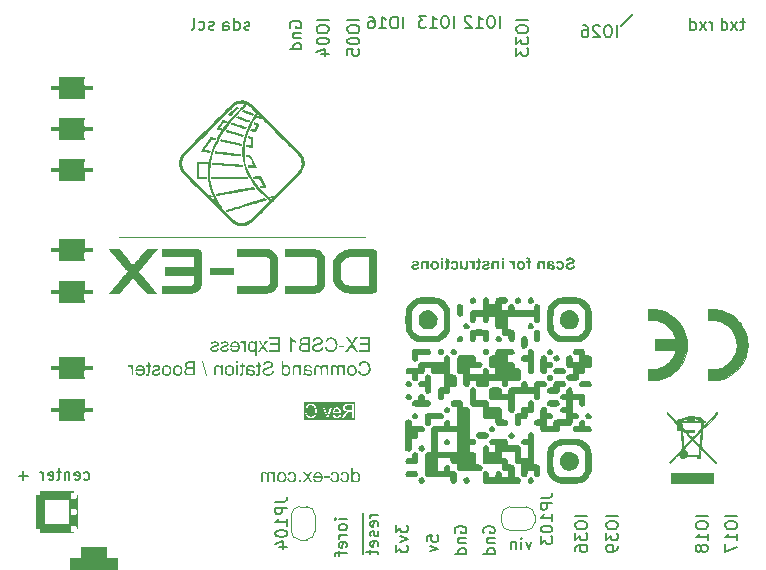
<source format=gbr>
%TF.GenerationSoftware,KiCad,Pcbnew,9.0.1*%
%TF.CreationDate,2025-05-14T19:05:47-04:00*%
%TF.ProjectId,EX-CSB1,45582d43-5342-4312-9e6b-696361645f70,rev?*%
%TF.SameCoordinates,Original*%
%TF.FileFunction,Legend,Bot*%
%TF.FilePolarity,Positive*%
%FSLAX46Y46*%
G04 Gerber Fmt 4.6, Leading zero omitted, Abs format (unit mm)*
G04 Created by KiCad (PCBNEW 9.0.1) date 2025-05-14 19:05:47*
%MOMM*%
%LPD*%
G01*
G04 APERTURE LIST*
G04 Aperture macros list*
%AMRoundRect*
0 Rectangle with rounded corners*
0 $1 Rounding radius*
0 $2 $3 $4 $5 $6 $7 $8 $9 X,Y pos of 4 corners*
0 Add a 4 corners polygon primitive as box body*
4,1,4,$2,$3,$4,$5,$6,$7,$8,$9,$2,$3,0*
0 Add four circle primitives for the rounded corners*
1,1,$1+$1,$2,$3*
1,1,$1+$1,$4,$5*
1,1,$1+$1,$6,$7*
1,1,$1+$1,$8,$9*
0 Add four rect primitives between the rounded corners*
20,1,$1+$1,$2,$3,$4,$5,0*
20,1,$1+$1,$4,$5,$6,$7,0*
20,1,$1+$1,$6,$7,$8,$9,0*
20,1,$1+$1,$8,$9,$2,$3,0*%
%AMFreePoly0*
4,1,23,0.500000,-0.750000,0.000000,-0.750000,0.000000,-0.745722,-0.065263,-0.745722,-0.191342,-0.711940,-0.304381,-0.646677,-0.396677,-0.554381,-0.461940,-0.441342,-0.495722,-0.315263,-0.495722,-0.250000,-0.500000,-0.250000,-0.500000,0.250000,-0.495722,0.250000,-0.495722,0.315263,-0.461940,0.441342,-0.396677,0.554381,-0.304381,0.646677,-0.191342,0.711940,-0.065263,0.745722,0.000000,0.745722,
0.000000,0.750000,0.500000,0.750000,0.500000,-0.750000,0.500000,-0.750000,$1*%
%AMFreePoly1*
4,1,23,0.000000,0.745722,0.065263,0.745722,0.191342,0.711940,0.304381,0.646677,0.396677,0.554381,0.461940,0.441342,0.495722,0.315263,0.495722,0.250000,0.500000,0.250000,0.500000,-0.250000,0.495722,-0.250000,0.495722,-0.315263,0.461940,-0.441342,0.396677,-0.554381,0.304381,-0.646677,0.191342,-0.711940,0.065263,-0.745722,0.000000,-0.745722,0.000000,-0.750000,-0.500000,-0.750000,
-0.500000,0.750000,0.000000,0.750000,0.000000,0.745722,0.000000,0.745722,$1*%
G04 Aperture macros list end*
%ADD10C,0.150000*%
%ADD11C,0.240000*%
%ADD12C,0.100000*%
%ADD13C,0.010000*%
%ADD14C,0.120000*%
%ADD15C,0.000000*%
%ADD16C,0.600000*%
%ADD17RoundRect,0.720000X-1.080000X0.180000X-1.080000X-0.180000X1.080000X-0.180000X1.080000X0.180000X0*%
%ADD18R,1.700000X1.700000*%
%ADD19C,1.700000*%
%ADD20C,3.500000*%
%ADD21O,1.700000X1.700000*%
%ADD22C,0.650000*%
%ADD23O,2.100000X1.000000*%
%ADD24O,1.800000X1.000000*%
%ADD25R,3.500000X3.500000*%
%ADD26RoundRect,0.350000X-1.400000X-1.400000X1.400000X-1.400000X1.400000X1.400000X-1.400000X1.400000X0*%
%ADD27RoundRect,0.875000X-1.125000X-0.875000X1.125000X-0.875000X1.125000X0.875000X-1.125000X0.875000X0*%
%ADD28FreePoly0,270.000000*%
%ADD29FreePoly1,270.000000*%
%ADD30FreePoly0,0.000000*%
%ADD31FreePoly1,0.000000*%
G04 APERTURE END LIST*
D10*
X64497618Y48811848D02*
X64116666Y48811848D01*
X64354761Y49145181D02*
X64354761Y48288039D01*
X64354761Y48288039D02*
X64307142Y48192800D01*
X64307142Y48192800D02*
X64211904Y48145181D01*
X64211904Y48145181D02*
X64116666Y48145181D01*
X63878570Y48145181D02*
X63354761Y48811848D01*
X63878570Y48811848D02*
X63354761Y48145181D01*
X62545237Y48145181D02*
X62545237Y49145181D01*
X62545237Y48192800D02*
X62640475Y48145181D01*
X62640475Y48145181D02*
X62830951Y48145181D01*
X62830951Y48145181D02*
X62926189Y48192800D01*
X62926189Y48192800D02*
X62973808Y48240420D01*
X62973808Y48240420D02*
X63021427Y48335658D01*
X63021427Y48335658D02*
X63021427Y48621372D01*
X63021427Y48621372D02*
X62973808Y48716610D01*
X62973808Y48716610D02*
X62926189Y48764229D01*
X62926189Y48764229D02*
X62830951Y48811848D01*
X62830951Y48811848D02*
X62640475Y48811848D01*
X62640475Y48811848D02*
X62545237Y48764229D01*
X55000000Y49500000D02*
X54000000Y48500000D01*
X31854819Y48976190D02*
X30854819Y48976190D01*
X30854819Y48309524D02*
X30854819Y48119048D01*
X30854819Y48119048D02*
X30902438Y48023810D01*
X30902438Y48023810D02*
X30997676Y47928572D01*
X30997676Y47928572D02*
X31188152Y47880953D01*
X31188152Y47880953D02*
X31521485Y47880953D01*
X31521485Y47880953D02*
X31711961Y47928572D01*
X31711961Y47928572D02*
X31807200Y48023810D01*
X31807200Y48023810D02*
X31854819Y48119048D01*
X31854819Y48119048D02*
X31854819Y48309524D01*
X31854819Y48309524D02*
X31807200Y48404762D01*
X31807200Y48404762D02*
X31711961Y48500000D01*
X31711961Y48500000D02*
X31521485Y48547619D01*
X31521485Y48547619D02*
X31188152Y48547619D01*
X31188152Y48547619D02*
X30997676Y48500000D01*
X30997676Y48500000D02*
X30902438Y48404762D01*
X30902438Y48404762D02*
X30854819Y48309524D01*
X30854819Y47261905D02*
X30854819Y47166667D01*
X30854819Y47166667D02*
X30902438Y47071429D01*
X30902438Y47071429D02*
X30950057Y47023810D01*
X30950057Y47023810D02*
X31045295Y46976191D01*
X31045295Y46976191D02*
X31235771Y46928572D01*
X31235771Y46928572D02*
X31473866Y46928572D01*
X31473866Y46928572D02*
X31664342Y46976191D01*
X31664342Y46976191D02*
X31759580Y47023810D01*
X31759580Y47023810D02*
X31807200Y47071429D01*
X31807200Y47071429D02*
X31854819Y47166667D01*
X31854819Y47166667D02*
X31854819Y47261905D01*
X31854819Y47261905D02*
X31807200Y47357143D01*
X31807200Y47357143D02*
X31759580Y47404762D01*
X31759580Y47404762D02*
X31664342Y47452381D01*
X31664342Y47452381D02*
X31473866Y47500000D01*
X31473866Y47500000D02*
X31235771Y47500000D01*
X31235771Y47500000D02*
X31045295Y47452381D01*
X31045295Y47452381D02*
X30950057Y47404762D01*
X30950057Y47404762D02*
X30902438Y47357143D01*
X30902438Y47357143D02*
X30854819Y47261905D01*
X30854819Y46023810D02*
X30854819Y46500000D01*
X30854819Y46500000D02*
X31331009Y46547619D01*
X31331009Y46547619D02*
X31283390Y46500000D01*
X31283390Y46500000D02*
X31235771Y46404762D01*
X31235771Y46404762D02*
X31235771Y46166667D01*
X31235771Y46166667D02*
X31283390Y46071429D01*
X31283390Y46071429D02*
X31331009Y46023810D01*
X31331009Y46023810D02*
X31426247Y45976191D01*
X31426247Y45976191D02*
X31664342Y45976191D01*
X31664342Y45976191D02*
X31759580Y46023810D01*
X31759580Y46023810D02*
X31807200Y46071429D01*
X31807200Y46071429D02*
X31854819Y46166667D01*
X31854819Y46166667D02*
X31854819Y46404762D01*
X31854819Y46404762D02*
X31807200Y46500000D01*
X31807200Y46500000D02*
X31759580Y46547619D01*
X22549047Y48192800D02*
X22453809Y48145181D01*
X22453809Y48145181D02*
X22263333Y48145181D01*
X22263333Y48145181D02*
X22168095Y48192800D01*
X22168095Y48192800D02*
X22120476Y48288039D01*
X22120476Y48288039D02*
X22120476Y48335658D01*
X22120476Y48335658D02*
X22168095Y48430896D01*
X22168095Y48430896D02*
X22263333Y48478515D01*
X22263333Y48478515D02*
X22406190Y48478515D01*
X22406190Y48478515D02*
X22501428Y48526134D01*
X22501428Y48526134D02*
X22549047Y48621372D01*
X22549047Y48621372D02*
X22549047Y48668991D01*
X22549047Y48668991D02*
X22501428Y48764229D01*
X22501428Y48764229D02*
X22406190Y48811848D01*
X22406190Y48811848D02*
X22263333Y48811848D01*
X22263333Y48811848D02*
X22168095Y48764229D01*
X21263333Y48145181D02*
X21263333Y49145181D01*
X21263333Y48192800D02*
X21358571Y48145181D01*
X21358571Y48145181D02*
X21549047Y48145181D01*
X21549047Y48145181D02*
X21644285Y48192800D01*
X21644285Y48192800D02*
X21691904Y48240420D01*
X21691904Y48240420D02*
X21739523Y48335658D01*
X21739523Y48335658D02*
X21739523Y48621372D01*
X21739523Y48621372D02*
X21691904Y48716610D01*
X21691904Y48716610D02*
X21644285Y48764229D01*
X21644285Y48764229D02*
X21549047Y48811848D01*
X21549047Y48811848D02*
X21358571Y48811848D01*
X21358571Y48811848D02*
X21263333Y48764229D01*
X20358571Y48145181D02*
X20358571Y48668991D01*
X20358571Y48668991D02*
X20406190Y48764229D01*
X20406190Y48764229D02*
X20501428Y48811848D01*
X20501428Y48811848D02*
X20691904Y48811848D01*
X20691904Y48811848D02*
X20787142Y48764229D01*
X20358571Y48192800D02*
X20453809Y48145181D01*
X20453809Y48145181D02*
X20691904Y48145181D01*
X20691904Y48145181D02*
X20787142Y48192800D01*
X20787142Y48192800D02*
X20834761Y48288039D01*
X20834761Y48288039D02*
X20834761Y48383277D01*
X20834761Y48383277D02*
X20787142Y48478515D01*
X20787142Y48478515D02*
X20691904Y48526134D01*
X20691904Y48526134D02*
X20453809Y48526134D01*
X20453809Y48526134D02*
X20358571Y48573753D01*
G36*
X32767229Y20910000D02*
G01*
X32767229Y22115192D01*
X31898286Y22115192D01*
X31898286Y21975681D01*
X32608154Y21975681D01*
X32608154Y21604041D01*
X31943349Y21604041D01*
X31943349Y21464529D01*
X32608154Y21464529D01*
X32608154Y21049512D01*
X31870369Y21049512D01*
X31870369Y20910000D01*
X32767229Y20910000D01*
G37*
G36*
X31772990Y20910000D02*
G01*
X31308220Y21538095D01*
X31718108Y22115192D01*
X31528698Y22115192D01*
X31310711Y21806934D01*
X31213918Y21659435D01*
X31171068Y21725021D01*
X31118883Y21796309D01*
X30877009Y22115192D01*
X30704085Y22115192D01*
X31126210Y21547108D01*
X30671259Y20910000D01*
X30867997Y20910000D01*
X31170467Y21338720D01*
X31222930Y21419027D01*
X31280376Y21328901D01*
X31582041Y20910000D01*
X31772990Y20910000D01*
G37*
G36*
X30607512Y21271089D02*
G01*
X30607512Y21421152D01*
X30154173Y21421152D01*
X30154173Y21271089D01*
X30607512Y21271089D01*
G37*
G36*
X29114577Y21332052D02*
G01*
X28955575Y21291899D01*
X28987121Y21196185D01*
X29027827Y21115936D01*
X29077240Y21049017D01*
X29135533Y20993825D01*
X29202888Y20949595D01*
X29277368Y20917713D01*
X29360257Y20898055D01*
X29453171Y20891243D01*
X29551162Y20896810D01*
X29635204Y20912519D01*
X29707308Y20937229D01*
X29769197Y20970304D01*
X29825550Y21013521D01*
X29875019Y21065503D01*
X29917973Y21127078D01*
X29954431Y21199428D01*
X29989514Y21301141D01*
X30010753Y21408182D01*
X30017958Y21521609D01*
X30009471Y21645072D01*
X29985189Y21753446D01*
X29946224Y21849065D01*
X29906005Y21915555D01*
X29858814Y21972582D01*
X29804378Y22021026D01*
X29742086Y22061410D01*
X29651447Y22101509D01*
X29554802Y22125716D01*
X29450680Y22133950D01*
X29361004Y22127814D01*
X29281556Y22110187D01*
X29210779Y22081791D01*
X29147404Y22042726D01*
X29091407Y21993377D01*
X29044377Y21934956D01*
X29005900Y21866433D01*
X28976092Y21786344D01*
X29132602Y21749414D01*
X29166848Y21832779D01*
X29207457Y21894817D01*
X29253942Y21939557D01*
X29309710Y21971881D01*
X29375574Y21992015D01*
X29453977Y21999128D01*
X29544246Y21991186D01*
X29620568Y21968669D01*
X29685593Y21932523D01*
X29741334Y21883216D01*
X29784666Y21824128D01*
X29816311Y21753811D01*
X29837232Y21678262D01*
X29849772Y21601300D01*
X29853974Y21522488D01*
X29848620Y21420678D01*
X29833412Y21331781D01*
X29809351Y21254090D01*
X29773115Y21182676D01*
X29726970Y21126268D01*
X29670425Y21082778D01*
X29605635Y21051196D01*
X29537948Y21032396D01*
X29466287Y21026065D01*
X29400353Y21031148D01*
X29341407Y21045846D01*
X29288269Y21069776D01*
X29240020Y21103148D01*
X29199071Y21144403D01*
X29164413Y21195238D01*
X29136071Y21257145D01*
X29114577Y21332052D01*
G37*
G36*
X28813939Y21300105D02*
G01*
X28663876Y21313294D01*
X28652995Y21253056D01*
X28636266Y21203321D01*
X28614344Y21162425D01*
X28584907Y21126935D01*
X28545238Y21095154D01*
X28493443Y21067097D01*
X28437711Y21047238D01*
X28376509Y21034986D01*
X28308942Y21030754D01*
X28221286Y21037874D01*
X28148328Y21057865D01*
X28104083Y21079215D01*
X28070078Y21104038D01*
X28044647Y21132237D01*
X28019003Y21181988D01*
X28010575Y21235479D01*
X28018902Y21288944D01*
X28043401Y21334470D01*
X28083927Y21371503D01*
X28151552Y21405618D01*
X28214658Y21425705D01*
X28365509Y21464383D01*
X28517940Y21506974D01*
X28597491Y21539634D01*
X28651779Y21573498D01*
X28693986Y21610863D01*
X28725792Y21651815D01*
X28749145Y21698005D01*
X28763206Y21747687D01*
X28767997Y21801804D01*
X28762298Y21861170D01*
X28745273Y21917702D01*
X28716413Y21972384D01*
X28677486Y22020249D01*
X28627753Y22060313D01*
X28565544Y22092844D01*
X28498268Y22115339D01*
X28425059Y22129184D01*
X28344993Y22133950D01*
X28256750Y22128843D01*
X28178660Y22114227D01*
X28109347Y22090866D01*
X28045383Y22056918D01*
X27993579Y22014831D01*
X27952397Y21964250D01*
X27921579Y21906499D01*
X27901894Y21843795D01*
X27893339Y21774987D01*
X28045819Y21763483D01*
X28061498Y21836253D01*
X28089428Y21892638D01*
X28129057Y21936040D01*
X28179638Y21966698D01*
X28247711Y21986912D01*
X28338471Y21994439D01*
X28433713Y21987333D01*
X28501536Y21968753D01*
X28548764Y21941536D01*
X28586259Y21902664D01*
X28607590Y21860685D01*
X28614710Y21813968D01*
X28609388Y21772870D01*
X28593956Y21737833D01*
X28567962Y21707356D01*
X28532772Y21684796D01*
X28459690Y21656428D01*
X28328213Y21621626D01*
X28150171Y21576235D01*
X28062233Y21544983D01*
X27995721Y21508058D01*
X27944912Y21467157D01*
X27907334Y21422324D01*
X27879749Y21370865D01*
X27863031Y21314290D01*
X27857288Y21251305D01*
X27863325Y21188892D01*
X27881429Y21128929D01*
X27912243Y21070395D01*
X27953414Y21018780D01*
X28005489Y20974870D01*
X28070000Y20938357D01*
X28140003Y20912594D01*
X28216823Y20896721D01*
X28301615Y20891243D01*
X28409751Y20897145D01*
X28499954Y20913575D01*
X28574996Y20939017D01*
X28643868Y20976725D01*
X28701073Y21024456D01*
X28747920Y21082851D01*
X28782950Y21149242D01*
X28804954Y21221210D01*
X28813939Y21300105D01*
G37*
G36*
X27646775Y20910000D02*
G01*
X27188527Y20910000D01*
X27078342Y20915504D01*
X26994720Y20930151D01*
X26920436Y20956023D01*
X26863122Y20989868D01*
X26816029Y21036263D01*
X26774975Y21102268D01*
X26748307Y21177724D01*
X26739355Y21259365D01*
X26904082Y21259365D01*
X26910250Y21203564D01*
X26927896Y21156490D01*
X26955483Y21116640D01*
X26988565Y21088640D01*
X27028485Y21069201D01*
X27080303Y21055374D01*
X27188527Y21049512D01*
X27487700Y21049512D01*
X27487700Y21469219D01*
X27209849Y21469219D01*
X27101924Y21463301D01*
X27034068Y21448776D01*
X26995845Y21431597D01*
X26964295Y21408126D01*
X26938520Y21377994D01*
X26919627Y21343024D01*
X26908080Y21303818D01*
X26904082Y21259365D01*
X26739355Y21259365D01*
X26739291Y21259952D01*
X26746037Y21328261D01*
X26765605Y21388643D01*
X26797909Y21442767D01*
X26841450Y21488414D01*
X26896617Y21524918D01*
X26965558Y21552310D01*
X26912596Y21584152D01*
X26871044Y21620734D01*
X26839382Y21662220D01*
X26815978Y21709060D01*
X26802163Y21757239D01*
X26799219Y21789275D01*
X26954054Y21789275D01*
X26962141Y21729561D01*
X26984829Y21683249D01*
X27021897Y21647785D01*
X27076200Y21622799D01*
X27129612Y21612991D01*
X27227875Y21608730D01*
X27487700Y21608730D01*
X27487700Y21975681D01*
X27247585Y21975681D01*
X27127561Y21970475D01*
X27064769Y21958682D01*
X27031694Y21943994D01*
X27004641Y21923173D01*
X26982777Y21895740D01*
X26961434Y21846887D01*
X26954054Y21789275D01*
X26799219Y21789275D01*
X26797543Y21807520D01*
X26802679Y21861476D01*
X26818167Y21914100D01*
X26844658Y21966229D01*
X26880099Y22012475D01*
X26923241Y22049719D01*
X26975010Y22078629D01*
X27031715Y22097759D01*
X27104209Y22110497D01*
X27195928Y22115192D01*
X27646775Y22115192D01*
X27646775Y20910000D01*
G37*
G36*
X26024661Y20910000D02*
G01*
X26172233Y20910000D01*
X26172233Y21852729D01*
X26230954Y21803872D01*
X26311964Y21750807D01*
X26397218Y21704677D01*
X26467302Y21674383D01*
X26467302Y21815067D01*
X26387043Y21857764D01*
X26315136Y21905255D01*
X26250928Y21957509D01*
X26192021Y22016215D01*
X26149178Y22070108D01*
X26119769Y22119882D01*
X26024661Y22119882D01*
X26024661Y20910000D01*
G37*
G36*
X25117543Y20910000D02*
G01*
X25117543Y22115192D01*
X24248600Y22115192D01*
X24248600Y21975681D01*
X24958468Y21975681D01*
X24958468Y21604041D01*
X24293663Y21604041D01*
X24293663Y21464529D01*
X24958468Y21464529D01*
X24958468Y21049512D01*
X24220683Y21049512D01*
X24220683Y20910000D01*
X25117543Y20910000D01*
G37*
G36*
X24118394Y20910000D02*
G01*
X23800317Y21363340D01*
X24094654Y21782241D01*
X23910226Y21782241D01*
X23776577Y21577736D01*
X23715907Y21479990D01*
X23649521Y21576051D01*
X23502756Y21782241D01*
X23326535Y21782241D01*
X23627393Y21371546D01*
X23303600Y20910000D01*
X23484731Y20910000D01*
X23663443Y21181037D01*
X23710997Y21254163D01*
X23939682Y20910000D01*
X24118394Y20910000D01*
G37*
G36*
X22849759Y21797029D02*
G01*
X22897699Y21785795D01*
X22938848Y21767952D01*
X22994403Y21727743D01*
X23046193Y21668887D01*
X23046193Y21782241D01*
X23180648Y21782241D01*
X23180648Y20577049D01*
X23033077Y20577049D01*
X23033077Y21002691D01*
X22990618Y20959030D01*
X22936723Y20922823D01*
X22875163Y20899338D01*
X22804392Y20891243D01*
X22738749Y20897468D01*
X22675023Y20916202D01*
X22612198Y20948176D01*
X22556620Y20991200D01*
X22510329Y21045334D01*
X22472833Y21112087D01*
X22446595Y21184830D01*
X22430421Y21264625D01*
X22424839Y21352642D01*
X22424964Y21354693D01*
X22575635Y21354693D01*
X22580956Y21265613D01*
X22595437Y21195245D01*
X22617357Y21140121D01*
X22645757Y21097359D01*
X22683766Y21060066D01*
X22723992Y21034559D01*
X22767114Y21019454D01*
X22814211Y21014341D01*
X22875071Y21023114D01*
X22929312Y21049198D01*
X22979002Y21094502D01*
X23006569Y21135818D01*
X23027821Y21188987D01*
X23041848Y21256761D01*
X23046999Y21342457D01*
X23041674Y21427484D01*
X23026971Y21496682D01*
X23004324Y21552800D01*
X22974459Y21598106D01*
X22934875Y21638243D01*
X22894370Y21665202D01*
X22852295Y21680878D01*
X22807616Y21686107D01*
X22748018Y21677178D01*
X22694204Y21650417D01*
X22644145Y21603455D01*
X22616210Y21560934D01*
X22594802Y21507068D01*
X22580762Y21439334D01*
X22575635Y21354693D01*
X22424964Y21354693D01*
X22429834Y21434845D01*
X22444429Y21510933D01*
X22468290Y21581766D01*
X22502639Y21647318D01*
X22545431Y21700768D01*
X22597030Y21743626D01*
X22656109Y21775235D01*
X22721165Y21794408D01*
X22793695Y21800998D01*
X22849759Y21797029D01*
G37*
G36*
X22249057Y20910000D02*
G01*
X22249057Y21782241D01*
X22116287Y21782241D01*
X22116287Y21650569D01*
X22063037Y21732302D01*
X22022424Y21771689D01*
X21977156Y21793690D01*
X21927756Y21800998D01*
X21879188Y21796049D01*
X21828934Y21780720D01*
X21776081Y21753737D01*
X21826859Y21617743D01*
X21882014Y21642058D01*
X21935083Y21649763D01*
X21980992Y21642471D01*
X22021985Y21620601D01*
X22054588Y21586373D01*
X22076939Y21539634D01*
X22095157Y21458363D01*
X22101486Y21367003D01*
X22101486Y20910000D01*
X22249057Y20910000D01*
G37*
G36*
X21418953Y21793003D02*
G01*
X21495919Y21770001D01*
X21563853Y21732493D01*
X21624260Y21679659D01*
X21671803Y21616193D01*
X21706992Y21540024D01*
X21729390Y21448612D01*
X21737393Y21338720D01*
X21729512Y21232715D01*
X21707424Y21144358D01*
X21672642Y21070542D01*
X21625505Y21008846D01*
X21566009Y20958332D01*
X21497044Y20921906D01*
X21416755Y20899224D01*
X21322595Y20891243D01*
X21246848Y20896306D01*
X21181036Y20910719D01*
X21123633Y20933706D01*
X21073394Y20965028D01*
X21016073Y21019820D01*
X20971598Y21088155D01*
X20939745Y21172537D01*
X21092226Y21191368D01*
X21118933Y21132287D01*
X21149356Y21088268D01*
X21183230Y21056546D01*
X21223330Y21033443D01*
X21269057Y21019275D01*
X21321789Y21014341D01*
X21391259Y21022966D01*
X21451147Y21048018D01*
X21503799Y21090105D01*
X21534738Y21129830D01*
X21558883Y21178308D01*
X21575921Y21237201D01*
X21584912Y21308605D01*
X20935715Y21308605D01*
X20934836Y21347952D01*
X20940925Y21431703D01*
X21090614Y21431703D01*
X21576706Y21431703D01*
X21564305Y21503502D01*
X21538657Y21562350D01*
X21500062Y21610855D01*
X21450492Y21647996D01*
X21394226Y21670232D01*
X21329190Y21677900D01*
X21274784Y21672474D01*
X21227031Y21656773D01*
X21184531Y21630897D01*
X21146374Y21593929D01*
X21121383Y21555250D01*
X21102341Y21502471D01*
X21090614Y21431703D01*
X20940925Y21431703D01*
X20942672Y21455738D01*
X20964599Y21545359D01*
X20999037Y21619997D01*
X21045551Y21682150D01*
X21104653Y21733993D01*
X21170838Y21770722D01*
X21245537Y21793199D01*
X21330802Y21800998D01*
X21418953Y21793003D01*
G37*
G36*
X20814009Y21173050D02*
G01*
X20668122Y21196058D01*
X20654348Y21140056D01*
X20631447Y21095852D01*
X20599685Y21061162D01*
X20559667Y21036227D01*
X20508363Y21020191D01*
X20442662Y21014341D01*
X20375931Y21019723D01*
X20327091Y21034007D01*
X20291866Y21055374D01*
X20263787Y21085329D01*
X20247894Y21117035D01*
X20242627Y21151654D01*
X20247464Y21182360D01*
X20261593Y21207893D01*
X20286078Y21229617D01*
X20328046Y21248052D01*
X20436946Y21279149D01*
X20586203Y21321192D01*
X20661967Y21350077D01*
X20717781Y21386371D01*
X20757076Y21432949D01*
X20781306Y21488458D01*
X20789462Y21549892D01*
X20782739Y21606206D01*
X20762791Y21657750D01*
X20731322Y21703214D01*
X20690251Y21740255D01*
X20651847Y21762681D01*
X20596388Y21783340D01*
X20535532Y21796482D01*
X20468893Y21800998D01*
X20370309Y21793120D01*
X20289009Y21771103D01*
X20239705Y21747562D01*
X20202248Y21720501D01*
X20174630Y21690063D01*
X20144514Y21633177D01*
X20123778Y21553409D01*
X20268053Y21533699D01*
X20279180Y21576691D01*
X20298159Y21611525D01*
X20325059Y21639725D01*
X20358547Y21659960D01*
X20402025Y21673084D01*
X20458269Y21677900D01*
X20525753Y21673288D01*
X20572286Y21661434D01*
X20603349Y21644488D01*
X20628323Y21619856D01*
X20642235Y21594101D01*
X20646800Y21566232D01*
X20642312Y21539157D01*
X20628775Y21514868D01*
X20606836Y21494104D01*
X20572208Y21475740D01*
X20441856Y21438225D01*
X20297594Y21396653D01*
X20223429Y21369861D01*
X20167661Y21336802D01*
X20126270Y21292485D01*
X20107162Y21257081D01*
X20095236Y21215519D01*
X20091025Y21166382D01*
X20095743Y21118495D01*
X20109901Y21072480D01*
X20134036Y21027530D01*
X20166273Y20988101D01*
X20207242Y20954607D01*
X20258234Y20926853D01*
X20313407Y20907425D01*
X20374307Y20895404D01*
X20441856Y20891243D01*
X20528052Y20896482D01*
X20598116Y20910930D01*
X20654830Y20933135D01*
X20700509Y20962317D01*
X20739718Y21000648D01*
X20771738Y21047563D01*
X20796671Y21104417D01*
X20814009Y21173050D01*
G37*
G36*
X19974595Y21173050D02*
G01*
X19828709Y21196058D01*
X19814935Y21140056D01*
X19792033Y21095852D01*
X19760272Y21061162D01*
X19720254Y21036227D01*
X19668949Y21020191D01*
X19603248Y21014341D01*
X19536517Y21019723D01*
X19487677Y21034007D01*
X19452452Y21055374D01*
X19424373Y21085329D01*
X19408480Y21117035D01*
X19403213Y21151654D01*
X19408051Y21182360D01*
X19422179Y21207893D01*
X19446664Y21229617D01*
X19488632Y21248052D01*
X19597533Y21279149D01*
X19746789Y21321192D01*
X19822554Y21350077D01*
X19878367Y21386371D01*
X19917662Y21432949D01*
X19941892Y21488458D01*
X19950048Y21549892D01*
X19943325Y21606206D01*
X19923377Y21657750D01*
X19891908Y21703214D01*
X19850837Y21740255D01*
X19812433Y21762681D01*
X19756974Y21783340D01*
X19696118Y21796482D01*
X19629480Y21800998D01*
X19530895Y21793120D01*
X19449595Y21771103D01*
X19400291Y21747562D01*
X19362835Y21720501D01*
X19335216Y21690063D01*
X19305100Y21633177D01*
X19284364Y21553409D01*
X19428639Y21533699D01*
X19439766Y21576691D01*
X19458745Y21611525D01*
X19485645Y21639725D01*
X19519134Y21659960D01*
X19562611Y21673084D01*
X19618855Y21677900D01*
X19686339Y21673288D01*
X19732872Y21661434D01*
X19763935Y21644488D01*
X19788909Y21619856D01*
X19802821Y21594101D01*
X19807386Y21566232D01*
X19802899Y21539157D01*
X19789361Y21514868D01*
X19767422Y21494104D01*
X19732794Y21475740D01*
X19602442Y21438225D01*
X19458180Y21396653D01*
X19384016Y21369861D01*
X19328247Y21336802D01*
X19286856Y21292485D01*
X19267748Y21257081D01*
X19255822Y21215519D01*
X19251612Y21166382D01*
X19256330Y21118495D01*
X19270488Y21072480D01*
X19294623Y21027530D01*
X19326859Y20988101D01*
X19367828Y20954607D01*
X19418820Y20926853D01*
X19473994Y20907425D01*
X19534893Y20895404D01*
X19602442Y20891243D01*
X19688638Y20896482D01*
X19758703Y20910930D01*
X19815416Y20933135D01*
X19861095Y20962317D01*
X19900304Y21000648D01*
X19932324Y21047563D01*
X19957257Y21104417D01*
X19974595Y21173050D01*
G37*
G36*
X31913014Y19316052D02*
G01*
X31754012Y19275899D01*
X31785558Y19180185D01*
X31826264Y19099936D01*
X31875677Y19033017D01*
X31933970Y18977825D01*
X32001325Y18933595D01*
X32075805Y18901713D01*
X32158694Y18882055D01*
X32251608Y18875243D01*
X32349599Y18880810D01*
X32433641Y18896519D01*
X32505745Y18921229D01*
X32567634Y18954304D01*
X32623987Y18997521D01*
X32673456Y19049503D01*
X32716410Y19111078D01*
X32752868Y19183428D01*
X32787951Y19285141D01*
X32809190Y19392182D01*
X32816395Y19505609D01*
X32807908Y19629072D01*
X32783625Y19737446D01*
X32744661Y19833065D01*
X32704442Y19899555D01*
X32657251Y19956582D01*
X32602815Y20005026D01*
X32540523Y20045410D01*
X32449884Y20085509D01*
X32353239Y20109716D01*
X32249117Y20117950D01*
X32159441Y20111814D01*
X32079993Y20094187D01*
X32009215Y20065791D01*
X31945840Y20026726D01*
X31889844Y19977377D01*
X31842814Y19918956D01*
X31804337Y19850433D01*
X31774528Y19770344D01*
X31931039Y19733414D01*
X31965285Y19816779D01*
X32005894Y19878817D01*
X32052379Y19923557D01*
X32108147Y19955881D01*
X32174011Y19976015D01*
X32252414Y19983128D01*
X32342683Y19975186D01*
X32419005Y19952669D01*
X32484030Y19916523D01*
X32539771Y19867216D01*
X32583103Y19808128D01*
X32614748Y19737811D01*
X32635669Y19662262D01*
X32648209Y19585300D01*
X32652411Y19506488D01*
X32647057Y19404678D01*
X32631849Y19315781D01*
X32607787Y19238090D01*
X32571552Y19166676D01*
X32525407Y19110268D01*
X32468862Y19066778D01*
X32404072Y19035196D01*
X32336385Y19016396D01*
X32264724Y19010065D01*
X32198789Y19015148D01*
X32139844Y19029846D01*
X32086706Y19053776D01*
X32038457Y19087148D01*
X31997508Y19128403D01*
X31962850Y19179238D01*
X31934507Y19241145D01*
X31913014Y19316052D01*
G37*
G36*
X31303285Y19778657D02*
G01*
X31374493Y19760285D01*
X31438880Y19730286D01*
X31497557Y19688278D01*
X31543819Y19639505D01*
X31580641Y19581115D01*
X31608160Y19511556D01*
X31625738Y19428735D01*
X31632013Y19330121D01*
X31623962Y19219637D01*
X31601540Y19128738D01*
X31566489Y19053911D01*
X31519319Y18992406D01*
X31459402Y18941697D01*
X31391346Y18905434D01*
X31313555Y18883056D01*
X31223810Y18875243D01*
X31149235Y18881257D01*
X31079507Y18898999D01*
X31013590Y18928512D01*
X30954176Y18969040D01*
X30905578Y19018602D01*
X30866824Y19078062D01*
X30840510Y19144359D01*
X30822933Y19230852D01*
X30816824Y19335396D01*
X30968014Y19335396D01*
X30973475Y19248607D01*
X30988415Y19179436D01*
X31011199Y19124645D01*
X31040994Y19081579D01*
X31080321Y19044758D01*
X31123282Y19019108D01*
X31170696Y19003647D01*
X31223810Y18998341D01*
X31277377Y19003639D01*
X31325066Y19019054D01*
X31368138Y19044577D01*
X31407431Y19081139D01*
X31437351Y19124069D01*
X31460125Y19178201D01*
X31474994Y19246019D01*
X31480411Y19330560D01*
X31474988Y19415078D01*
X31460111Y19482785D01*
X31437338Y19536747D01*
X31407431Y19579468D01*
X31368161Y19615852D01*
X31325096Y19641265D01*
X31277398Y19656621D01*
X31223810Y19661900D01*
X31171103Y19656633D01*
X31123878Y19641263D01*
X31080923Y19615726D01*
X31041434Y19579028D01*
X31011118Y19536050D01*
X30988225Y19482684D01*
X30973388Y19416711D01*
X30968014Y19335396D01*
X30816824Y19335396D01*
X30816413Y19342430D01*
X30824345Y19445607D01*
X30846680Y19532338D01*
X30882068Y19605526D01*
X30930352Y19667395D01*
X30990923Y19718509D01*
X31058938Y19754892D01*
X31135878Y19777233D01*
X31223810Y19784998D01*
X31303285Y19778657D01*
G37*
G36*
X30643928Y18894000D02*
G01*
X30643928Y19766241D01*
X30511891Y19766241D01*
X30511891Y19644461D01*
X30464406Y19701413D01*
X30402934Y19746384D01*
X30356197Y19767580D01*
X30304863Y19780537D01*
X30247962Y19784998D01*
X30184534Y19780116D01*
X30132375Y19766502D01*
X30089399Y19745138D01*
X30052216Y19715128D01*
X30023292Y19678358D01*
X30002058Y19633837D01*
X29956345Y19690221D01*
X29907267Y19732104D01*
X29854383Y19761357D01*
X29796780Y19778974D01*
X29733147Y19784998D01*
X29668681Y19779948D01*
X29615265Y19765810D01*
X29570878Y19743520D01*
X29533991Y19713191D01*
X29505345Y19675622D01*
X29483637Y19627897D01*
X29469476Y19567700D01*
X29464309Y19492127D01*
X29464309Y18894000D01*
X29611001Y18894000D01*
X29611001Y19443840D01*
X29615334Y19526367D01*
X29625362Y19571628D01*
X29645339Y19606595D01*
X29677459Y19634496D01*
X29717693Y19652213D01*
X29765973Y19658383D01*
X29824622Y19651348D01*
X29874783Y19631022D01*
X29918454Y19597127D01*
X29950138Y19552319D01*
X29971179Y19489056D01*
X29979124Y19401122D01*
X29979124Y18894000D01*
X30126622Y18894000D01*
X30126622Y19461132D01*
X30131378Y19526210D01*
X30143996Y19574210D01*
X30162745Y19609070D01*
X30190376Y19635484D01*
X30228518Y19652209D01*
X30280788Y19658383D01*
X30340723Y19650159D01*
X30395973Y19625483D01*
X30427677Y19600502D01*
X30453113Y19568805D01*
X30472616Y19529349D01*
X30489499Y19458843D01*
X30496357Y19346900D01*
X30496357Y18894000D01*
X30643928Y18894000D01*
G37*
G36*
X29245296Y18894000D02*
G01*
X29245296Y19766241D01*
X29113258Y19766241D01*
X29113258Y19644461D01*
X29065774Y19701413D01*
X29004302Y19746384D01*
X28957565Y19767580D01*
X28906231Y19780537D01*
X28849330Y19784998D01*
X28785902Y19780116D01*
X28733742Y19766502D01*
X28690767Y19745138D01*
X28653584Y19715128D01*
X28624660Y19678358D01*
X28603426Y19633837D01*
X28557713Y19690221D01*
X28508635Y19732104D01*
X28455750Y19761357D01*
X28398147Y19778974D01*
X28334515Y19784998D01*
X28270049Y19779948D01*
X28216633Y19765810D01*
X28172246Y19743520D01*
X28135359Y19713191D01*
X28106713Y19675622D01*
X28085005Y19627897D01*
X28070843Y19567700D01*
X28065676Y19492127D01*
X28065676Y18894000D01*
X28212369Y18894000D01*
X28212369Y19443840D01*
X28216702Y19526367D01*
X28226730Y19571628D01*
X28246706Y19606595D01*
X28278827Y19634496D01*
X28319061Y19652213D01*
X28367341Y19658383D01*
X28425990Y19651348D01*
X28476150Y19631022D01*
X28519822Y19597127D01*
X28551506Y19552319D01*
X28572546Y19489056D01*
X28580491Y19401122D01*
X28580491Y18894000D01*
X28727990Y18894000D01*
X28727990Y19461132D01*
X28732745Y19526210D01*
X28745363Y19574210D01*
X28764113Y19609070D01*
X28791744Y19635484D01*
X28829885Y19652209D01*
X28882156Y19658383D01*
X28942091Y19650159D01*
X28997341Y19625483D01*
X29029045Y19600502D01*
X29054481Y19568805D01*
X29073984Y19529349D01*
X29090866Y19458843D01*
X29097725Y19346900D01*
X29097725Y18894000D01*
X29245296Y18894000D01*
G37*
G36*
X27586781Y19776786D02*
G01*
X27676158Y19753857D01*
X27730387Y19729151D01*
X27773262Y19699558D01*
X27806510Y19665197D01*
X27832648Y19624824D01*
X27854385Y19574963D01*
X27871210Y19513889D01*
X27726936Y19494252D01*
X27706412Y19554586D01*
X27681739Y19596768D01*
X27653590Y19624970D01*
X27618407Y19644005D01*
X27568695Y19656966D01*
X27499863Y19661900D01*
X27427105Y19655524D01*
X27372502Y19638356D01*
X27331849Y19612148D01*
X27310099Y19584600D01*
X27295564Y19544043D01*
X27290010Y19485679D01*
X27290889Y19447357D01*
X27387469Y19422321D01*
X27554012Y19396872D01*
X27685170Y19374744D01*
X27741664Y19354219D01*
X27791343Y19326310D01*
X27833676Y19289430D01*
X27867547Y19241460D01*
X27889260Y19186207D01*
X27896636Y19124590D01*
X27891629Y19071485D01*
X27877150Y19024690D01*
X27853374Y18982939D01*
X27819626Y18945365D01*
X27779437Y18916110D01*
X27730544Y18894275D01*
X27671168Y18880274D01*
X27599075Y18875243D01*
X27514255Y18882545D01*
X27436336Y18903966D01*
X27361874Y18941135D01*
X27278579Y19002371D01*
X27267546Y18942958D01*
X27249050Y18894000D01*
X27094958Y18894000D01*
X27118281Y18945381D01*
X27132254Y18998561D01*
X27138499Y19071596D01*
X27141632Y19259119D01*
X27141632Y19278170D01*
X27290889Y19278170D01*
X27297755Y19186619D01*
X27314630Y19130012D01*
X27339138Y19089965D01*
X27371353Y19055995D01*
X27412156Y19027577D01*
X27457730Y19007046D01*
X27507966Y18994471D01*
X27563831Y18990134D01*
X27619952Y18995153D01*
X27662518Y19008742D01*
X27694623Y19029629D01*
X27719569Y19058389D01*
X27734232Y19090851D01*
X27739246Y19128327D01*
X27734104Y19165308D01*
X27718803Y19198596D01*
X27694297Y19226178D01*
X27660551Y19246663D01*
X27615900Y19260813D01*
X27531884Y19276338D01*
X27381739Y19304182D01*
X27290889Y19332465D01*
X27290889Y19278170D01*
X27141632Y19278170D01*
X27141632Y19456003D01*
X27143931Y19546910D01*
X27149033Y19592218D01*
X27167613Y19648832D01*
X27194975Y19692675D01*
X27234519Y19727478D01*
X27297411Y19758693D01*
X27372732Y19777702D01*
X27478541Y19784998D01*
X27586781Y19776786D01*
G37*
G36*
X26913461Y18894000D02*
G01*
X26913461Y19766241D01*
X26780617Y19766241D01*
X26780617Y19642849D01*
X26738478Y19694390D01*
X26690655Y19733559D01*
X26636466Y19761621D01*
X26574671Y19778950D01*
X26503572Y19784998D01*
X26427251Y19777749D01*
X26358932Y19756642D01*
X26299718Y19722798D01*
X26260160Y19682416D01*
X26232641Y19633068D01*
X26214218Y19573313D01*
X26208538Y19524607D01*
X26206011Y19429772D01*
X26206011Y18894000D01*
X26353583Y18894000D01*
X26353583Y19424936D01*
X26358637Y19509509D01*
X26370802Y19560124D01*
X26394375Y19600120D01*
X26431838Y19631638D01*
X26478618Y19651465D01*
X26534713Y19658383D01*
X26595323Y19651571D01*
X26649016Y19631679D01*
X26697452Y19598372D01*
X26724469Y19566417D01*
X26745808Y19520757D01*
X26760369Y19457257D01*
X26765889Y19370714D01*
X26765889Y18894000D01*
X26913461Y18894000D01*
G37*
G36*
X25425289Y19664538D02*
G01*
X25469212Y19712810D01*
X25525307Y19751586D01*
X25590067Y19776400D01*
X25665478Y19784998D01*
X25735355Y19778603D01*
X25799687Y19759790D01*
X25859724Y19728432D01*
X25912178Y19685866D01*
X25955498Y19632169D01*
X25990076Y19565693D01*
X26013835Y19493767D01*
X26028480Y19415307D01*
X26033527Y19329315D01*
X26027891Y19241303D01*
X26011687Y19162951D01*
X25985607Y19092863D01*
X25948571Y19028368D01*
X25903615Y18975388D01*
X25850345Y18932615D01*
X25790026Y18900648D01*
X25726594Y18881649D01*
X25658883Y18875243D01*
X25581565Y18883705D01*
X25516852Y18907824D01*
X25461984Y18947275D01*
X25415397Y19003837D01*
X25415397Y18894000D01*
X25278524Y18894000D01*
X25278524Y19317444D01*
X25412979Y19317444D01*
X25418057Y19235124D01*
X25431932Y19169588D01*
X25453057Y19117762D01*
X25480610Y19077109D01*
X25529929Y19032675D01*
X25584024Y19007000D01*
X25644961Y18998341D01*
X25705237Y19007238D01*
X25760041Y19033939D01*
X25811364Y19080773D01*
X25840158Y19123322D01*
X25862170Y19177212D01*
X25876589Y19244974D01*
X25881852Y19329681D01*
X25876781Y19418120D01*
X25863051Y19487319D01*
X25842417Y19540897D01*
X25815907Y19581886D01*
X25767446Y19626925D01*
X25713377Y19653043D01*
X25651482Y19661900D01*
X25603125Y19656709D01*
X25559433Y19641466D01*
X25519251Y19615881D01*
X25481856Y19578662D01*
X25454117Y19535954D01*
X25432570Y19480336D01*
X25418258Y19408728D01*
X25412979Y19317444D01*
X25278524Y19317444D01*
X25278524Y20099192D01*
X25425289Y20099192D01*
X25425289Y19664538D01*
G37*
G36*
X24615697Y19284105D02*
G01*
X24465635Y19297294D01*
X24454754Y19237056D01*
X24438025Y19187321D01*
X24416102Y19146425D01*
X24386665Y19110935D01*
X24346997Y19079154D01*
X24295202Y19051097D01*
X24239470Y19031238D01*
X24178268Y19018986D01*
X24110701Y19014754D01*
X24023044Y19021874D01*
X23950087Y19041865D01*
X23905841Y19063215D01*
X23871836Y19088038D01*
X23846406Y19116237D01*
X23820762Y19165988D01*
X23812334Y19219479D01*
X23820660Y19272944D01*
X23845160Y19318470D01*
X23885686Y19355503D01*
X23953311Y19389618D01*
X24016417Y19409705D01*
X24167267Y19448383D01*
X24319699Y19490974D01*
X24399249Y19523634D01*
X24453537Y19557498D01*
X24495745Y19594863D01*
X24527550Y19635815D01*
X24550904Y19682005D01*
X24564965Y19731687D01*
X24569755Y19785804D01*
X24564056Y19845170D01*
X24547032Y19901702D01*
X24518171Y19956384D01*
X24479245Y20004249D01*
X24429511Y20044313D01*
X24367302Y20076844D01*
X24300027Y20099339D01*
X24226818Y20113184D01*
X24146751Y20117950D01*
X24058509Y20112843D01*
X23980418Y20098227D01*
X23911106Y20074866D01*
X23847142Y20040918D01*
X23795337Y19998831D01*
X23754155Y19948250D01*
X23723338Y19890499D01*
X23703652Y19827795D01*
X23695097Y19758987D01*
X23847578Y19747483D01*
X23863257Y19820253D01*
X23891186Y19876638D01*
X23930816Y19920040D01*
X23981397Y19950698D01*
X24049470Y19970912D01*
X24140230Y19978439D01*
X24235472Y19971333D01*
X24303295Y19952753D01*
X24350523Y19925536D01*
X24388018Y19886664D01*
X24409349Y19844685D01*
X24416468Y19797968D01*
X24411147Y19756870D01*
X24395714Y19721833D01*
X24369720Y19691356D01*
X24334530Y19668796D01*
X24261448Y19640428D01*
X24129972Y19605626D01*
X23951929Y19560235D01*
X23863991Y19528983D01*
X23797479Y19492058D01*
X23746671Y19451157D01*
X23709092Y19406324D01*
X23681507Y19354865D01*
X23664789Y19298290D01*
X23659047Y19235305D01*
X23665084Y19172892D01*
X23683187Y19112929D01*
X23714002Y19054395D01*
X23755172Y19002780D01*
X23807248Y18958870D01*
X23871758Y18922357D01*
X23941762Y18896594D01*
X24018582Y18880721D01*
X24103374Y18875243D01*
X24211510Y18881145D01*
X24301712Y18897575D01*
X24376755Y18923017D01*
X24445627Y18960725D01*
X24502832Y19008456D01*
X24549678Y19066851D01*
X24584708Y19133242D01*
X24606713Y19205210D01*
X24615697Y19284105D01*
G37*
G36*
X23138663Y19028823D02*
G01*
X23117341Y18894000D01*
X23228862Y18884622D01*
X23303864Y18891744D01*
X23353426Y18909974D01*
X23391611Y18939898D01*
X23415708Y18976726D01*
X23427911Y19029483D01*
X23433733Y19150822D01*
X23433733Y19651349D01*
X23541957Y19651349D01*
X23541957Y19766241D01*
X23433733Y19766241D01*
X23433733Y19982322D01*
X23287041Y20071056D01*
X23287041Y19766241D01*
X23138663Y19766241D01*
X23138663Y19651349D01*
X23287041Y19651349D01*
X23287041Y19140417D01*
X23284488Y19082629D01*
X23279274Y19058938D01*
X23269065Y19042766D01*
X23253848Y19030141D01*
X23233941Y19022455D01*
X23203436Y19019444D01*
X23138663Y19028823D01*
G37*
G36*
X22734360Y19776786D02*
G01*
X22823736Y19753857D01*
X22877965Y19729151D01*
X22920840Y19699558D01*
X22954089Y19665197D01*
X22980227Y19624824D01*
X23001964Y19574963D01*
X23018789Y19513889D01*
X22874515Y19494252D01*
X22853990Y19554586D01*
X22829318Y19596768D01*
X22801168Y19624970D01*
X22765985Y19644005D01*
X22716274Y19656966D01*
X22647442Y19661900D01*
X22574683Y19655524D01*
X22520080Y19638356D01*
X22479427Y19612148D01*
X22457677Y19584600D01*
X22443142Y19544043D01*
X22437588Y19485679D01*
X22438468Y19447357D01*
X22535048Y19422321D01*
X22701591Y19396872D01*
X22832749Y19374744D01*
X22889242Y19354219D01*
X22938921Y19326310D01*
X22981254Y19289430D01*
X23015125Y19241460D01*
X23036838Y19186207D01*
X23044214Y19124590D01*
X23039207Y19071485D01*
X23024728Y19024690D01*
X23000952Y18982939D01*
X22967205Y18945365D01*
X22927015Y18916110D01*
X22878123Y18894275D01*
X22818747Y18880274D01*
X22746653Y18875243D01*
X22661834Y18882545D01*
X22583914Y18903966D01*
X22509452Y18941135D01*
X22426158Y19002371D01*
X22415124Y18942958D01*
X22396629Y18894000D01*
X22242536Y18894000D01*
X22265859Y18945381D01*
X22279832Y18998561D01*
X22286078Y19071596D01*
X22289211Y19259119D01*
X22289211Y19278170D01*
X22438468Y19278170D01*
X22445334Y19186619D01*
X22462208Y19130012D01*
X22486716Y19089965D01*
X22518931Y19055995D01*
X22559734Y19027577D01*
X22605309Y19007046D01*
X22655545Y18994471D01*
X22711409Y18990134D01*
X22767531Y18995153D01*
X22810097Y19008742D01*
X22842201Y19029629D01*
X22867147Y19058389D01*
X22881810Y19090851D01*
X22886824Y19128327D01*
X22881682Y19165308D01*
X22866381Y19198596D01*
X22841876Y19226178D01*
X22808129Y19246663D01*
X22763478Y19260813D01*
X22679462Y19276338D01*
X22529317Y19304182D01*
X22438468Y19332465D01*
X22438468Y19278170D01*
X22289211Y19278170D01*
X22289211Y19456003D01*
X22291510Y19546910D01*
X22296612Y19592218D01*
X22315192Y19648832D01*
X22342554Y19692675D01*
X22382097Y19727478D01*
X22444989Y19758693D01*
X22520311Y19777702D01*
X22626120Y19784998D01*
X22734360Y19776786D01*
G37*
G36*
X21738859Y19028823D02*
G01*
X21717536Y18894000D01*
X21829057Y18884622D01*
X21904060Y18891744D01*
X21953621Y18909974D01*
X21991806Y18939898D01*
X22015903Y18976726D01*
X22028107Y19029483D01*
X22033928Y19150822D01*
X22033928Y19651349D01*
X22142152Y19651349D01*
X22142152Y19766241D01*
X22033928Y19766241D01*
X22033928Y19982322D01*
X21887236Y20071056D01*
X21887236Y19766241D01*
X21738859Y19766241D01*
X21738859Y19651349D01*
X21887236Y19651349D01*
X21887236Y19140417D01*
X21884683Y19082629D01*
X21879469Y19058938D01*
X21869260Y19042766D01*
X21854043Y19030141D01*
X21834137Y19022455D01*
X21803632Y19019444D01*
X21738859Y19028823D01*
G37*
G36*
X21593558Y19930372D02*
G01*
X21593558Y20099192D01*
X21446060Y20099192D01*
X21446060Y19930372D01*
X21593558Y19930372D01*
G37*
G36*
X21593558Y18894000D02*
G01*
X21593558Y19766241D01*
X21446060Y19766241D01*
X21446060Y18894000D01*
X21593558Y18894000D01*
G37*
G36*
X20947779Y19778657D02*
G01*
X21018987Y19760285D01*
X21083374Y19730286D01*
X21142051Y19688278D01*
X21188313Y19639505D01*
X21225135Y19581115D01*
X21252654Y19511556D01*
X21270232Y19428735D01*
X21276507Y19330121D01*
X21268456Y19219637D01*
X21246034Y19128738D01*
X21210983Y19053911D01*
X21163813Y18992406D01*
X21103896Y18941697D01*
X21035840Y18905434D01*
X20958049Y18883056D01*
X20868304Y18875243D01*
X20793729Y18881257D01*
X20724001Y18898999D01*
X20658084Y18928512D01*
X20598670Y18969040D01*
X20550072Y19018602D01*
X20511318Y19078062D01*
X20485004Y19144359D01*
X20467427Y19230852D01*
X20461318Y19335396D01*
X20612508Y19335396D01*
X20617969Y19248607D01*
X20632909Y19179436D01*
X20655693Y19124645D01*
X20685488Y19081579D01*
X20724816Y19044758D01*
X20767776Y19019108D01*
X20815190Y19003647D01*
X20868304Y18998341D01*
X20921871Y19003639D01*
X20969560Y19019054D01*
X21012632Y19044577D01*
X21051926Y19081139D01*
X21081845Y19124069D01*
X21104619Y19178201D01*
X21119488Y19246019D01*
X21124905Y19330560D01*
X21119482Y19415078D01*
X21104605Y19482785D01*
X21081832Y19536747D01*
X21051926Y19579468D01*
X21012655Y19615852D01*
X20969590Y19641265D01*
X20921892Y19656621D01*
X20868304Y19661900D01*
X20815597Y19656633D01*
X20768372Y19641263D01*
X20725417Y19615726D01*
X20685928Y19579028D01*
X20655612Y19536050D01*
X20632719Y19482684D01*
X20617882Y19416711D01*
X20612508Y19335396D01*
X20461318Y19335396D01*
X20460907Y19342430D01*
X20468839Y19445607D01*
X20491174Y19532338D01*
X20526562Y19605526D01*
X20574846Y19667395D01*
X20635417Y19718509D01*
X20703432Y19754892D01*
X20780372Y19777233D01*
X20868304Y19784998D01*
X20947779Y19778657D01*
G37*
G36*
X20288422Y18894000D02*
G01*
X20288422Y19766241D01*
X20155579Y19766241D01*
X20155579Y19642849D01*
X20113439Y19694390D01*
X20065616Y19733559D01*
X20011428Y19761621D01*
X19949633Y19778950D01*
X19878534Y19784998D01*
X19802212Y19777749D01*
X19733893Y19756642D01*
X19674679Y19722798D01*
X19635122Y19682416D01*
X19607603Y19633068D01*
X19589180Y19573313D01*
X19583500Y19524607D01*
X19580973Y19429772D01*
X19580973Y18894000D01*
X19728545Y18894000D01*
X19728545Y19424936D01*
X19733599Y19509509D01*
X19745764Y19560124D01*
X19769337Y19600120D01*
X19806800Y19631638D01*
X19853580Y19651465D01*
X19909675Y19658383D01*
X19970285Y19651571D01*
X20023978Y19631679D01*
X20072414Y19598372D01*
X20099431Y19566417D01*
X20120769Y19520757D01*
X20135331Y19457257D01*
X20140851Y19370714D01*
X20140851Y18894000D01*
X20288422Y18894000D01*
G37*
G36*
X18999260Y18875243D02*
G01*
X18650847Y20117950D01*
X18532805Y20117950D01*
X18880411Y18875243D01*
X18999260Y18875243D01*
G37*
G36*
X17943105Y18894000D02*
G01*
X17484856Y18894000D01*
X17374672Y18899504D01*
X17291050Y18914151D01*
X17216765Y18940023D01*
X17159452Y18973868D01*
X17112359Y19020263D01*
X17071304Y19086268D01*
X17044637Y19161724D01*
X17035685Y19243365D01*
X17200411Y19243365D01*
X17206580Y19187564D01*
X17224225Y19140490D01*
X17251813Y19100640D01*
X17284895Y19072640D01*
X17324814Y19053201D01*
X17376632Y19039374D01*
X17484856Y19033512D01*
X17784030Y19033512D01*
X17784030Y19453219D01*
X17506179Y19453219D01*
X17398254Y19447301D01*
X17330397Y19432776D01*
X17292174Y19415597D01*
X17260624Y19392126D01*
X17234849Y19361994D01*
X17215956Y19327024D01*
X17204409Y19287818D01*
X17200411Y19243365D01*
X17035685Y19243365D01*
X17035621Y19243952D01*
X17042367Y19312261D01*
X17061934Y19372643D01*
X17094239Y19426767D01*
X17137780Y19472414D01*
X17192946Y19508918D01*
X17261887Y19536310D01*
X17208925Y19568152D01*
X17167373Y19604734D01*
X17135711Y19646220D01*
X17112307Y19693060D01*
X17098492Y19741239D01*
X17095548Y19773275D01*
X17250383Y19773275D01*
X17258470Y19713561D01*
X17281158Y19667249D01*
X17318226Y19631785D01*
X17372529Y19606799D01*
X17425941Y19596991D01*
X17524204Y19592730D01*
X17784030Y19592730D01*
X17784030Y19959681D01*
X17543914Y19959681D01*
X17423890Y19954475D01*
X17361099Y19942682D01*
X17328024Y19927994D01*
X17300970Y19907173D01*
X17279106Y19879740D01*
X17257764Y19830887D01*
X17250383Y19773275D01*
X17095548Y19773275D01*
X17093872Y19791520D01*
X17099008Y19845476D01*
X17114497Y19898100D01*
X17140987Y19950229D01*
X17176428Y19996475D01*
X17219570Y20033719D01*
X17271339Y20062629D01*
X17328045Y20081759D01*
X17400539Y20094497D01*
X17492257Y20099192D01*
X17943105Y20099192D01*
X17943105Y18894000D01*
G37*
G36*
X16561959Y19778657D02*
G01*
X16633167Y19760285D01*
X16697554Y19730286D01*
X16756231Y19688278D01*
X16802493Y19639505D01*
X16839316Y19581115D01*
X16866834Y19511556D01*
X16884412Y19428735D01*
X16890687Y19330121D01*
X16882636Y19219637D01*
X16860214Y19128738D01*
X16825163Y19053911D01*
X16777993Y18992406D01*
X16718076Y18941697D01*
X16650020Y18905434D01*
X16572229Y18883056D01*
X16482484Y18875243D01*
X16407910Y18881257D01*
X16338181Y18898999D01*
X16272264Y18928512D01*
X16212850Y18969040D01*
X16164252Y19018602D01*
X16125498Y19078062D01*
X16099184Y19144359D01*
X16081607Y19230852D01*
X16075498Y19335396D01*
X16226688Y19335396D01*
X16232149Y19248607D01*
X16247089Y19179436D01*
X16269873Y19124645D01*
X16299668Y19081579D01*
X16338996Y19044758D01*
X16381956Y19019108D01*
X16429370Y19003647D01*
X16482484Y18998341D01*
X16536051Y19003639D01*
X16583740Y19019054D01*
X16626812Y19044577D01*
X16666106Y19081139D01*
X16696026Y19124069D01*
X16718799Y19178201D01*
X16733668Y19246019D01*
X16739085Y19330560D01*
X16733662Y19415078D01*
X16718785Y19482785D01*
X16696012Y19536747D01*
X16666106Y19579468D01*
X16626835Y19615852D01*
X16583770Y19641265D01*
X16536072Y19656621D01*
X16482484Y19661900D01*
X16429777Y19656633D01*
X16382553Y19641263D01*
X16339597Y19615726D01*
X16300108Y19579028D01*
X16269792Y19536050D01*
X16246899Y19482684D01*
X16232062Y19416711D01*
X16226688Y19335396D01*
X16075498Y19335396D01*
X16075087Y19342430D01*
X16083019Y19445607D01*
X16105354Y19532338D01*
X16140743Y19605526D01*
X16189026Y19667395D01*
X16249597Y19718509D01*
X16317612Y19754892D01*
X16394552Y19777233D01*
X16482484Y19784998D01*
X16561959Y19778657D01*
G37*
G36*
X15628756Y19778657D02*
G01*
X15699964Y19760285D01*
X15764351Y19730286D01*
X15823028Y19688278D01*
X15869290Y19639505D01*
X15906112Y19581115D01*
X15933631Y19511556D01*
X15951209Y19428735D01*
X15957484Y19330121D01*
X15949433Y19219637D01*
X15927011Y19128738D01*
X15891960Y19053911D01*
X15844790Y18992406D01*
X15784873Y18941697D01*
X15716817Y18905434D01*
X15639026Y18883056D01*
X15549281Y18875243D01*
X15474706Y18881257D01*
X15404978Y18898999D01*
X15339061Y18928512D01*
X15279647Y18969040D01*
X15231049Y19018602D01*
X15192295Y19078062D01*
X15165981Y19144359D01*
X15148404Y19230852D01*
X15142295Y19335396D01*
X15293485Y19335396D01*
X15298946Y19248607D01*
X15313886Y19179436D01*
X15336670Y19124645D01*
X15366465Y19081579D01*
X15405793Y19044758D01*
X15448753Y19019108D01*
X15496167Y19003647D01*
X15549281Y18998341D01*
X15602848Y19003639D01*
X15650537Y19019054D01*
X15693609Y19044577D01*
X15732903Y19081139D01*
X15762822Y19124069D01*
X15785596Y19178201D01*
X15800465Y19246019D01*
X15805882Y19330560D01*
X15800459Y19415078D01*
X15785582Y19482785D01*
X15762809Y19536747D01*
X15732903Y19579468D01*
X15693632Y19615852D01*
X15650567Y19641265D01*
X15602869Y19656621D01*
X15549281Y19661900D01*
X15496574Y19656633D01*
X15449349Y19641263D01*
X15406394Y19615726D01*
X15366905Y19579028D01*
X15336589Y19536050D01*
X15313696Y19482684D01*
X15298859Y19416711D01*
X15293485Y19335396D01*
X15142295Y19335396D01*
X15141884Y19342430D01*
X15149816Y19445607D01*
X15172151Y19532338D01*
X15207539Y19605526D01*
X15255823Y19667395D01*
X15316394Y19718509D01*
X15384409Y19754892D01*
X15461349Y19777233D01*
X15549281Y19784998D01*
X15628756Y19778657D01*
G37*
G36*
X15028384Y19157050D02*
G01*
X14882498Y19180058D01*
X14868724Y19124056D01*
X14845822Y19079852D01*
X14814061Y19045162D01*
X14774043Y19020227D01*
X14722738Y19004191D01*
X14657037Y18998341D01*
X14590306Y19003723D01*
X14541466Y19018007D01*
X14506242Y19039374D01*
X14478162Y19069329D01*
X14462270Y19101035D01*
X14457002Y19135654D01*
X14461840Y19166360D01*
X14475968Y19191893D01*
X14500453Y19213617D01*
X14542422Y19232052D01*
X14651322Y19263149D01*
X14800578Y19305192D01*
X14876343Y19334077D01*
X14932156Y19370371D01*
X14971451Y19416949D01*
X14995681Y19472458D01*
X15003838Y19533892D01*
X14997115Y19590206D01*
X14977166Y19641750D01*
X14945697Y19687214D01*
X14904626Y19724255D01*
X14866222Y19746681D01*
X14810764Y19767340D01*
X14749907Y19780482D01*
X14683269Y19784998D01*
X14584684Y19777120D01*
X14503384Y19755103D01*
X14454080Y19731562D01*
X14416624Y19704501D01*
X14389005Y19674063D01*
X14358890Y19617177D01*
X14338154Y19537409D01*
X14482428Y19517699D01*
X14493555Y19560691D01*
X14512535Y19595525D01*
X14539434Y19623725D01*
X14572923Y19643960D01*
X14616400Y19657084D01*
X14672644Y19661900D01*
X14740129Y19657288D01*
X14786661Y19645434D01*
X14817725Y19628488D01*
X14842699Y19603856D01*
X14856610Y19578101D01*
X14861175Y19550232D01*
X14856688Y19523157D01*
X14843150Y19498868D01*
X14821211Y19478104D01*
X14786584Y19459740D01*
X14656231Y19422225D01*
X14511969Y19380653D01*
X14437805Y19353861D01*
X14382036Y19320802D01*
X14340645Y19276485D01*
X14321538Y19241081D01*
X14309611Y19199519D01*
X14305401Y19150382D01*
X14310119Y19102495D01*
X14324277Y19056480D01*
X14348412Y19011530D01*
X14380649Y18972101D01*
X14421617Y18938607D01*
X14472609Y18910853D01*
X14527783Y18891425D01*
X14588683Y18879404D01*
X14656231Y18875243D01*
X14742427Y18880482D01*
X14812492Y18894930D01*
X14869206Y18917135D01*
X14914884Y18946317D01*
X14954094Y18984648D01*
X14986113Y19031563D01*
X15011046Y19088417D01*
X15028384Y19157050D01*
G37*
G36*
X13807805Y19028823D02*
G01*
X13786482Y18894000D01*
X13898004Y18884622D01*
X13973006Y18891744D01*
X14022568Y18909974D01*
X14060752Y18939898D01*
X14084849Y18976726D01*
X14097053Y19029483D01*
X14102875Y19150822D01*
X14102875Y19651349D01*
X14211099Y19651349D01*
X14211099Y19766241D01*
X14102875Y19766241D01*
X14102875Y19982322D01*
X13956182Y20071056D01*
X13956182Y19766241D01*
X13807805Y19766241D01*
X13807805Y19651349D01*
X13956182Y19651349D01*
X13956182Y19140417D01*
X13953630Y19082629D01*
X13948415Y19058938D01*
X13938207Y19042766D01*
X13922990Y19030141D01*
X13903083Y19022455D01*
X13872578Y19019444D01*
X13807805Y19028823D01*
G37*
G36*
X13394110Y19777003D02*
G01*
X13471076Y19754001D01*
X13539010Y19716493D01*
X13599417Y19663659D01*
X13646960Y19600193D01*
X13682149Y19524024D01*
X13704547Y19432612D01*
X13712550Y19322720D01*
X13704669Y19216715D01*
X13682581Y19128358D01*
X13647799Y19054542D01*
X13600662Y18992846D01*
X13541166Y18942332D01*
X13472201Y18905906D01*
X13391912Y18883224D01*
X13297752Y18875243D01*
X13222005Y18880306D01*
X13156193Y18894719D01*
X13098790Y18917706D01*
X13048551Y18949028D01*
X12991230Y19003820D01*
X12946755Y19072155D01*
X12914902Y19156537D01*
X13067383Y19175368D01*
X13094090Y19116287D01*
X13124513Y19072268D01*
X13158387Y19040546D01*
X13198487Y19017443D01*
X13244214Y19003275D01*
X13296946Y18998341D01*
X13366416Y19006966D01*
X13426304Y19032018D01*
X13478956Y19074105D01*
X13509895Y19113830D01*
X13534040Y19162308D01*
X13551078Y19221201D01*
X13560069Y19292605D01*
X12910872Y19292605D01*
X12909993Y19331952D01*
X12916082Y19415703D01*
X13065771Y19415703D01*
X13551863Y19415703D01*
X13539462Y19487502D01*
X13513814Y19546350D01*
X13475219Y19594855D01*
X13425649Y19631996D01*
X13369383Y19654232D01*
X13304347Y19661900D01*
X13249941Y19656474D01*
X13202188Y19640773D01*
X13159688Y19614897D01*
X13121531Y19577929D01*
X13096540Y19539250D01*
X13077498Y19486471D01*
X13065771Y19415703D01*
X12916082Y19415703D01*
X12917829Y19439738D01*
X12939756Y19529359D01*
X12974194Y19603997D01*
X13020708Y19666150D01*
X13079810Y19717993D01*
X13145995Y19754722D01*
X13220694Y19777199D01*
X13305959Y19784998D01*
X13394110Y19777003D01*
G37*
G36*
X12731793Y18894000D02*
G01*
X12731793Y19766241D01*
X12599023Y19766241D01*
X12599023Y19634569D01*
X12545772Y19716302D01*
X12505160Y19755689D01*
X12459891Y19777690D01*
X12410491Y19784998D01*
X12361923Y19780049D01*
X12311669Y19764720D01*
X12258817Y19737737D01*
X12309595Y19601743D01*
X12364750Y19626058D01*
X12417819Y19633763D01*
X12463727Y19626471D01*
X12504720Y19604601D01*
X12537324Y19570373D01*
X12559675Y19523634D01*
X12577892Y19442363D01*
X12584221Y19351003D01*
X12584221Y18894000D01*
X12731793Y18894000D01*
G37*
X42402438Y5582858D02*
X42354819Y5678096D01*
X42354819Y5678096D02*
X42354819Y5820953D01*
X42354819Y5820953D02*
X42402438Y5963810D01*
X42402438Y5963810D02*
X42497676Y6059048D01*
X42497676Y6059048D02*
X42592914Y6106667D01*
X42592914Y6106667D02*
X42783390Y6154286D01*
X42783390Y6154286D02*
X42926247Y6154286D01*
X42926247Y6154286D02*
X43116723Y6106667D01*
X43116723Y6106667D02*
X43211961Y6059048D01*
X43211961Y6059048D02*
X43307200Y5963810D01*
X43307200Y5963810D02*
X43354819Y5820953D01*
X43354819Y5820953D02*
X43354819Y5725715D01*
X43354819Y5725715D02*
X43307200Y5582858D01*
X43307200Y5582858D02*
X43259580Y5535239D01*
X43259580Y5535239D02*
X42926247Y5535239D01*
X42926247Y5535239D02*
X42926247Y5725715D01*
X42688152Y5106667D02*
X43354819Y5106667D01*
X42783390Y5106667D02*
X42735771Y5059048D01*
X42735771Y5059048D02*
X42688152Y4963810D01*
X42688152Y4963810D02*
X42688152Y4820953D01*
X42688152Y4820953D02*
X42735771Y4725715D01*
X42735771Y4725715D02*
X42831009Y4678096D01*
X42831009Y4678096D02*
X43354819Y4678096D01*
X43354819Y3773334D02*
X42354819Y3773334D01*
X43307200Y3773334D02*
X43354819Y3868572D01*
X43354819Y3868572D02*
X43354819Y4059048D01*
X43354819Y4059048D02*
X43307200Y4154286D01*
X43307200Y4154286D02*
X43259580Y4201905D01*
X43259580Y4201905D02*
X43164342Y4249524D01*
X43164342Y4249524D02*
X42878628Y4249524D01*
X42878628Y4249524D02*
X42783390Y4201905D01*
X42783390Y4201905D02*
X42735771Y4154286D01*
X42735771Y4154286D02*
X42688152Y4059048D01*
X42688152Y4059048D02*
X42688152Y3868572D01*
X42688152Y3868572D02*
X42735771Y3773334D01*
X37554819Y4852858D02*
X37554819Y5329048D01*
X37554819Y5329048D02*
X38031009Y5376667D01*
X38031009Y5376667D02*
X37983390Y5329048D01*
X37983390Y5329048D02*
X37935771Y5233810D01*
X37935771Y5233810D02*
X37935771Y4995715D01*
X37935771Y4995715D02*
X37983390Y4900477D01*
X37983390Y4900477D02*
X38031009Y4852858D01*
X38031009Y4852858D02*
X38126247Y4805239D01*
X38126247Y4805239D02*
X38364342Y4805239D01*
X38364342Y4805239D02*
X38459580Y4852858D01*
X38459580Y4852858D02*
X38507200Y4900477D01*
X38507200Y4900477D02*
X38554819Y4995715D01*
X38554819Y4995715D02*
X38554819Y5233810D01*
X38554819Y5233810D02*
X38507200Y5329048D01*
X38507200Y5329048D02*
X38459580Y5376667D01*
X37888152Y4471905D02*
X38554819Y4233810D01*
X38554819Y4233810D02*
X37888152Y3995715D01*
X39972438Y5582858D02*
X39924819Y5678096D01*
X39924819Y5678096D02*
X39924819Y5820953D01*
X39924819Y5820953D02*
X39972438Y5963810D01*
X39972438Y5963810D02*
X40067676Y6059048D01*
X40067676Y6059048D02*
X40162914Y6106667D01*
X40162914Y6106667D02*
X40353390Y6154286D01*
X40353390Y6154286D02*
X40496247Y6154286D01*
X40496247Y6154286D02*
X40686723Y6106667D01*
X40686723Y6106667D02*
X40781961Y6059048D01*
X40781961Y6059048D02*
X40877200Y5963810D01*
X40877200Y5963810D02*
X40924819Y5820953D01*
X40924819Y5820953D02*
X40924819Y5725715D01*
X40924819Y5725715D02*
X40877200Y5582858D01*
X40877200Y5582858D02*
X40829580Y5535239D01*
X40829580Y5535239D02*
X40496247Y5535239D01*
X40496247Y5535239D02*
X40496247Y5725715D01*
X40258152Y5106667D02*
X40924819Y5106667D01*
X40353390Y5106667D02*
X40305771Y5059048D01*
X40305771Y5059048D02*
X40258152Y4963810D01*
X40258152Y4963810D02*
X40258152Y4820953D01*
X40258152Y4820953D02*
X40305771Y4725715D01*
X40305771Y4725715D02*
X40401009Y4678096D01*
X40401009Y4678096D02*
X40924819Y4678096D01*
X40924819Y3773334D02*
X39924819Y3773334D01*
X40877200Y3773334D02*
X40924819Y3868572D01*
X40924819Y3868572D02*
X40924819Y4059048D01*
X40924819Y4059048D02*
X40877200Y4154286D01*
X40877200Y4154286D02*
X40829580Y4201905D01*
X40829580Y4201905D02*
X40734342Y4249524D01*
X40734342Y4249524D02*
X40448628Y4249524D01*
X40448628Y4249524D02*
X40353390Y4201905D01*
X40353390Y4201905D02*
X40305771Y4154286D01*
X40305771Y4154286D02*
X40258152Y4059048D01*
X40258152Y4059048D02*
X40258152Y3868572D01*
X40258152Y3868572D02*
X40305771Y3773334D01*
X29254819Y48976190D02*
X28254819Y48976190D01*
X28254819Y48309524D02*
X28254819Y48119048D01*
X28254819Y48119048D02*
X28302438Y48023810D01*
X28302438Y48023810D02*
X28397676Y47928572D01*
X28397676Y47928572D02*
X28588152Y47880953D01*
X28588152Y47880953D02*
X28921485Y47880953D01*
X28921485Y47880953D02*
X29111961Y47928572D01*
X29111961Y47928572D02*
X29207200Y48023810D01*
X29207200Y48023810D02*
X29254819Y48119048D01*
X29254819Y48119048D02*
X29254819Y48309524D01*
X29254819Y48309524D02*
X29207200Y48404762D01*
X29207200Y48404762D02*
X29111961Y48500000D01*
X29111961Y48500000D02*
X28921485Y48547619D01*
X28921485Y48547619D02*
X28588152Y48547619D01*
X28588152Y48547619D02*
X28397676Y48500000D01*
X28397676Y48500000D02*
X28302438Y48404762D01*
X28302438Y48404762D02*
X28254819Y48309524D01*
X28254819Y47261905D02*
X28254819Y47166667D01*
X28254819Y47166667D02*
X28302438Y47071429D01*
X28302438Y47071429D02*
X28350057Y47023810D01*
X28350057Y47023810D02*
X28445295Y46976191D01*
X28445295Y46976191D02*
X28635771Y46928572D01*
X28635771Y46928572D02*
X28873866Y46928572D01*
X28873866Y46928572D02*
X29064342Y46976191D01*
X29064342Y46976191D02*
X29159580Y47023810D01*
X29159580Y47023810D02*
X29207200Y47071429D01*
X29207200Y47071429D02*
X29254819Y47166667D01*
X29254819Y47166667D02*
X29254819Y47261905D01*
X29254819Y47261905D02*
X29207200Y47357143D01*
X29207200Y47357143D02*
X29159580Y47404762D01*
X29159580Y47404762D02*
X29064342Y47452381D01*
X29064342Y47452381D02*
X28873866Y47500000D01*
X28873866Y47500000D02*
X28635771Y47500000D01*
X28635771Y47500000D02*
X28445295Y47452381D01*
X28445295Y47452381D02*
X28350057Y47404762D01*
X28350057Y47404762D02*
X28302438Y47357143D01*
X28302438Y47357143D02*
X28254819Y47261905D01*
X28588152Y46071429D02*
X29254819Y46071429D01*
X28207200Y46309524D02*
X28921485Y46547619D01*
X28921485Y46547619D02*
X28921485Y45928572D01*
X30794819Y6746191D02*
X30128152Y6746191D01*
X29794819Y6746191D02*
X29842438Y6793810D01*
X29842438Y6793810D02*
X29890057Y6746191D01*
X29890057Y6746191D02*
X29842438Y6698572D01*
X29842438Y6698572D02*
X29794819Y6746191D01*
X29794819Y6746191D02*
X29890057Y6746191D01*
X30794819Y6127144D02*
X30747200Y6222382D01*
X30747200Y6222382D02*
X30699580Y6270001D01*
X30699580Y6270001D02*
X30604342Y6317620D01*
X30604342Y6317620D02*
X30318628Y6317620D01*
X30318628Y6317620D02*
X30223390Y6270001D01*
X30223390Y6270001D02*
X30175771Y6222382D01*
X30175771Y6222382D02*
X30128152Y6127144D01*
X30128152Y6127144D02*
X30128152Y5984287D01*
X30128152Y5984287D02*
X30175771Y5889049D01*
X30175771Y5889049D02*
X30223390Y5841430D01*
X30223390Y5841430D02*
X30318628Y5793811D01*
X30318628Y5793811D02*
X30604342Y5793811D01*
X30604342Y5793811D02*
X30699580Y5841430D01*
X30699580Y5841430D02*
X30747200Y5889049D01*
X30747200Y5889049D02*
X30794819Y5984287D01*
X30794819Y5984287D02*
X30794819Y6127144D01*
X30794819Y5365239D02*
X30128152Y5365239D01*
X30318628Y5365239D02*
X30223390Y5317620D01*
X30223390Y5317620D02*
X30175771Y5270001D01*
X30175771Y5270001D02*
X30128152Y5174763D01*
X30128152Y5174763D02*
X30128152Y5079525D01*
X30747200Y4365239D02*
X30794819Y4460477D01*
X30794819Y4460477D02*
X30794819Y4650953D01*
X30794819Y4650953D02*
X30747200Y4746191D01*
X30747200Y4746191D02*
X30651961Y4793810D01*
X30651961Y4793810D02*
X30271009Y4793810D01*
X30271009Y4793810D02*
X30175771Y4746191D01*
X30175771Y4746191D02*
X30128152Y4650953D01*
X30128152Y4650953D02*
X30128152Y4460477D01*
X30128152Y4460477D02*
X30175771Y4365239D01*
X30175771Y4365239D02*
X30271009Y4317620D01*
X30271009Y4317620D02*
X30366247Y4317620D01*
X30366247Y4317620D02*
X30461485Y4793810D01*
X30128152Y4031905D02*
X30128152Y3650953D01*
X30794819Y3889048D02*
X29937676Y3889048D01*
X29937676Y3889048D02*
X29842438Y3841429D01*
X29842438Y3841429D02*
X29794819Y3746191D01*
X29794819Y3746191D02*
X29794819Y3650953D01*
X43776189Y48345181D02*
X43776189Y49345181D01*
X43109523Y49345181D02*
X42919047Y49345181D01*
X42919047Y49345181D02*
X42823809Y49297562D01*
X42823809Y49297562D02*
X42728571Y49202324D01*
X42728571Y49202324D02*
X42680952Y49011848D01*
X42680952Y49011848D02*
X42680952Y48678515D01*
X42680952Y48678515D02*
X42728571Y48488039D01*
X42728571Y48488039D02*
X42823809Y48392800D01*
X42823809Y48392800D02*
X42919047Y48345181D01*
X42919047Y48345181D02*
X43109523Y48345181D01*
X43109523Y48345181D02*
X43204761Y48392800D01*
X43204761Y48392800D02*
X43299999Y48488039D01*
X43299999Y48488039D02*
X43347618Y48678515D01*
X43347618Y48678515D02*
X43347618Y49011848D01*
X43347618Y49011848D02*
X43299999Y49202324D01*
X43299999Y49202324D02*
X43204761Y49297562D01*
X43204761Y49297562D02*
X43109523Y49345181D01*
X41728571Y48345181D02*
X42299999Y48345181D01*
X42014285Y48345181D02*
X42014285Y49345181D01*
X42014285Y49345181D02*
X42109523Y49202324D01*
X42109523Y49202324D02*
X42204761Y49107086D01*
X42204761Y49107086D02*
X42299999Y49059467D01*
X41347618Y49249943D02*
X41299999Y49297562D01*
X41299999Y49297562D02*
X41204761Y49345181D01*
X41204761Y49345181D02*
X40966666Y49345181D01*
X40966666Y49345181D02*
X40871428Y49297562D01*
X40871428Y49297562D02*
X40823809Y49249943D01*
X40823809Y49249943D02*
X40776190Y49154705D01*
X40776190Y49154705D02*
X40776190Y49059467D01*
X40776190Y49059467D02*
X40823809Y48916610D01*
X40823809Y48916610D02*
X41395237Y48345181D01*
X41395237Y48345181D02*
X40776190Y48345181D01*
X35586189Y48275181D02*
X35586189Y49275181D01*
X34919523Y49275181D02*
X34729047Y49275181D01*
X34729047Y49275181D02*
X34633809Y49227562D01*
X34633809Y49227562D02*
X34538571Y49132324D01*
X34538571Y49132324D02*
X34490952Y48941848D01*
X34490952Y48941848D02*
X34490952Y48608515D01*
X34490952Y48608515D02*
X34538571Y48418039D01*
X34538571Y48418039D02*
X34633809Y48322800D01*
X34633809Y48322800D02*
X34729047Y48275181D01*
X34729047Y48275181D02*
X34919523Y48275181D01*
X34919523Y48275181D02*
X35014761Y48322800D01*
X35014761Y48322800D02*
X35109999Y48418039D01*
X35109999Y48418039D02*
X35157618Y48608515D01*
X35157618Y48608515D02*
X35157618Y48941848D01*
X35157618Y48941848D02*
X35109999Y49132324D01*
X35109999Y49132324D02*
X35014761Y49227562D01*
X35014761Y49227562D02*
X34919523Y49275181D01*
X33538571Y48275181D02*
X34109999Y48275181D01*
X33824285Y48275181D02*
X33824285Y49275181D01*
X33824285Y49275181D02*
X33919523Y49132324D01*
X33919523Y49132324D02*
X34014761Y49037086D01*
X34014761Y49037086D02*
X34109999Y48989467D01*
X32681428Y49275181D02*
X32871904Y49275181D01*
X32871904Y49275181D02*
X32967142Y49227562D01*
X32967142Y49227562D02*
X33014761Y49179943D01*
X33014761Y49179943D02*
X33109999Y49037086D01*
X33109999Y49037086D02*
X33157618Y48846610D01*
X33157618Y48846610D02*
X33157618Y48465658D01*
X33157618Y48465658D02*
X33109999Y48370420D01*
X33109999Y48370420D02*
X33062380Y48322800D01*
X33062380Y48322800D02*
X32967142Y48275181D01*
X32967142Y48275181D02*
X32776666Y48275181D01*
X32776666Y48275181D02*
X32681428Y48322800D01*
X32681428Y48322800D02*
X32633809Y48370420D01*
X32633809Y48370420D02*
X32586190Y48465658D01*
X32586190Y48465658D02*
X32586190Y48703753D01*
X32586190Y48703753D02*
X32633809Y48798991D01*
X32633809Y48798991D02*
X32681428Y48846610D01*
X32681428Y48846610D02*
X32776666Y48894229D01*
X32776666Y48894229D02*
X32967142Y48894229D01*
X32967142Y48894229D02*
X33062380Y48846610D01*
X33062380Y48846610D02*
X33109999Y48798991D01*
X33109999Y48798991D02*
X33157618Y48703753D01*
G36*
X30017869Y16062232D02*
G01*
X30069447Y16039996D01*
X30114886Y16002855D01*
X30150265Y15954350D01*
X30173776Y15895502D01*
X30185143Y15823703D01*
X29739558Y15823703D01*
X29750308Y15894471D01*
X29767764Y15947250D01*
X29790672Y15985929D01*
X29825649Y16022897D01*
X29864607Y16048773D01*
X29908381Y16064474D01*
X29958253Y16069900D01*
X30017869Y16062232D01*
G37*
G36*
X31233213Y15977283D02*
G01*
X30919880Y15977283D01*
X30825590Y15983653D01*
X30763583Y15999631D01*
X30728331Y16018027D01*
X30700113Y16041862D01*
X30677945Y16071365D01*
X30655952Y16122911D01*
X30648661Y16178490D01*
X30655109Y16232173D01*
X30673828Y16277946D01*
X30705416Y16317782D01*
X30746349Y16346119D01*
X30804204Y16365154D01*
X30884550Y16372370D01*
X31233213Y16372370D01*
X31233213Y15977283D01*
G37*
G36*
X31512365Y15149910D02*
G01*
X27152354Y15149910D01*
X27152354Y15683899D01*
X27285687Y15683899D01*
X27314604Y15588185D01*
X27351918Y15507936D01*
X27397213Y15441017D01*
X27450648Y15385825D01*
X27512390Y15341595D01*
X27580664Y15309713D01*
X27656645Y15290055D01*
X27741816Y15283243D01*
X27831641Y15288810D01*
X27908680Y15304519D01*
X27974775Y15329229D01*
X28031507Y15362304D01*
X28083164Y15405521D01*
X28128510Y15457503D01*
X28167885Y15519078D01*
X28201304Y15591428D01*
X28233464Y15693141D01*
X28252934Y15800182D01*
X28259538Y15913609D01*
X28251758Y16037072D01*
X28229499Y16145446D01*
X28218743Y16174241D01*
X28781894Y16174241D01*
X29084010Y15302000D01*
X29210217Y15302000D01*
X29362651Y15739952D01*
X29596762Y15739952D01*
X29597568Y15700605D01*
X30192665Y15700605D01*
X30184423Y15629201D01*
X30168805Y15570308D01*
X30146672Y15521830D01*
X30118312Y15482105D01*
X30070047Y15440018D01*
X30015150Y15414966D01*
X29951469Y15406341D01*
X29903131Y15411275D01*
X29861215Y15425443D01*
X29824457Y15448546D01*
X29793405Y15480268D01*
X29765518Y15524287D01*
X29741036Y15583368D01*
X29601262Y15564537D01*
X29630460Y15480155D01*
X29671229Y15411820D01*
X29723774Y15357028D01*
X29769826Y15325706D01*
X29822445Y15302719D01*
X29882773Y15288306D01*
X29952208Y15283243D01*
X30038521Y15291224D01*
X30073487Y15302000D01*
X30408203Y15302000D01*
X30591502Y15302000D01*
X30737321Y15555231D01*
X30842504Y15722880D01*
X30884327Y15775218D01*
X30916522Y15804286D01*
X30949969Y15824224D01*
X30983017Y15836673D01*
X31064154Y15842461D01*
X31233213Y15842461D01*
X31233213Y15302000D01*
X31379032Y15302000D01*
X31379032Y16507192D01*
X30890595Y16507192D01*
X30791733Y16502824D01*
X30718898Y16491370D01*
X30666661Y16474952D01*
X30619311Y16448203D01*
X30578740Y16410665D01*
X30544216Y16361086D01*
X30518778Y16304950D01*
X30503519Y16245215D01*
X30498341Y16180835D01*
X30498527Y16178490D01*
X30503274Y16118539D01*
X30517589Y16062773D01*
X30541083Y16012303D01*
X30574240Y15966219D01*
X30614218Y15928910D01*
X30665112Y15897601D01*
X30729046Y15872710D01*
X30808652Y15855284D01*
X30755128Y15822963D01*
X30720798Y15794760D01*
X30660111Y15723975D01*
X30599763Y15632974D01*
X30408203Y15302000D01*
X30073487Y15302000D01*
X30112119Y15313906D01*
X30175337Y15350332D01*
X30229876Y15400846D01*
X30273084Y15462542D01*
X30304968Y15536358D01*
X30325215Y15624715D01*
X30332439Y15730720D01*
X30325103Y15840612D01*
X30304572Y15932024D01*
X30272315Y16008193D01*
X30228734Y16071659D01*
X30173360Y16124493D01*
X30111088Y16162001D01*
X30040536Y16185003D01*
X29959731Y16192998D01*
X29881572Y16185199D01*
X29813097Y16162722D01*
X29752428Y16125993D01*
X29698251Y16074150D01*
X29655613Y16011997D01*
X29624045Y15937359D01*
X29603945Y15847738D01*
X29602343Y15823703D01*
X29596762Y15739952D01*
X29362651Y15739952D01*
X29513811Y16174241D01*
X29371014Y16174241D01*
X29199739Y15651659D01*
X29148625Y15475804D01*
X29098250Y15641767D01*
X28920929Y16174241D01*
X28781894Y16174241D01*
X28218743Y16174241D01*
X28193782Y16241065D01*
X28156914Y16307555D01*
X28113655Y16364582D01*
X28063756Y16413026D01*
X28006655Y16453410D01*
X27923569Y16493509D01*
X27834978Y16517716D01*
X27739533Y16525950D01*
X27657330Y16519814D01*
X27584503Y16502187D01*
X27519623Y16473791D01*
X27461530Y16434726D01*
X27410199Y16385377D01*
X27367088Y16326956D01*
X27331818Y16258433D01*
X27304494Y16178344D01*
X27447962Y16141414D01*
X27479354Y16224779D01*
X27516578Y16286817D01*
X27559190Y16331557D01*
X27610311Y16363881D01*
X27670686Y16384015D01*
X27742555Y16391128D01*
X27825302Y16383186D01*
X27895263Y16360669D01*
X27954870Y16324523D01*
X28005966Y16275216D01*
X28045687Y16216128D01*
X28074695Y16145811D01*
X28093872Y16070262D01*
X28105367Y15993300D01*
X28109219Y15914488D01*
X28104311Y15812678D01*
X28090370Y15723781D01*
X28068314Y15646090D01*
X28035098Y15574676D01*
X27992799Y15518268D01*
X27940966Y15474778D01*
X27881575Y15443196D01*
X27819529Y15424396D01*
X27753839Y15418065D01*
X27693399Y15423148D01*
X27639366Y15437846D01*
X27590657Y15461776D01*
X27546428Y15495148D01*
X27508892Y15536403D01*
X27477122Y15587238D01*
X27451141Y15649145D01*
X27431439Y15724052D01*
X27285687Y15683899D01*
X27152354Y15683899D01*
X27152354Y16659283D01*
X31512365Y16659283D01*
X31512365Y15149910D01*
G37*
D11*
G36*
X50129441Y28190447D02*
G01*
X49932704Y28209987D01*
X49915549Y28147905D01*
X49891295Y28101590D01*
X49860652Y28067776D01*
X49822036Y28043405D01*
X49774018Y28027967D01*
X49714106Y28022408D01*
X49650073Y28027674D01*
X49602245Y28041788D01*
X49566889Y28063136D01*
X49538594Y28092908D01*
X49522641Y28124275D01*
X49517369Y28158390D01*
X49522685Y28191083D01*
X49538190Y28217924D01*
X49564235Y28239347D01*
X49610975Y28260667D01*
X49772847Y28305119D01*
X49880396Y28338128D01*
X49953661Y28371830D01*
X50001031Y28405320D01*
X50041994Y28450084D01*
X50070401Y28498218D01*
X50087424Y28550570D01*
X50093232Y28608408D01*
X50088444Y28658528D01*
X50074136Y28706309D01*
X50049879Y28752572D01*
X50017226Y28793247D01*
X49975957Y28827245D01*
X49924827Y28854849D01*
X49869310Y28873675D01*
X49804178Y28885688D01*
X49727784Y28889959D01*
X49632167Y28883819D01*
X49555103Y28866929D01*
X49493260Y28840998D01*
X49443913Y28806855D01*
X49402184Y28762217D01*
X49371845Y28711248D01*
X49352273Y28652787D01*
X49343834Y28585144D01*
X49546067Y28577328D01*
X49559099Y28626735D01*
X49577880Y28662685D01*
X49601755Y28688153D01*
X49632134Y28705766D01*
X49673690Y28717512D01*
X49729799Y28721920D01*
X49787621Y28717332D01*
X49832737Y28704818D01*
X49867796Y28685588D01*
X49885802Y28668112D01*
X49896305Y28647694D01*
X49899914Y28623307D01*
X49892595Y28590618D01*
X49869872Y28562307D01*
X49841097Y28544627D01*
X49783931Y28522306D01*
X49684064Y28494713D01*
X49546909Y28455833D01*
X49465833Y28421989D01*
X49421678Y28393776D01*
X49385043Y28359931D01*
X49355191Y28320079D01*
X49333598Y28275327D01*
X49320010Y28222647D01*
X49315197Y28160344D01*
X49320479Y28104268D01*
X49336263Y28050752D01*
X49363007Y27998900D01*
X49399004Y27953323D01*
X49443694Y27916199D01*
X49498257Y27887036D01*
X49557686Y27867606D01*
X49629567Y27855003D01*
X49716182Y27850461D01*
X49812034Y27856753D01*
X49890713Y27874210D01*
X49955186Y27901288D01*
X50007869Y27937289D01*
X50052232Y27983862D01*
X50087371Y28040359D01*
X50113358Y28108463D01*
X50129441Y28190447D01*
G37*
G36*
X48514019Y28389749D02*
G01*
X48703246Y28354578D01*
X48712910Y28390542D01*
X48727480Y28418279D01*
X48746660Y28439392D01*
X48770621Y28454856D01*
X48799446Y28464488D01*
X48834405Y28467907D01*
X48879877Y28462036D01*
X48917384Y28445230D01*
X48948832Y28417227D01*
X48970609Y28380701D01*
X48985678Y28326357D01*
X48991514Y28247844D01*
X48985483Y28160111D01*
X48970069Y28100423D01*
X48948161Y28061243D01*
X48915950Y28031004D01*
X48877764Y28013025D01*
X48831657Y28006776D01*
X48796450Y28010517D01*
X48767048Y28021150D01*
X48742203Y28038467D01*
X48722874Y28061993D01*
X48706197Y28097104D01*
X48692988Y28147460D01*
X48504433Y28116197D01*
X48523600Y28051533D01*
X48548975Y27997886D01*
X48580143Y27953639D01*
X48617151Y27917567D01*
X48660204Y27889336D01*
X48710796Y27868425D01*
X48770326Y27855168D01*
X48840511Y27850461D01*
X48918740Y27857283D01*
X48985835Y27876736D01*
X49043873Y27908124D01*
X49094340Y27951883D01*
X49134255Y28004998D01*
X49163661Y28068115D01*
X49182291Y28143196D01*
X49188923Y28232762D01*
X49182236Y28323420D01*
X49163487Y28399072D01*
X49133964Y28462345D01*
X49093974Y28515290D01*
X49043399Y28558790D01*
X48984877Y28590097D01*
X48916848Y28609563D01*
X48837152Y28616407D01*
X48770208Y28612411D01*
X48713810Y28601218D01*
X48666324Y28583727D01*
X48626371Y28560414D01*
X48580530Y28518225D01*
X48543026Y28462286D01*
X48514019Y28389749D01*
G37*
G36*
X48157914Y28612499D02*
G01*
X48216001Y28601817D01*
X48262186Y28585616D01*
X48298597Y28564688D01*
X48340319Y28525655D01*
X48374081Y28473507D01*
X48399652Y28405381D01*
X48225446Y28374118D01*
X48203588Y28420579D01*
X48179040Y28447085D01*
X48146621Y28462188D01*
X48099112Y28467907D01*
X48048613Y28464427D01*
X48015995Y28455729D01*
X47995980Y28443666D01*
X47981677Y28425549D01*
X47972212Y28399447D01*
X47968625Y28362516D01*
X47968625Y28342855D01*
X48031245Y28322599D01*
X48155104Y28295472D01*
X48248491Y28272996D01*
X48307756Y28250470D01*
X48340711Y28230601D01*
X48367950Y28206007D01*
X48390066Y28176342D01*
X48406229Y28142988D01*
X48416060Y28106491D01*
X48419436Y28066128D01*
X48415239Y28020582D01*
X48403092Y27980281D01*
X48383151Y27944190D01*
X48354895Y27911583D01*
X48321015Y27885665D01*
X48281127Y27866676D01*
X48234063Y27854706D01*
X48178307Y27850461D01*
X48116347Y27856626D01*
X48058750Y27874885D01*
X48005235Y27904851D01*
X47953543Y27948158D01*
X47946704Y27925932D01*
X47928264Y27870000D01*
X47738365Y27870000D01*
X47760114Y27921974D01*
X47772864Y27967942D01*
X47779345Y28019987D01*
X47782084Y28109847D01*
X47781462Y28179395D01*
X47968625Y28179395D01*
X47970992Y28115623D01*
X47976135Y28085362D01*
X47992753Y28050956D01*
X48021931Y28021553D01*
X48054638Y28002137D01*
X48087431Y27990930D01*
X48120971Y27987237D01*
X48150740Y27990664D01*
X48175895Y28000493D01*
X48197480Y28016729D01*
X48214335Y28037892D01*
X48224188Y28060979D01*
X48227522Y28086766D01*
X48223445Y28112321D01*
X48211312Y28134625D01*
X48189970Y28154666D01*
X48158028Y28169158D01*
X48085434Y28188310D01*
X47968625Y28217802D01*
X47968625Y28179395D01*
X47781462Y28179395D01*
X47780069Y28335283D01*
X47783850Y28420268D01*
X47793208Y28475024D01*
X47805715Y28508146D01*
X47825861Y28536534D01*
X47854760Y28562399D01*
X47894192Y28585815D01*
X47937477Y28601335D01*
X47999399Y28612220D01*
X48085434Y28616407D01*
X48157914Y28612499D01*
G37*
G36*
X46931325Y27870000D02*
G01*
X47123300Y27870000D01*
X47123300Y28242043D01*
X47127339Y28349862D01*
X47135635Y28394756D01*
X47151976Y28425874D01*
X47175568Y28448673D01*
X47205444Y28462921D01*
X47242185Y28467907D01*
X47289644Y28460981D01*
X47331639Y28440430D01*
X47365079Y28408488D01*
X47385983Y28367706D01*
X47396054Y28312837D01*
X47400638Y28200217D01*
X47400638Y27870000D01*
X47592613Y27870000D01*
X47592613Y28596867D01*
X47414316Y28596867D01*
X47414316Y28490316D01*
X47372829Y28537180D01*
X47328745Y28572151D01*
X47281656Y28596636D01*
X47230817Y28611378D01*
X47175202Y28616407D01*
X47113710Y28610508D01*
X47059125Y28593387D01*
X47011648Y28566242D01*
X46979502Y28534585D01*
X46956711Y28496649D01*
X46941950Y28453497D01*
X46934403Y28403245D01*
X46931325Y28323621D01*
X46931325Y27870000D01*
G37*
G36*
X46431543Y28596867D02*
G01*
X46324993Y28596867D01*
X46324993Y28651517D01*
X46319286Y28736989D01*
X46305514Y28788109D01*
X46289457Y28815586D01*
X46265993Y28839987D01*
X46233829Y28861565D01*
X46197882Y28876723D01*
X46154341Y28886460D01*
X46101632Y28889959D01*
X46020536Y28883782D01*
X45941104Y28865229D01*
X45967055Y28730529D01*
X46012563Y28738798D01*
X46055165Y28741459D01*
X46092776Y28736013D01*
X46115005Y28722103D01*
X46127621Y28697437D01*
X46133079Y28647792D01*
X46133079Y28596867D01*
X45989586Y28596867D01*
X45989586Y28448368D01*
X46133079Y28448368D01*
X46133079Y27870000D01*
X46324993Y27870000D01*
X46324993Y28448368D01*
X46431543Y28448368D01*
X46431543Y28596867D01*
G37*
G36*
X45622099Y28610954D02*
G01*
X45686083Y28595018D01*
X45745282Y28568779D01*
X45798409Y28532372D01*
X45842691Y28486711D01*
X45878822Y28430782D01*
X45905237Y28369174D01*
X45920793Y28307099D01*
X45925961Y28243814D01*
X45920272Y28160664D01*
X45904216Y28089893D01*
X45878822Y28029491D01*
X45842544Y27975539D01*
X45797004Y27931326D01*
X45741191Y27896012D01*
X45679516Y27870613D01*
X45616336Y27855515D01*
X45550926Y27850461D01*
X45472195Y27857585D01*
X45402459Y27878201D01*
X45339967Y27912008D01*
X45283480Y27959821D01*
X45237292Y28017606D01*
X45204395Y28081879D01*
X45184225Y28153928D01*
X45177292Y28234838D01*
X45374644Y28234838D01*
X45381101Y28162304D01*
X45398614Y28107043D01*
X45425568Y28065151D01*
X45462650Y28032410D01*
X45504111Y28013285D01*
X45551598Y28006776D01*
X45599098Y28013277D01*
X45640687Y28032397D01*
X45677993Y28065151D01*
X45705175Y28107045D01*
X45722761Y28161890D01*
X45729223Y28233434D01*
X45722759Y28304977D01*
X45705172Y28359800D01*
X45677993Y28401656D01*
X45640682Y28434446D01*
X45599094Y28453585D01*
X45551598Y28460091D01*
X45504115Y28453577D01*
X45462655Y28434434D01*
X45425568Y28401656D01*
X45398508Y28359848D01*
X45381045Y28305443D01*
X45374644Y28234838D01*
X45177292Y28234838D01*
X45177234Y28235510D01*
X45184165Y28316417D01*
X45204150Y28387772D01*
X45236726Y28451334D01*
X45282442Y28508390D01*
X45338345Y28555368D01*
X45400970Y28588785D01*
X45471654Y28609286D01*
X45552269Y28616407D01*
X45622099Y28610954D01*
G37*
G36*
X44842927Y27870000D02*
G01*
X45034902Y27870000D01*
X45034902Y28596867D01*
X44856605Y28596867D01*
X44856605Y28493736D01*
X44809502Y28558991D01*
X44774295Y28591616D01*
X44735515Y28610133D01*
X44691313Y28616407D01*
X44648545Y28612469D01*
X44606620Y28600583D01*
X44564918Y28580259D01*
X44624330Y28413074D01*
X44673019Y28437262D01*
X44714516Y28444460D01*
X44752250Y28438691D01*
X44782843Y28422050D01*
X44806266Y28393457D01*
X44826868Y28341145D01*
X44837734Y28266789D01*
X44842927Y28095925D01*
X44842927Y27870000D01*
G37*
G36*
X44093651Y28698472D02*
G01*
X44093651Y28874327D01*
X43901737Y28874327D01*
X43901737Y28698472D01*
X44093651Y28698472D01*
G37*
G36*
X44093651Y27870000D02*
G01*
X44093651Y28596867D01*
X43901737Y28596867D01*
X43901737Y27870000D01*
X44093651Y27870000D01*
G37*
G36*
X43044933Y27870000D02*
G01*
X43236908Y27870000D01*
X43236908Y28242043D01*
X43240947Y28349862D01*
X43249242Y28394756D01*
X43265583Y28425874D01*
X43289176Y28448673D01*
X43319052Y28462921D01*
X43355793Y28467907D01*
X43403252Y28460981D01*
X43445247Y28440430D01*
X43478687Y28408488D01*
X43499591Y28367706D01*
X43509662Y28312837D01*
X43514246Y28200217D01*
X43514246Y27870000D01*
X43706221Y27870000D01*
X43706221Y28596867D01*
X43527923Y28596867D01*
X43527923Y28490316D01*
X43486437Y28537180D01*
X43442353Y28572151D01*
X43395264Y28596636D01*
X43344425Y28611378D01*
X43288810Y28616407D01*
X43227318Y28610508D01*
X43172733Y28593387D01*
X43125256Y28566242D01*
X43093110Y28534585D01*
X43070318Y28496649D01*
X43055558Y28453497D01*
X43048010Y28403245D01*
X43044933Y28323621D01*
X43044933Y27870000D01*
G37*
G36*
X42917622Y28077118D02*
G01*
X42724975Y28100566D01*
X42713483Y28065335D01*
X42696852Y28037609D01*
X42675150Y28016058D01*
X42648561Y28000795D01*
X42614193Y27990876D01*
X42569942Y27987237D01*
X42520848Y27990902D01*
X42484472Y28000653D01*
X42457896Y28015203D01*
X42438980Y28037965D01*
X42432616Y28067532D01*
X42436134Y28088268D01*
X42446294Y28104596D01*
X42465688Y28116443D01*
X42510469Y28130424D01*
X42668235Y28170566D01*
X42758959Y28201848D01*
X42804904Y28225679D01*
X42842984Y28258769D01*
X42869410Y28296614D01*
X42885430Y28340144D01*
X42890999Y28390970D01*
X42886302Y28436995D01*
X42872559Y28478427D01*
X42849639Y28516325D01*
X42816566Y28551377D01*
X42778078Y28577789D01*
X42728564Y28598102D01*
X42665454Y28611492D01*
X42585635Y28616407D01*
X42508768Y28612591D01*
X42448120Y28602248D01*
X42400810Y28586746D01*
X42364351Y28567009D01*
X42321795Y28529667D01*
X42288608Y28481684D01*
X42264577Y28421012D01*
X42445561Y28385841D01*
X42462797Y28426606D01*
X42489647Y28455451D01*
X42512540Y28468170D01*
X42542722Y28476535D01*
X42582215Y28479631D01*
X42632860Y28476607D01*
X42667711Y28468870D01*
X42690842Y28457954D01*
X42707367Y28440115D01*
X42712702Y28418204D01*
X42708097Y28399112D01*
X42693590Y28382544D01*
X42651719Y28364090D01*
X42514255Y28327345D01*
X42412378Y28298513D01*
X42343789Y28269320D01*
X42300115Y28240639D01*
X42267236Y28202454D01*
X42247114Y28155255D01*
X42239970Y28096291D01*
X42245114Y28047948D01*
X42260308Y28003592D01*
X42285935Y27962153D01*
X42323318Y27922940D01*
X42366471Y27893114D01*
X42420334Y27870500D01*
X42487214Y27855798D01*
X42569942Y27850461D01*
X42644920Y27854840D01*
X42707818Y27867078D01*
X42760514Y27886142D01*
X42804598Y27911461D01*
X42844198Y27944826D01*
X42875905Y27983156D01*
X42900331Y28026970D01*
X42917622Y28077118D01*
G37*
G36*
X41739638Y28596867D02*
G01*
X41739638Y28444460D01*
X41870797Y28444460D01*
X41870797Y28149292D01*
X41867072Y28044817D01*
X41860982Y28031387D01*
X41849975Y28020332D01*
X41835514Y28013191D01*
X41817491Y28010684D01*
X41788377Y28014487D01*
X41740310Y28029125D01*
X41723946Y27879343D01*
X41769405Y27863600D01*
X41819707Y27853843D01*
X41875621Y27850461D01*
X41925766Y27855008D01*
X41969227Y27868047D01*
X42006438Y27889046D01*
X42030348Y27913537D01*
X42046173Y27944644D01*
X42057276Y27988947D01*
X42061468Y28031244D01*
X42063443Y28125417D01*
X42063443Y28444460D01*
X42151554Y28444460D01*
X42151554Y28596867D01*
X42063443Y28596867D01*
X42063443Y28737551D01*
X41870797Y28850880D01*
X41870797Y28596867D01*
X41739638Y28596867D01*
G37*
G36*
X41422550Y27870000D02*
G01*
X41614525Y27870000D01*
X41614525Y28596867D01*
X41436228Y28596867D01*
X41436228Y28493736D01*
X41389125Y28558991D01*
X41353918Y28591616D01*
X41315138Y28610133D01*
X41270936Y28616407D01*
X41228168Y28612469D01*
X41186243Y28600583D01*
X41144541Y28580259D01*
X41203953Y28413074D01*
X41252642Y28437262D01*
X41294139Y28444460D01*
X41331874Y28438691D01*
X41362466Y28422050D01*
X41385889Y28393457D01*
X41406491Y28341145D01*
X41417357Y28266789D01*
X41422550Y28095925D01*
X41422550Y27870000D01*
G37*
G36*
X40584614Y27870000D02*
G01*
X40584614Y27978628D01*
X40613641Y27942648D01*
X40648203Y27911698D01*
X40688845Y27885510D01*
X40732942Y27865942D01*
X40778155Y27854342D01*
X40825071Y27850461D01*
X40872988Y27854182D01*
X40916469Y27865011D01*
X40956290Y27882762D01*
X40991757Y27907480D01*
X41019505Y27937533D01*
X41040310Y27973498D01*
X41053754Y28013408D01*
X41062859Y28066217D01*
X41066261Y28135004D01*
X41066261Y28596867D01*
X40874286Y28596867D01*
X40874286Y28262255D01*
X40870652Y28123033D01*
X40863722Y28074065D01*
X40848648Y28042868D01*
X40825132Y28019172D01*
X40794345Y28004301D01*
X40754057Y27998961D01*
X40707213Y28005788D01*
X40665947Y28026011D01*
X40632782Y28056830D01*
X40612641Y28093238D01*
X40603110Y28147531D01*
X40598292Y28289671D01*
X40598292Y28596867D01*
X40406317Y28596867D01*
X40406317Y27870000D01*
X40584614Y27870000D01*
G37*
G36*
X39574731Y28389749D02*
G01*
X39763958Y28354578D01*
X39773622Y28390542D01*
X39788192Y28418279D01*
X39807372Y28439392D01*
X39831333Y28454856D01*
X39860158Y28464488D01*
X39895116Y28467907D01*
X39940589Y28462036D01*
X39978096Y28445230D01*
X40009544Y28417227D01*
X40031321Y28380701D01*
X40046390Y28326357D01*
X40052226Y28247844D01*
X40046195Y28160111D01*
X40030781Y28100423D01*
X40008872Y28061243D01*
X39976662Y28031004D01*
X39938476Y28013025D01*
X39892369Y28006776D01*
X39857161Y28010517D01*
X39827760Y28021150D01*
X39802915Y28038467D01*
X39783586Y28061993D01*
X39766909Y28097104D01*
X39753700Y28147460D01*
X39565144Y28116197D01*
X39584312Y28051533D01*
X39609687Y27997886D01*
X39640855Y27953639D01*
X39677862Y27917567D01*
X39720915Y27889336D01*
X39771508Y27868425D01*
X39831038Y27855168D01*
X39901222Y27850461D01*
X39979452Y27857283D01*
X40046547Y27876736D01*
X40104585Y27908124D01*
X40155052Y27951883D01*
X40194967Y28004998D01*
X40224373Y28068115D01*
X40243003Y28143196D01*
X40249635Y28232762D01*
X40242947Y28323420D01*
X40224199Y28399072D01*
X40194676Y28462345D01*
X40154685Y28515290D01*
X40104111Y28558790D01*
X40045589Y28590097D01*
X39977560Y28609563D01*
X39897864Y28616407D01*
X39830920Y28612411D01*
X39774522Y28601218D01*
X39727036Y28583727D01*
X39687083Y28560414D01*
X39641241Y28518225D01*
X39603738Y28462286D01*
X39574731Y28389749D01*
G37*
G36*
X39096931Y28596867D02*
G01*
X39096931Y28444460D01*
X39228089Y28444460D01*
X39228089Y28149292D01*
X39224364Y28044817D01*
X39218274Y28031387D01*
X39207267Y28020332D01*
X39192806Y28013191D01*
X39174783Y28010684D01*
X39145670Y28014487D01*
X39097602Y28029125D01*
X39081238Y27879343D01*
X39126697Y27863600D01*
X39176999Y27853843D01*
X39232913Y27850461D01*
X39283058Y27855008D01*
X39326519Y27868047D01*
X39363730Y27889046D01*
X39387641Y27913537D01*
X39403465Y27944644D01*
X39414569Y27988947D01*
X39418760Y28031244D01*
X39420736Y28125417D01*
X39420736Y28444460D01*
X39508846Y28444460D01*
X39508846Y28596867D01*
X39420736Y28596867D01*
X39420736Y28737551D01*
X39228089Y28850880D01*
X39228089Y28596867D01*
X39096931Y28596867D01*
G37*
G36*
X38963574Y28698472D02*
G01*
X38963574Y28874327D01*
X38771660Y28874327D01*
X38771660Y28698472D01*
X38963574Y28698472D01*
G37*
G36*
X38963574Y27870000D02*
G01*
X38963574Y28596867D01*
X38771660Y28596867D01*
X38771660Y27870000D01*
X38963574Y27870000D01*
G37*
G36*
X38315330Y28610954D02*
G01*
X38379314Y28595018D01*
X38438513Y28568779D01*
X38491640Y28532372D01*
X38535922Y28486711D01*
X38572053Y28430782D01*
X38598468Y28369174D01*
X38614024Y28307099D01*
X38619192Y28243814D01*
X38613503Y28160664D01*
X38597447Y28089893D01*
X38572053Y28029491D01*
X38535775Y27975539D01*
X38490235Y27931326D01*
X38434422Y27896012D01*
X38372747Y27870613D01*
X38309567Y27855515D01*
X38244157Y27850461D01*
X38165426Y27857585D01*
X38095690Y27878201D01*
X38033198Y27912008D01*
X37976711Y27959821D01*
X37930523Y28017606D01*
X37897626Y28081879D01*
X37877456Y28153928D01*
X37870523Y28234838D01*
X38067875Y28234838D01*
X38074332Y28162304D01*
X38091845Y28107043D01*
X38118799Y28065151D01*
X38155881Y28032410D01*
X38197342Y28013285D01*
X38244829Y28006776D01*
X38292329Y28013277D01*
X38333918Y28032397D01*
X38371224Y28065151D01*
X38398406Y28107045D01*
X38415992Y28161890D01*
X38422454Y28233434D01*
X38415990Y28304977D01*
X38398403Y28359800D01*
X38371224Y28401656D01*
X38333913Y28434446D01*
X38292325Y28453585D01*
X38244829Y28460091D01*
X38197346Y28453577D01*
X38155886Y28434434D01*
X38118799Y28401656D01*
X38091739Y28359848D01*
X38074276Y28305443D01*
X38067875Y28234838D01*
X37870523Y28234838D01*
X37870465Y28235510D01*
X37877396Y28316417D01*
X37897381Y28387772D01*
X37929957Y28451334D01*
X37975673Y28508390D01*
X38031576Y28555368D01*
X38094201Y28588785D01*
X38164885Y28609286D01*
X38245500Y28616407D01*
X38315330Y28610954D01*
G37*
G36*
X37060006Y27870000D02*
G01*
X37251981Y27870000D01*
X37251981Y28242043D01*
X37256020Y28349862D01*
X37264316Y28394756D01*
X37280657Y28425874D01*
X37304249Y28448673D01*
X37334125Y28462921D01*
X37370867Y28467907D01*
X37418325Y28460981D01*
X37460321Y28440430D01*
X37493760Y28408488D01*
X37514665Y28367706D01*
X37524735Y28312837D01*
X37529319Y28200217D01*
X37529319Y27870000D01*
X37721294Y27870000D01*
X37721294Y28596867D01*
X37542997Y28596867D01*
X37542997Y28490316D01*
X37501510Y28537180D01*
X37457426Y28572151D01*
X37410337Y28596636D01*
X37359498Y28611378D01*
X37303883Y28616407D01*
X37242391Y28610508D01*
X37187807Y28593387D01*
X37140329Y28566242D01*
X37108183Y28534585D01*
X37085392Y28496649D01*
X37070631Y28453497D01*
X37063084Y28403245D01*
X37060006Y28323621D01*
X37060006Y27870000D01*
G37*
G36*
X36932695Y28077118D02*
G01*
X36740048Y28100566D01*
X36728557Y28065335D01*
X36711925Y28037609D01*
X36690223Y28016058D01*
X36663634Y28000795D01*
X36629267Y27990876D01*
X36585015Y27987237D01*
X36535921Y27990902D01*
X36499545Y28000653D01*
X36472969Y28015203D01*
X36454053Y28037965D01*
X36447690Y28067532D01*
X36451208Y28088268D01*
X36461367Y28104596D01*
X36480762Y28116443D01*
X36525542Y28130424D01*
X36683308Y28170566D01*
X36774032Y28201848D01*
X36819977Y28225679D01*
X36858057Y28258769D01*
X36884484Y28296614D01*
X36900504Y28340144D01*
X36906072Y28390970D01*
X36901376Y28436995D01*
X36887632Y28478427D01*
X36864712Y28516325D01*
X36831639Y28551377D01*
X36793152Y28577789D01*
X36743637Y28598102D01*
X36680528Y28611492D01*
X36600708Y28616407D01*
X36523842Y28612591D01*
X36463193Y28602248D01*
X36415883Y28586746D01*
X36379424Y28567009D01*
X36336868Y28529667D01*
X36303681Y28481684D01*
X36279651Y28421012D01*
X36460635Y28385841D01*
X36477870Y28426606D01*
X36504720Y28455451D01*
X36527613Y28468170D01*
X36557795Y28476535D01*
X36597288Y28479631D01*
X36647933Y28476607D01*
X36682784Y28468870D01*
X36705915Y28457954D01*
X36722440Y28440115D01*
X36727775Y28418204D01*
X36723170Y28399112D01*
X36708663Y28382544D01*
X36666792Y28364090D01*
X36529328Y28327345D01*
X36427451Y28298513D01*
X36358862Y28269320D01*
X36315188Y28240639D01*
X36282309Y28202454D01*
X36262188Y28155255D01*
X36255043Y28096291D01*
X36260187Y28047948D01*
X36275382Y28003592D01*
X36301009Y27962153D01*
X36338391Y27922940D01*
X36381545Y27893114D01*
X36435407Y27870500D01*
X36502288Y27855798D01*
X36585015Y27850461D01*
X36659993Y27854840D01*
X36722891Y27867078D01*
X36775587Y27886142D01*
X36819672Y27911461D01*
X36859272Y27944826D01*
X36890978Y27983156D01*
X36915404Y28026970D01*
X36932695Y28077118D01*
G37*
D10*
X46428570Y4831848D02*
X46190475Y4165181D01*
X46190475Y4165181D02*
X45952380Y4831848D01*
X45571427Y4165181D02*
X45571427Y4831848D01*
X45571427Y5165181D02*
X45619046Y5117562D01*
X45619046Y5117562D02*
X45571427Y5069943D01*
X45571427Y5069943D02*
X45523808Y5117562D01*
X45523808Y5117562D02*
X45571427Y5165181D01*
X45571427Y5165181D02*
X45571427Y5069943D01*
X45095237Y4831848D02*
X45095237Y4165181D01*
X45095237Y4736610D02*
X45047618Y4784229D01*
X45047618Y4784229D02*
X44952380Y4831848D01*
X44952380Y4831848D02*
X44809523Y4831848D01*
X44809523Y4831848D02*
X44714285Y4784229D01*
X44714285Y4784229D02*
X44666666Y4688991D01*
X44666666Y4688991D02*
X44666666Y4165181D01*
X46154819Y48976190D02*
X45154819Y48976190D01*
X45154819Y48309524D02*
X45154819Y48119048D01*
X45154819Y48119048D02*
X45202438Y48023810D01*
X45202438Y48023810D02*
X45297676Y47928572D01*
X45297676Y47928572D02*
X45488152Y47880953D01*
X45488152Y47880953D02*
X45821485Y47880953D01*
X45821485Y47880953D02*
X46011961Y47928572D01*
X46011961Y47928572D02*
X46107200Y48023810D01*
X46107200Y48023810D02*
X46154819Y48119048D01*
X46154819Y48119048D02*
X46154819Y48309524D01*
X46154819Y48309524D02*
X46107200Y48404762D01*
X46107200Y48404762D02*
X46011961Y48500000D01*
X46011961Y48500000D02*
X45821485Y48547619D01*
X45821485Y48547619D02*
X45488152Y48547619D01*
X45488152Y48547619D02*
X45297676Y48500000D01*
X45297676Y48500000D02*
X45202438Y48404762D01*
X45202438Y48404762D02*
X45154819Y48309524D01*
X45154819Y47547619D02*
X45154819Y46928572D01*
X45154819Y46928572D02*
X45535771Y47261905D01*
X45535771Y47261905D02*
X45535771Y47119048D01*
X45535771Y47119048D02*
X45583390Y47023810D01*
X45583390Y47023810D02*
X45631009Y46976191D01*
X45631009Y46976191D02*
X45726247Y46928572D01*
X45726247Y46928572D02*
X45964342Y46928572D01*
X45964342Y46928572D02*
X46059580Y46976191D01*
X46059580Y46976191D02*
X46107200Y47023810D01*
X46107200Y47023810D02*
X46154819Y47119048D01*
X46154819Y47119048D02*
X46154819Y47404762D01*
X46154819Y47404762D02*
X46107200Y47500000D01*
X46107200Y47500000D02*
X46059580Y47547619D01*
X45154819Y46595238D02*
X45154819Y45976191D01*
X45154819Y45976191D02*
X45535771Y46309524D01*
X45535771Y46309524D02*
X45535771Y46166667D01*
X45535771Y46166667D02*
X45583390Y46071429D01*
X45583390Y46071429D02*
X45631009Y46023810D01*
X45631009Y46023810D02*
X45726247Y45976191D01*
X45726247Y45976191D02*
X45964342Y45976191D01*
X45964342Y45976191D02*
X46059580Y46023810D01*
X46059580Y46023810D02*
X46107200Y46071429D01*
X46107200Y46071429D02*
X46154819Y46166667D01*
X46154819Y46166667D02*
X46154819Y46452381D01*
X46154819Y46452381D02*
X46107200Y46547619D01*
X46107200Y46547619D02*
X46059580Y46595238D01*
X53754819Y6976190D02*
X52754819Y6976190D01*
X52754819Y6309524D02*
X52754819Y6119048D01*
X52754819Y6119048D02*
X52802438Y6023810D01*
X52802438Y6023810D02*
X52897676Y5928572D01*
X52897676Y5928572D02*
X53088152Y5880953D01*
X53088152Y5880953D02*
X53421485Y5880953D01*
X53421485Y5880953D02*
X53611961Y5928572D01*
X53611961Y5928572D02*
X53707200Y6023810D01*
X53707200Y6023810D02*
X53754819Y6119048D01*
X53754819Y6119048D02*
X53754819Y6309524D01*
X53754819Y6309524D02*
X53707200Y6404762D01*
X53707200Y6404762D02*
X53611961Y6500000D01*
X53611961Y6500000D02*
X53421485Y6547619D01*
X53421485Y6547619D02*
X53088152Y6547619D01*
X53088152Y6547619D02*
X52897676Y6500000D01*
X52897676Y6500000D02*
X52802438Y6404762D01*
X52802438Y6404762D02*
X52754819Y6309524D01*
X52754819Y5547619D02*
X52754819Y4928572D01*
X52754819Y4928572D02*
X53135771Y5261905D01*
X53135771Y5261905D02*
X53135771Y5119048D01*
X53135771Y5119048D02*
X53183390Y5023810D01*
X53183390Y5023810D02*
X53231009Y4976191D01*
X53231009Y4976191D02*
X53326247Y4928572D01*
X53326247Y4928572D02*
X53564342Y4928572D01*
X53564342Y4928572D02*
X53659580Y4976191D01*
X53659580Y4976191D02*
X53707200Y5023810D01*
X53707200Y5023810D02*
X53754819Y5119048D01*
X53754819Y5119048D02*
X53754819Y5404762D01*
X53754819Y5404762D02*
X53707200Y5500000D01*
X53707200Y5500000D02*
X53659580Y5547619D01*
X53754819Y4452381D02*
X53754819Y4261905D01*
X53754819Y4261905D02*
X53707200Y4166667D01*
X53707200Y4166667D02*
X53659580Y4119048D01*
X53659580Y4119048D02*
X53516723Y4023810D01*
X53516723Y4023810D02*
X53326247Y3976191D01*
X53326247Y3976191D02*
X52945295Y3976191D01*
X52945295Y3976191D02*
X52850057Y4023810D01*
X52850057Y4023810D02*
X52802438Y4071429D01*
X52802438Y4071429D02*
X52754819Y4166667D01*
X52754819Y4166667D02*
X52754819Y4357143D01*
X52754819Y4357143D02*
X52802438Y4452381D01*
X52802438Y4452381D02*
X52850057Y4500000D01*
X52850057Y4500000D02*
X52945295Y4547619D01*
X52945295Y4547619D02*
X53183390Y4547619D01*
X53183390Y4547619D02*
X53278628Y4500000D01*
X53278628Y4500000D02*
X53326247Y4452381D01*
X53326247Y4452381D02*
X53373866Y4357143D01*
X53373866Y4357143D02*
X53373866Y4166667D01*
X53373866Y4166667D02*
X53326247Y4071429D01*
X53326247Y4071429D02*
X53278628Y4023810D01*
X53278628Y4023810D02*
X53183390Y3976191D01*
X8533333Y10092800D02*
X8623809Y10045181D01*
X8623809Y10045181D02*
X8804762Y10045181D01*
X8804762Y10045181D02*
X8895238Y10092800D01*
X8895238Y10092800D02*
X8940476Y10140420D01*
X8940476Y10140420D02*
X8985714Y10235658D01*
X8985714Y10235658D02*
X8985714Y10521372D01*
X8985714Y10521372D02*
X8940476Y10616610D01*
X8940476Y10616610D02*
X8895238Y10664229D01*
X8895238Y10664229D02*
X8804762Y10711848D01*
X8804762Y10711848D02*
X8623809Y10711848D01*
X8623809Y10711848D02*
X8533333Y10664229D01*
X7764285Y10092800D02*
X7854761Y10045181D01*
X7854761Y10045181D02*
X8035714Y10045181D01*
X8035714Y10045181D02*
X8126190Y10092800D01*
X8126190Y10092800D02*
X8171428Y10188039D01*
X8171428Y10188039D02*
X8171428Y10568991D01*
X8171428Y10568991D02*
X8126190Y10664229D01*
X8126190Y10664229D02*
X8035714Y10711848D01*
X8035714Y10711848D02*
X7854761Y10711848D01*
X7854761Y10711848D02*
X7764285Y10664229D01*
X7764285Y10664229D02*
X7719047Y10568991D01*
X7719047Y10568991D02*
X7719047Y10473753D01*
X7719047Y10473753D02*
X8171428Y10378515D01*
X7311904Y10711848D02*
X7311904Y10045181D01*
X7311904Y10616610D02*
X7266666Y10664229D01*
X7266666Y10664229D02*
X7176190Y10711848D01*
X7176190Y10711848D02*
X7040475Y10711848D01*
X7040475Y10711848D02*
X6949999Y10664229D01*
X6949999Y10664229D02*
X6904761Y10568991D01*
X6904761Y10568991D02*
X6904761Y10045181D01*
X6588094Y10711848D02*
X6226190Y10711848D01*
X6452380Y11045181D02*
X6452380Y10188039D01*
X6452380Y10188039D02*
X6407142Y10092800D01*
X6407142Y10092800D02*
X6316666Y10045181D01*
X6316666Y10045181D02*
X6226190Y10045181D01*
X5547618Y10092800D02*
X5638094Y10045181D01*
X5638094Y10045181D02*
X5819047Y10045181D01*
X5819047Y10045181D02*
X5909523Y10092800D01*
X5909523Y10092800D02*
X5954761Y10188039D01*
X5954761Y10188039D02*
X5954761Y10568991D01*
X5954761Y10568991D02*
X5909523Y10664229D01*
X5909523Y10664229D02*
X5819047Y10711848D01*
X5819047Y10711848D02*
X5638094Y10711848D01*
X5638094Y10711848D02*
X5547618Y10664229D01*
X5547618Y10664229D02*
X5502380Y10568991D01*
X5502380Y10568991D02*
X5502380Y10473753D01*
X5502380Y10473753D02*
X5954761Y10378515D01*
X5095237Y10045181D02*
X5095237Y10711848D01*
X5095237Y10521372D02*
X5049999Y10616610D01*
X5049999Y10616610D02*
X5004761Y10664229D01*
X5004761Y10664229D02*
X4914285Y10711848D01*
X4914285Y10711848D02*
X4823808Y10711848D01*
X3783332Y10426134D02*
X3059523Y10426134D01*
X3421427Y10045181D02*
X3421427Y10807086D01*
X61354819Y6976190D02*
X60354819Y6976190D01*
X60354819Y6309524D02*
X60354819Y6119048D01*
X60354819Y6119048D02*
X60402438Y6023810D01*
X60402438Y6023810D02*
X60497676Y5928572D01*
X60497676Y5928572D02*
X60688152Y5880953D01*
X60688152Y5880953D02*
X61021485Y5880953D01*
X61021485Y5880953D02*
X61211961Y5928572D01*
X61211961Y5928572D02*
X61307200Y6023810D01*
X61307200Y6023810D02*
X61354819Y6119048D01*
X61354819Y6119048D02*
X61354819Y6309524D01*
X61354819Y6309524D02*
X61307200Y6404762D01*
X61307200Y6404762D02*
X61211961Y6500000D01*
X61211961Y6500000D02*
X61021485Y6547619D01*
X61021485Y6547619D02*
X60688152Y6547619D01*
X60688152Y6547619D02*
X60497676Y6500000D01*
X60497676Y6500000D02*
X60402438Y6404762D01*
X60402438Y6404762D02*
X60354819Y6309524D01*
X61354819Y4928572D02*
X61354819Y5500000D01*
X61354819Y5214286D02*
X60354819Y5214286D01*
X60354819Y5214286D02*
X60497676Y5309524D01*
X60497676Y5309524D02*
X60592914Y5404762D01*
X60592914Y5404762D02*
X60640533Y5500000D01*
X60783390Y4357143D02*
X60735771Y4452381D01*
X60735771Y4452381D02*
X60688152Y4500000D01*
X60688152Y4500000D02*
X60592914Y4547619D01*
X60592914Y4547619D02*
X60545295Y4547619D01*
X60545295Y4547619D02*
X60450057Y4500000D01*
X60450057Y4500000D02*
X60402438Y4452381D01*
X60402438Y4452381D02*
X60354819Y4357143D01*
X60354819Y4357143D02*
X60354819Y4166667D01*
X60354819Y4166667D02*
X60402438Y4071429D01*
X60402438Y4071429D02*
X60450057Y4023810D01*
X60450057Y4023810D02*
X60545295Y3976191D01*
X60545295Y3976191D02*
X60592914Y3976191D01*
X60592914Y3976191D02*
X60688152Y4023810D01*
X60688152Y4023810D02*
X60735771Y4071429D01*
X60735771Y4071429D02*
X60783390Y4166667D01*
X60783390Y4166667D02*
X60783390Y4357143D01*
X60783390Y4357143D02*
X60831009Y4452381D01*
X60831009Y4452381D02*
X60878628Y4500000D01*
X60878628Y4500000D02*
X60973866Y4547619D01*
X60973866Y4547619D02*
X61164342Y4547619D01*
X61164342Y4547619D02*
X61259580Y4500000D01*
X61259580Y4500000D02*
X61307200Y4452381D01*
X61307200Y4452381D02*
X61354819Y4357143D01*
X61354819Y4357143D02*
X61354819Y4166667D01*
X61354819Y4166667D02*
X61307200Y4071429D01*
X61307200Y4071429D02*
X61259580Y4023810D01*
X61259580Y4023810D02*
X61164342Y3976191D01*
X61164342Y3976191D02*
X60973866Y3976191D01*
X60973866Y3976191D02*
X60878628Y4023810D01*
X60878628Y4023810D02*
X60831009Y4071429D01*
X60831009Y4071429D02*
X60783390Y4166667D01*
X34954819Y6240476D02*
X34954819Y5621429D01*
X34954819Y5621429D02*
X35335771Y5954762D01*
X35335771Y5954762D02*
X35335771Y5811905D01*
X35335771Y5811905D02*
X35383390Y5716667D01*
X35383390Y5716667D02*
X35431009Y5669048D01*
X35431009Y5669048D02*
X35526247Y5621429D01*
X35526247Y5621429D02*
X35764342Y5621429D01*
X35764342Y5621429D02*
X35859580Y5669048D01*
X35859580Y5669048D02*
X35907200Y5716667D01*
X35907200Y5716667D02*
X35954819Y5811905D01*
X35954819Y5811905D02*
X35954819Y6097619D01*
X35954819Y6097619D02*
X35907200Y6192857D01*
X35907200Y6192857D02*
X35859580Y6240476D01*
X35288152Y5288095D02*
X35954819Y5050000D01*
X35954819Y5050000D02*
X35288152Y4811905D01*
X34954819Y4526190D02*
X34954819Y3907143D01*
X34954819Y3907143D02*
X35335771Y4240476D01*
X35335771Y4240476D02*
X35335771Y4097619D01*
X35335771Y4097619D02*
X35383390Y4002381D01*
X35383390Y4002381D02*
X35431009Y3954762D01*
X35431009Y3954762D02*
X35526247Y3907143D01*
X35526247Y3907143D02*
X35764342Y3907143D01*
X35764342Y3907143D02*
X35859580Y3954762D01*
X35859580Y3954762D02*
X35907200Y4002381D01*
X35907200Y4002381D02*
X35954819Y4097619D01*
X35954819Y4097619D02*
X35954819Y4383333D01*
X35954819Y4383333D02*
X35907200Y4478571D01*
X35907200Y4478571D02*
X35859580Y4526190D01*
X19554761Y48232800D02*
X19459523Y48185181D01*
X19459523Y48185181D02*
X19269047Y48185181D01*
X19269047Y48185181D02*
X19173809Y48232800D01*
X19173809Y48232800D02*
X19126190Y48328039D01*
X19126190Y48328039D02*
X19126190Y48375658D01*
X19126190Y48375658D02*
X19173809Y48470896D01*
X19173809Y48470896D02*
X19269047Y48518515D01*
X19269047Y48518515D02*
X19411904Y48518515D01*
X19411904Y48518515D02*
X19507142Y48566134D01*
X19507142Y48566134D02*
X19554761Y48661372D01*
X19554761Y48661372D02*
X19554761Y48708991D01*
X19554761Y48708991D02*
X19507142Y48804229D01*
X19507142Y48804229D02*
X19411904Y48851848D01*
X19411904Y48851848D02*
X19269047Y48851848D01*
X19269047Y48851848D02*
X19173809Y48804229D01*
X18269047Y48232800D02*
X18364285Y48185181D01*
X18364285Y48185181D02*
X18554761Y48185181D01*
X18554761Y48185181D02*
X18649999Y48232800D01*
X18649999Y48232800D02*
X18697618Y48280420D01*
X18697618Y48280420D02*
X18745237Y48375658D01*
X18745237Y48375658D02*
X18745237Y48661372D01*
X18745237Y48661372D02*
X18697618Y48756610D01*
X18697618Y48756610D02*
X18649999Y48804229D01*
X18649999Y48804229D02*
X18554761Y48851848D01*
X18554761Y48851848D02*
X18364285Y48851848D01*
X18364285Y48851848D02*
X18269047Y48804229D01*
X17697618Y48185181D02*
X17792856Y48232800D01*
X17792856Y48232800D02*
X17840475Y48328039D01*
X17840475Y48328039D02*
X17840475Y49185181D01*
X26002438Y48342858D02*
X25954819Y48438096D01*
X25954819Y48438096D02*
X25954819Y48580953D01*
X25954819Y48580953D02*
X26002438Y48723810D01*
X26002438Y48723810D02*
X26097676Y48819048D01*
X26097676Y48819048D02*
X26192914Y48866667D01*
X26192914Y48866667D02*
X26383390Y48914286D01*
X26383390Y48914286D02*
X26526247Y48914286D01*
X26526247Y48914286D02*
X26716723Y48866667D01*
X26716723Y48866667D02*
X26811961Y48819048D01*
X26811961Y48819048D02*
X26907200Y48723810D01*
X26907200Y48723810D02*
X26954819Y48580953D01*
X26954819Y48580953D02*
X26954819Y48485715D01*
X26954819Y48485715D02*
X26907200Y48342858D01*
X26907200Y48342858D02*
X26859580Y48295239D01*
X26859580Y48295239D02*
X26526247Y48295239D01*
X26526247Y48295239D02*
X26526247Y48485715D01*
X26288152Y47866667D02*
X26954819Y47866667D01*
X26383390Y47866667D02*
X26335771Y47819048D01*
X26335771Y47819048D02*
X26288152Y47723810D01*
X26288152Y47723810D02*
X26288152Y47580953D01*
X26288152Y47580953D02*
X26335771Y47485715D01*
X26335771Y47485715D02*
X26431009Y47438096D01*
X26431009Y47438096D02*
X26954819Y47438096D01*
X26954819Y46533334D02*
X25954819Y46533334D01*
X26907200Y46533334D02*
X26954819Y46628572D01*
X26954819Y46628572D02*
X26954819Y46819048D01*
X26954819Y46819048D02*
X26907200Y46914286D01*
X26907200Y46914286D02*
X26859580Y46961905D01*
X26859580Y46961905D02*
X26764342Y47009524D01*
X26764342Y47009524D02*
X26478628Y47009524D01*
X26478628Y47009524D02*
X26383390Y46961905D01*
X26383390Y46961905D02*
X26335771Y46914286D01*
X26335771Y46914286D02*
X26288152Y46819048D01*
X26288152Y46819048D02*
X26288152Y46628572D01*
X26288152Y46628572D02*
X26335771Y46533334D01*
X61758571Y48145181D02*
X61758571Y48811848D01*
X61758571Y48621372D02*
X61710952Y48716610D01*
X61710952Y48716610D02*
X61663333Y48764229D01*
X61663333Y48764229D02*
X61568095Y48811848D01*
X61568095Y48811848D02*
X61472857Y48811848D01*
X61234761Y48145181D02*
X60710952Y48811848D01*
X61234761Y48811848D02*
X60710952Y48145181D01*
X59901428Y48145181D02*
X59901428Y49145181D01*
X59901428Y48192800D02*
X59996666Y48145181D01*
X59996666Y48145181D02*
X60187142Y48145181D01*
X60187142Y48145181D02*
X60282380Y48192800D01*
X60282380Y48192800D02*
X60329999Y48240420D01*
X60329999Y48240420D02*
X60377618Y48335658D01*
X60377618Y48335658D02*
X60377618Y48621372D01*
X60377618Y48621372D02*
X60329999Y48716610D01*
X60329999Y48716610D02*
X60282380Y48764229D01*
X60282380Y48764229D02*
X60187142Y48811848D01*
X60187142Y48811848D02*
X59996666Y48811848D01*
X59996666Y48811848D02*
X59901428Y48764229D01*
D12*
G36*
X31338389Y10626538D02*
G01*
X31382311Y10674810D01*
X31438406Y10713586D01*
X31503167Y10738400D01*
X31578577Y10746998D01*
X31648455Y10740603D01*
X31712787Y10721790D01*
X31772824Y10690432D01*
X31825278Y10647866D01*
X31868598Y10594169D01*
X31903176Y10527693D01*
X31926934Y10455767D01*
X31941580Y10377307D01*
X31946627Y10291315D01*
X31940990Y10203303D01*
X31924786Y10124951D01*
X31898706Y10054863D01*
X31861671Y9990368D01*
X31816715Y9937388D01*
X31763445Y9894615D01*
X31703126Y9862648D01*
X31639694Y9843649D01*
X31571983Y9837243D01*
X31494665Y9845705D01*
X31429952Y9869824D01*
X31375084Y9909275D01*
X31328497Y9965837D01*
X31328497Y9856000D01*
X31191623Y9856000D01*
X31191623Y10279444D01*
X31326079Y10279444D01*
X31331156Y10197124D01*
X31345032Y10131588D01*
X31366157Y10079762D01*
X31393710Y10039109D01*
X31443028Y9994675D01*
X31497124Y9969000D01*
X31558061Y9960341D01*
X31618336Y9969238D01*
X31673140Y9995939D01*
X31724464Y10042773D01*
X31753257Y10085322D01*
X31775270Y10139212D01*
X31789689Y10206974D01*
X31794952Y10291681D01*
X31789881Y10380120D01*
X31776151Y10449319D01*
X31755517Y10502897D01*
X31729006Y10543886D01*
X31680546Y10588925D01*
X31626477Y10615043D01*
X31564582Y10623900D01*
X31516224Y10618709D01*
X31472533Y10603466D01*
X31432351Y10577881D01*
X31394956Y10540662D01*
X31367216Y10497954D01*
X31345669Y10442336D01*
X31331358Y10370728D01*
X31326079Y10279444D01*
X31191623Y10279444D01*
X31191623Y11061192D01*
X31338389Y11061192D01*
X31338389Y10626538D01*
G37*
G36*
X30392070Y10174884D02*
G01*
X30246990Y10156053D01*
X30264304Y10082793D01*
X30290518Y10020329D01*
X30325238Y9967056D01*
X30368696Y9921800D01*
X30419894Y9885140D01*
X30476332Y9858908D01*
X30539015Y9842810D01*
X30609251Y9837243D01*
X30696863Y9845028D01*
X30772575Y9867313D01*
X30838633Y9903439D01*
X30896627Y9954040D01*
X30941999Y10015085D01*
X30975796Y10089309D01*
X30997443Y10179416D01*
X31005217Y10288823D01*
X30999661Y10381905D01*
X30983810Y10463608D01*
X30958542Y10535533D01*
X30921394Y10600937D01*
X30874248Y10653270D01*
X30816320Y10694095D01*
X30750912Y10723432D01*
X30681956Y10741039D01*
X30608445Y10746998D01*
X30537804Y10742045D01*
X30476550Y10727940D01*
X30423193Y10705410D01*
X30376536Y10674605D01*
X30336322Y10635593D01*
X30303716Y10589096D01*
X30278475Y10534057D01*
X30260912Y10469001D01*
X30404380Y10446873D01*
X30422600Y10503259D01*
X30446925Y10546641D01*
X30476920Y10579423D01*
X30513701Y10603972D01*
X30555189Y10618785D01*
X30602729Y10623900D01*
X30656941Y10618713D01*
X30704362Y10603749D01*
X30746361Y10579216D01*
X30783860Y10544399D01*
X30812003Y10503384D01*
X30833779Y10449908D01*
X30848218Y10380967D01*
X30853542Y10292927D01*
X30848350Y10203298D01*
X30834327Y10133613D01*
X30813307Y10080044D01*
X30786351Y10039402D01*
X30750049Y10004704D01*
X30709387Y9980326D01*
X30663470Y9965484D01*
X30610936Y9960341D01*
X30555036Y9966452D01*
X30507272Y9984015D01*
X30465856Y10012951D01*
X30433389Y10051734D01*
X30408465Y10104462D01*
X30392070Y10174884D01*
G37*
G36*
X29552656Y10174884D02*
G01*
X29407576Y10156053D01*
X29424890Y10082793D01*
X29451104Y10020329D01*
X29485825Y9967056D01*
X29529282Y9921800D01*
X29580480Y9885140D01*
X29636918Y9858908D01*
X29699601Y9842810D01*
X29769837Y9837243D01*
X29857449Y9845028D01*
X29933161Y9867313D01*
X29999219Y9903439D01*
X30057213Y9954040D01*
X30102585Y10015085D01*
X30136383Y10089309D01*
X30158029Y10179416D01*
X30165803Y10288823D01*
X30160248Y10381905D01*
X30144396Y10463608D01*
X30119129Y10535533D01*
X30081980Y10600937D01*
X30034835Y10653270D01*
X29976906Y10694095D01*
X29911498Y10723432D01*
X29842542Y10741039D01*
X29769031Y10746998D01*
X29698390Y10742045D01*
X29637136Y10727940D01*
X29583780Y10705410D01*
X29537122Y10674605D01*
X29496908Y10635593D01*
X29464302Y10589096D01*
X29439061Y10534057D01*
X29421498Y10469001D01*
X29564966Y10446873D01*
X29583186Y10503259D01*
X29607511Y10546641D01*
X29637506Y10579423D01*
X29674287Y10603972D01*
X29715775Y10618785D01*
X29763316Y10623900D01*
X29817527Y10618713D01*
X29864948Y10603749D01*
X29906947Y10579216D01*
X29944446Y10544399D01*
X29972589Y10503384D01*
X29994365Y10449908D01*
X30008804Y10380967D01*
X30014129Y10292927D01*
X30008936Y10203298D01*
X29994913Y10133613D01*
X29973893Y10080044D01*
X29946937Y10039402D01*
X29910635Y10004704D01*
X29869973Y9980326D01*
X29824056Y9965484D01*
X29771522Y9960341D01*
X29715622Y9966452D01*
X29667858Y9984015D01*
X29626442Y10012951D01*
X29593975Y10051734D01*
X29569051Y10104462D01*
X29552656Y10174884D01*
G37*
G36*
X29338699Y10217089D02*
G01*
X29338699Y10367152D01*
X28885360Y10367152D01*
X28885360Y10217089D01*
X29338699Y10217089D01*
G37*
G36*
X28452834Y10739003D02*
G01*
X28529801Y10716001D01*
X28597734Y10678493D01*
X28658141Y10625659D01*
X28705685Y10562193D01*
X28740873Y10486024D01*
X28763271Y10394612D01*
X28771274Y10284720D01*
X28763393Y10178715D01*
X28741305Y10090358D01*
X28706523Y10016542D01*
X28659387Y9954846D01*
X28599890Y9904332D01*
X28530925Y9867906D01*
X28450636Y9845224D01*
X28356477Y9837243D01*
X28280730Y9842306D01*
X28214917Y9856719D01*
X28157514Y9879706D01*
X28107276Y9911028D01*
X28049955Y9965820D01*
X28005479Y10034155D01*
X27973626Y10118537D01*
X28126107Y10137368D01*
X28152815Y10078287D01*
X28183238Y10034268D01*
X28217112Y10002546D01*
X28257211Y9979443D01*
X28302938Y9965275D01*
X28355671Y9960341D01*
X28425141Y9968966D01*
X28485029Y9994018D01*
X28537681Y10036105D01*
X28568620Y10075830D01*
X28592765Y10124308D01*
X28609802Y10183201D01*
X28618794Y10254605D01*
X27969596Y10254605D01*
X27968717Y10293952D01*
X27974806Y10377703D01*
X28124495Y10377703D01*
X28610587Y10377703D01*
X28598187Y10449502D01*
X28572539Y10508350D01*
X28533944Y10556855D01*
X28484373Y10593996D01*
X28428107Y10616232D01*
X28363071Y10623900D01*
X28308666Y10618474D01*
X28260912Y10602773D01*
X28218412Y10576897D01*
X28180256Y10539929D01*
X28155265Y10501250D01*
X28136222Y10448471D01*
X28124495Y10377703D01*
X27974806Y10377703D01*
X27976554Y10401738D01*
X27998481Y10491359D01*
X28032919Y10565997D01*
X28079432Y10628150D01*
X28138534Y10679993D01*
X28204719Y10716722D01*
X28279419Y10739199D01*
X28364683Y10746998D01*
X28452834Y10739003D01*
G37*
G36*
X27887237Y9856000D02*
G01*
X27569160Y10309340D01*
X27863497Y10728241D01*
X27679069Y10728241D01*
X27545420Y10523736D01*
X27484750Y10425990D01*
X27418364Y10522051D01*
X27271599Y10728241D01*
X27095378Y10728241D01*
X27396236Y10317546D01*
X27072443Y9856000D01*
X27253574Y9856000D01*
X27432286Y10127037D01*
X27479840Y10200163D01*
X27708525Y9856000D01*
X27887237Y9856000D01*
G37*
G36*
X26907653Y9856000D02*
G01*
X26907653Y10024821D01*
X26739638Y10024821D01*
X26739638Y9856000D01*
X26907653Y9856000D01*
G37*
G36*
X25914806Y10174884D02*
G01*
X25769725Y10156053D01*
X25787039Y10082793D01*
X25813253Y10020329D01*
X25847974Y9967056D01*
X25891431Y9921800D01*
X25942629Y9885140D01*
X25999068Y9858908D01*
X26061750Y9842810D01*
X26131986Y9837243D01*
X26219598Y9845028D01*
X26295310Y9867313D01*
X26361368Y9903439D01*
X26419362Y9954040D01*
X26464734Y10015085D01*
X26498532Y10089309D01*
X26520179Y10179416D01*
X26527953Y10288823D01*
X26522397Y10381905D01*
X26506545Y10463608D01*
X26481278Y10535533D01*
X26444129Y10600937D01*
X26396984Y10653270D01*
X26339055Y10694095D01*
X26273647Y10723432D01*
X26204692Y10741039D01*
X26131180Y10746998D01*
X26060539Y10742045D01*
X25999286Y10727940D01*
X25945929Y10705410D01*
X25899272Y10674605D01*
X25859057Y10635593D01*
X25826451Y10589096D01*
X25801210Y10534057D01*
X25783647Y10469001D01*
X25927115Y10446873D01*
X25945336Y10503259D01*
X25969661Y10546641D01*
X25999655Y10579423D01*
X26036436Y10603972D01*
X26077924Y10618785D01*
X26125465Y10623900D01*
X26179677Y10618713D01*
X26227097Y10603749D01*
X26269096Y10579216D01*
X26306595Y10544399D01*
X26334738Y10503384D01*
X26356514Y10449908D01*
X26370953Y10380967D01*
X26376278Y10292927D01*
X26371085Y10203298D01*
X26357062Y10133613D01*
X26336043Y10080044D01*
X26309087Y10039402D01*
X26272784Y10004704D01*
X26232123Y9980326D01*
X26186205Y9965484D01*
X26133672Y9960341D01*
X26077771Y9966452D01*
X26030008Y9984015D01*
X25988591Y10012951D01*
X25956124Y10051734D01*
X25931201Y10104462D01*
X25914806Y10174884D01*
G37*
G36*
X25369630Y10740657D02*
G01*
X25440837Y10722285D01*
X25505225Y10692286D01*
X25563902Y10650278D01*
X25610163Y10601505D01*
X25646986Y10543115D01*
X25674505Y10473556D01*
X25692083Y10390735D01*
X25698357Y10292121D01*
X25690307Y10181637D01*
X25667885Y10090738D01*
X25632833Y10015911D01*
X25585664Y9954406D01*
X25525746Y9903697D01*
X25457690Y9867434D01*
X25379900Y9845056D01*
X25290154Y9837243D01*
X25215580Y9843257D01*
X25145852Y9860999D01*
X25079935Y9890512D01*
X25020521Y9931040D01*
X24971923Y9980602D01*
X24933169Y10040062D01*
X24906855Y10106359D01*
X24889277Y10192852D01*
X24883168Y10297396D01*
X25034359Y10297396D01*
X25039820Y10210607D01*
X25054760Y10141436D01*
X25077544Y10086645D01*
X25107339Y10043579D01*
X25146666Y10006758D01*
X25189626Y9981108D01*
X25237040Y9965647D01*
X25290154Y9960341D01*
X25343722Y9965639D01*
X25391410Y9981054D01*
X25434483Y10006577D01*
X25473776Y10043139D01*
X25503696Y10086069D01*
X25526470Y10140201D01*
X25541339Y10208019D01*
X25546756Y10292560D01*
X25541333Y10377078D01*
X25526456Y10444785D01*
X25503683Y10498747D01*
X25473776Y10541468D01*
X25434505Y10577852D01*
X25391440Y10603265D01*
X25343743Y10618621D01*
X25290154Y10623900D01*
X25237448Y10618633D01*
X25190223Y10603263D01*
X25147267Y10577726D01*
X25107778Y10541028D01*
X25077462Y10498050D01*
X25054569Y10444684D01*
X25039733Y10378711D01*
X25034359Y10297396D01*
X24883168Y10297396D01*
X24882757Y10304430D01*
X24890689Y10407607D01*
X24913025Y10494338D01*
X24948413Y10567526D01*
X24996697Y10629395D01*
X25057267Y10680509D01*
X25125283Y10716892D01*
X25202222Y10739233D01*
X25290154Y10746998D01*
X25369630Y10740657D01*
G37*
G36*
X24710273Y9856000D02*
G01*
X24710273Y10728241D01*
X24578235Y10728241D01*
X24578235Y10606461D01*
X24530751Y10663413D01*
X24469279Y10708384D01*
X24422542Y10729580D01*
X24371208Y10742537D01*
X24314307Y10746998D01*
X24250879Y10742116D01*
X24198719Y10728502D01*
X24155744Y10707138D01*
X24118561Y10677128D01*
X24089637Y10640358D01*
X24068403Y10595837D01*
X24022690Y10652221D01*
X23973612Y10694104D01*
X23920727Y10723357D01*
X23863124Y10740974D01*
X23799491Y10746998D01*
X23735026Y10741948D01*
X23681610Y10727810D01*
X23637223Y10705520D01*
X23600336Y10675191D01*
X23571690Y10637622D01*
X23549982Y10589897D01*
X23535820Y10529700D01*
X23530653Y10454127D01*
X23530653Y9856000D01*
X23677346Y9856000D01*
X23677346Y10405840D01*
X23681679Y10488367D01*
X23691707Y10533628D01*
X23711683Y10568595D01*
X23743804Y10596496D01*
X23784038Y10614213D01*
X23832318Y10620383D01*
X23890967Y10613348D01*
X23941127Y10593022D01*
X23984799Y10559127D01*
X24016482Y10514319D01*
X24037523Y10451056D01*
X24045468Y10363122D01*
X24045468Y9856000D01*
X24192967Y9856000D01*
X24192967Y10423132D01*
X24197722Y10488210D01*
X24210340Y10536210D01*
X24229090Y10571070D01*
X24256721Y10597484D01*
X24294862Y10614209D01*
X24347133Y10620383D01*
X24407068Y10612159D01*
X24462318Y10587483D01*
X24494022Y10562502D01*
X24519458Y10530805D01*
X24538961Y10491349D01*
X24555843Y10420843D01*
X24562702Y10308900D01*
X24562702Y9856000D01*
X24710273Y9856000D01*
G37*
D10*
X63854819Y6976190D02*
X62854819Y6976190D01*
X62854819Y6309524D02*
X62854819Y6119048D01*
X62854819Y6119048D02*
X62902438Y6023810D01*
X62902438Y6023810D02*
X62997676Y5928572D01*
X62997676Y5928572D02*
X63188152Y5880953D01*
X63188152Y5880953D02*
X63521485Y5880953D01*
X63521485Y5880953D02*
X63711961Y5928572D01*
X63711961Y5928572D02*
X63807200Y6023810D01*
X63807200Y6023810D02*
X63854819Y6119048D01*
X63854819Y6119048D02*
X63854819Y6309524D01*
X63854819Y6309524D02*
X63807200Y6404762D01*
X63807200Y6404762D02*
X63711961Y6500000D01*
X63711961Y6500000D02*
X63521485Y6547619D01*
X63521485Y6547619D02*
X63188152Y6547619D01*
X63188152Y6547619D02*
X62997676Y6500000D01*
X62997676Y6500000D02*
X62902438Y6404762D01*
X62902438Y6404762D02*
X62854819Y6309524D01*
X63854819Y4928572D02*
X63854819Y5500000D01*
X63854819Y5214286D02*
X62854819Y5214286D01*
X62854819Y5214286D02*
X62997676Y5309524D01*
X62997676Y5309524D02*
X63092914Y5404762D01*
X63092914Y5404762D02*
X63140533Y5500000D01*
X62854819Y4595238D02*
X62854819Y3928572D01*
X62854819Y3928572D02*
X63854819Y4357143D01*
X51154819Y6976190D02*
X50154819Y6976190D01*
X50154819Y6309524D02*
X50154819Y6119048D01*
X50154819Y6119048D02*
X50202438Y6023810D01*
X50202438Y6023810D02*
X50297676Y5928572D01*
X50297676Y5928572D02*
X50488152Y5880953D01*
X50488152Y5880953D02*
X50821485Y5880953D01*
X50821485Y5880953D02*
X51011961Y5928572D01*
X51011961Y5928572D02*
X51107200Y6023810D01*
X51107200Y6023810D02*
X51154819Y6119048D01*
X51154819Y6119048D02*
X51154819Y6309524D01*
X51154819Y6309524D02*
X51107200Y6404762D01*
X51107200Y6404762D02*
X51011961Y6500000D01*
X51011961Y6500000D02*
X50821485Y6547619D01*
X50821485Y6547619D02*
X50488152Y6547619D01*
X50488152Y6547619D02*
X50297676Y6500000D01*
X50297676Y6500000D02*
X50202438Y6404762D01*
X50202438Y6404762D02*
X50154819Y6309524D01*
X50154819Y5547619D02*
X50154819Y4928572D01*
X50154819Y4928572D02*
X50535771Y5261905D01*
X50535771Y5261905D02*
X50535771Y5119048D01*
X50535771Y5119048D02*
X50583390Y5023810D01*
X50583390Y5023810D02*
X50631009Y4976191D01*
X50631009Y4976191D02*
X50726247Y4928572D01*
X50726247Y4928572D02*
X50964342Y4928572D01*
X50964342Y4928572D02*
X51059580Y4976191D01*
X51059580Y4976191D02*
X51107200Y5023810D01*
X51107200Y5023810D02*
X51154819Y5119048D01*
X51154819Y5119048D02*
X51154819Y5404762D01*
X51154819Y5404762D02*
X51107200Y5500000D01*
X51107200Y5500000D02*
X51059580Y5547619D01*
X50154819Y4071429D02*
X50154819Y4261905D01*
X50154819Y4261905D02*
X50202438Y4357143D01*
X50202438Y4357143D02*
X50250057Y4404762D01*
X50250057Y4404762D02*
X50392914Y4500000D01*
X50392914Y4500000D02*
X50583390Y4547619D01*
X50583390Y4547619D02*
X50964342Y4547619D01*
X50964342Y4547619D02*
X51059580Y4500000D01*
X51059580Y4500000D02*
X51107200Y4452381D01*
X51107200Y4452381D02*
X51154819Y4357143D01*
X51154819Y4357143D02*
X51154819Y4166667D01*
X51154819Y4166667D02*
X51107200Y4071429D01*
X51107200Y4071429D02*
X51059580Y4023810D01*
X51059580Y4023810D02*
X50964342Y3976191D01*
X50964342Y3976191D02*
X50726247Y3976191D01*
X50726247Y3976191D02*
X50631009Y4023810D01*
X50631009Y4023810D02*
X50583390Y4071429D01*
X50583390Y4071429D02*
X50535771Y4166667D01*
X50535771Y4166667D02*
X50535771Y4357143D01*
X50535771Y4357143D02*
X50583390Y4452381D01*
X50583390Y4452381D02*
X50631009Y4500000D01*
X50631009Y4500000D02*
X50726247Y4547619D01*
X33454819Y7119048D02*
X32788152Y7119048D01*
X32978628Y7119048D02*
X32883390Y7071429D01*
X32883390Y7071429D02*
X32835771Y7023810D01*
X32835771Y7023810D02*
X32788152Y6928572D01*
X32788152Y6928572D02*
X32788152Y6833334D01*
X33407200Y6119048D02*
X33454819Y6214286D01*
X33454819Y6214286D02*
X33454819Y6404762D01*
X33454819Y6404762D02*
X33407200Y6500000D01*
X33407200Y6500000D02*
X33311961Y6547619D01*
X33311961Y6547619D02*
X32931009Y6547619D01*
X32931009Y6547619D02*
X32835771Y6500000D01*
X32835771Y6500000D02*
X32788152Y6404762D01*
X32788152Y6404762D02*
X32788152Y6214286D01*
X32788152Y6214286D02*
X32835771Y6119048D01*
X32835771Y6119048D02*
X32931009Y6071429D01*
X32931009Y6071429D02*
X33026247Y6071429D01*
X33026247Y6071429D02*
X33121485Y6547619D01*
X33407200Y5690476D02*
X33454819Y5595238D01*
X33454819Y5595238D02*
X33454819Y5404762D01*
X33454819Y5404762D02*
X33407200Y5309524D01*
X33407200Y5309524D02*
X33311961Y5261905D01*
X33311961Y5261905D02*
X33264342Y5261905D01*
X33264342Y5261905D02*
X33169104Y5309524D01*
X33169104Y5309524D02*
X33121485Y5404762D01*
X33121485Y5404762D02*
X33121485Y5547619D01*
X33121485Y5547619D02*
X33073866Y5642857D01*
X33073866Y5642857D02*
X32978628Y5690476D01*
X32978628Y5690476D02*
X32931009Y5690476D01*
X32931009Y5690476D02*
X32835771Y5642857D01*
X32835771Y5642857D02*
X32788152Y5547619D01*
X32788152Y5547619D02*
X32788152Y5404762D01*
X32788152Y5404762D02*
X32835771Y5309524D01*
X33407200Y4452381D02*
X33454819Y4547619D01*
X33454819Y4547619D02*
X33454819Y4738095D01*
X33454819Y4738095D02*
X33407200Y4833333D01*
X33407200Y4833333D02*
X33311961Y4880952D01*
X33311961Y4880952D02*
X32931009Y4880952D01*
X32931009Y4880952D02*
X32835771Y4833333D01*
X32835771Y4833333D02*
X32788152Y4738095D01*
X32788152Y4738095D02*
X32788152Y4547619D01*
X32788152Y4547619D02*
X32835771Y4452381D01*
X32835771Y4452381D02*
X32931009Y4404762D01*
X32931009Y4404762D02*
X33026247Y4404762D01*
X33026247Y4404762D02*
X33121485Y4880952D01*
X32788152Y4119047D02*
X32788152Y3738095D01*
X32454819Y3976190D02*
X33311961Y3976190D01*
X33311961Y3976190D02*
X33407200Y3928571D01*
X33407200Y3928571D02*
X33454819Y3833333D01*
X33454819Y3833333D02*
X33454819Y3738095D01*
X32177200Y7257143D02*
X32177200Y3742856D01*
X53676189Y47545181D02*
X53676189Y48545181D01*
X53009523Y48545181D02*
X52819047Y48545181D01*
X52819047Y48545181D02*
X52723809Y48497562D01*
X52723809Y48497562D02*
X52628571Y48402324D01*
X52628571Y48402324D02*
X52580952Y48211848D01*
X52580952Y48211848D02*
X52580952Y47878515D01*
X52580952Y47878515D02*
X52628571Y47688039D01*
X52628571Y47688039D02*
X52723809Y47592800D01*
X52723809Y47592800D02*
X52819047Y47545181D01*
X52819047Y47545181D02*
X53009523Y47545181D01*
X53009523Y47545181D02*
X53104761Y47592800D01*
X53104761Y47592800D02*
X53199999Y47688039D01*
X53199999Y47688039D02*
X53247618Y47878515D01*
X53247618Y47878515D02*
X53247618Y48211848D01*
X53247618Y48211848D02*
X53199999Y48402324D01*
X53199999Y48402324D02*
X53104761Y48497562D01*
X53104761Y48497562D02*
X53009523Y48545181D01*
X52199999Y48449943D02*
X52152380Y48497562D01*
X52152380Y48497562D02*
X52057142Y48545181D01*
X52057142Y48545181D02*
X51819047Y48545181D01*
X51819047Y48545181D02*
X51723809Y48497562D01*
X51723809Y48497562D02*
X51676190Y48449943D01*
X51676190Y48449943D02*
X51628571Y48354705D01*
X51628571Y48354705D02*
X51628571Y48259467D01*
X51628571Y48259467D02*
X51676190Y48116610D01*
X51676190Y48116610D02*
X52247618Y47545181D01*
X52247618Y47545181D02*
X51628571Y47545181D01*
X50771428Y48545181D02*
X50961904Y48545181D01*
X50961904Y48545181D02*
X51057142Y48497562D01*
X51057142Y48497562D02*
X51104761Y48449943D01*
X51104761Y48449943D02*
X51199999Y48307086D01*
X51199999Y48307086D02*
X51247618Y48116610D01*
X51247618Y48116610D02*
X51247618Y47735658D01*
X51247618Y47735658D02*
X51199999Y47640420D01*
X51199999Y47640420D02*
X51152380Y47592800D01*
X51152380Y47592800D02*
X51057142Y47545181D01*
X51057142Y47545181D02*
X50866666Y47545181D01*
X50866666Y47545181D02*
X50771428Y47592800D01*
X50771428Y47592800D02*
X50723809Y47640420D01*
X50723809Y47640420D02*
X50676190Y47735658D01*
X50676190Y47735658D02*
X50676190Y47973753D01*
X50676190Y47973753D02*
X50723809Y48068991D01*
X50723809Y48068991D02*
X50771428Y48116610D01*
X50771428Y48116610D02*
X50866666Y48164229D01*
X50866666Y48164229D02*
X51057142Y48164229D01*
X51057142Y48164229D02*
X51152380Y48116610D01*
X51152380Y48116610D02*
X51199999Y48068991D01*
X51199999Y48068991D02*
X51247618Y47973753D01*
X39876189Y48345181D02*
X39876189Y49345181D01*
X39209523Y49345181D02*
X39019047Y49345181D01*
X39019047Y49345181D02*
X38923809Y49297562D01*
X38923809Y49297562D02*
X38828571Y49202324D01*
X38828571Y49202324D02*
X38780952Y49011848D01*
X38780952Y49011848D02*
X38780952Y48678515D01*
X38780952Y48678515D02*
X38828571Y48488039D01*
X38828571Y48488039D02*
X38923809Y48392800D01*
X38923809Y48392800D02*
X39019047Y48345181D01*
X39019047Y48345181D02*
X39209523Y48345181D01*
X39209523Y48345181D02*
X39304761Y48392800D01*
X39304761Y48392800D02*
X39399999Y48488039D01*
X39399999Y48488039D02*
X39447618Y48678515D01*
X39447618Y48678515D02*
X39447618Y49011848D01*
X39447618Y49011848D02*
X39399999Y49202324D01*
X39399999Y49202324D02*
X39304761Y49297562D01*
X39304761Y49297562D02*
X39209523Y49345181D01*
X37828571Y48345181D02*
X38399999Y48345181D01*
X38114285Y48345181D02*
X38114285Y49345181D01*
X38114285Y49345181D02*
X38209523Y49202324D01*
X38209523Y49202324D02*
X38304761Y49107086D01*
X38304761Y49107086D02*
X38399999Y49059467D01*
X37495237Y49345181D02*
X36876190Y49345181D01*
X36876190Y49345181D02*
X37209523Y48964229D01*
X37209523Y48964229D02*
X37066666Y48964229D01*
X37066666Y48964229D02*
X36971428Y48916610D01*
X36971428Y48916610D02*
X36923809Y48868991D01*
X36923809Y48868991D02*
X36876190Y48773753D01*
X36876190Y48773753D02*
X36876190Y48535658D01*
X36876190Y48535658D02*
X36923809Y48440420D01*
X36923809Y48440420D02*
X36971428Y48392800D01*
X36971428Y48392800D02*
X37066666Y48345181D01*
X37066666Y48345181D02*
X37352380Y48345181D01*
X37352380Y48345181D02*
X37447618Y48392800D01*
X37447618Y48392800D02*
X37495237Y48440420D01*
X24754819Y8185715D02*
X25469104Y8185715D01*
X25469104Y8185715D02*
X25611961Y8233334D01*
X25611961Y8233334D02*
X25707200Y8328572D01*
X25707200Y8328572D02*
X25754819Y8471429D01*
X25754819Y8471429D02*
X25754819Y8566667D01*
X25754819Y7709524D02*
X24754819Y7709524D01*
X24754819Y7709524D02*
X24754819Y7328572D01*
X24754819Y7328572D02*
X24802438Y7233334D01*
X24802438Y7233334D02*
X24850057Y7185715D01*
X24850057Y7185715D02*
X24945295Y7138096D01*
X24945295Y7138096D02*
X25088152Y7138096D01*
X25088152Y7138096D02*
X25183390Y7185715D01*
X25183390Y7185715D02*
X25231009Y7233334D01*
X25231009Y7233334D02*
X25278628Y7328572D01*
X25278628Y7328572D02*
X25278628Y7709524D01*
X25754819Y6185715D02*
X25754819Y6757143D01*
X25754819Y6471429D02*
X24754819Y6471429D01*
X24754819Y6471429D02*
X24897676Y6566667D01*
X24897676Y6566667D02*
X24992914Y6661905D01*
X24992914Y6661905D02*
X25040533Y6757143D01*
X24754819Y5566667D02*
X24754819Y5471429D01*
X24754819Y5471429D02*
X24802438Y5376191D01*
X24802438Y5376191D02*
X24850057Y5328572D01*
X24850057Y5328572D02*
X24945295Y5280953D01*
X24945295Y5280953D02*
X25135771Y5233334D01*
X25135771Y5233334D02*
X25373866Y5233334D01*
X25373866Y5233334D02*
X25564342Y5280953D01*
X25564342Y5280953D02*
X25659580Y5328572D01*
X25659580Y5328572D02*
X25707200Y5376191D01*
X25707200Y5376191D02*
X25754819Y5471429D01*
X25754819Y5471429D02*
X25754819Y5566667D01*
X25754819Y5566667D02*
X25707200Y5661905D01*
X25707200Y5661905D02*
X25659580Y5709524D01*
X25659580Y5709524D02*
X25564342Y5757143D01*
X25564342Y5757143D02*
X25373866Y5804762D01*
X25373866Y5804762D02*
X25135771Y5804762D01*
X25135771Y5804762D02*
X24945295Y5757143D01*
X24945295Y5757143D02*
X24850057Y5709524D01*
X24850057Y5709524D02*
X24802438Y5661905D01*
X24802438Y5661905D02*
X24754819Y5566667D01*
X25088152Y4376191D02*
X25754819Y4376191D01*
X24707200Y4614286D02*
X25421485Y4852381D01*
X25421485Y4852381D02*
X25421485Y4233334D01*
X47204819Y8555715D02*
X47919104Y8555715D01*
X47919104Y8555715D02*
X48061961Y8603334D01*
X48061961Y8603334D02*
X48157200Y8698572D01*
X48157200Y8698572D02*
X48204819Y8841429D01*
X48204819Y8841429D02*
X48204819Y8936667D01*
X48204819Y8079524D02*
X47204819Y8079524D01*
X47204819Y8079524D02*
X47204819Y7698572D01*
X47204819Y7698572D02*
X47252438Y7603334D01*
X47252438Y7603334D02*
X47300057Y7555715D01*
X47300057Y7555715D02*
X47395295Y7508096D01*
X47395295Y7508096D02*
X47538152Y7508096D01*
X47538152Y7508096D02*
X47633390Y7555715D01*
X47633390Y7555715D02*
X47681009Y7603334D01*
X47681009Y7603334D02*
X47728628Y7698572D01*
X47728628Y7698572D02*
X47728628Y8079524D01*
X48204819Y6555715D02*
X48204819Y7127143D01*
X48204819Y6841429D02*
X47204819Y6841429D01*
X47204819Y6841429D02*
X47347676Y6936667D01*
X47347676Y6936667D02*
X47442914Y7031905D01*
X47442914Y7031905D02*
X47490533Y7127143D01*
X47204819Y5936667D02*
X47204819Y5841429D01*
X47204819Y5841429D02*
X47252438Y5746191D01*
X47252438Y5746191D02*
X47300057Y5698572D01*
X47300057Y5698572D02*
X47395295Y5650953D01*
X47395295Y5650953D02*
X47585771Y5603334D01*
X47585771Y5603334D02*
X47823866Y5603334D01*
X47823866Y5603334D02*
X48014342Y5650953D01*
X48014342Y5650953D02*
X48109580Y5698572D01*
X48109580Y5698572D02*
X48157200Y5746191D01*
X48157200Y5746191D02*
X48204819Y5841429D01*
X48204819Y5841429D02*
X48204819Y5936667D01*
X48204819Y5936667D02*
X48157200Y6031905D01*
X48157200Y6031905D02*
X48109580Y6079524D01*
X48109580Y6079524D02*
X48014342Y6127143D01*
X48014342Y6127143D02*
X47823866Y6174762D01*
X47823866Y6174762D02*
X47585771Y6174762D01*
X47585771Y6174762D02*
X47395295Y6127143D01*
X47395295Y6127143D02*
X47300057Y6079524D01*
X47300057Y6079524D02*
X47252438Y6031905D01*
X47252438Y6031905D02*
X47204819Y5936667D01*
X47204819Y5270000D02*
X47204819Y4650953D01*
X47204819Y4650953D02*
X47585771Y4984286D01*
X47585771Y4984286D02*
X47585771Y4841429D01*
X47585771Y4841429D02*
X47633390Y4746191D01*
X47633390Y4746191D02*
X47681009Y4698572D01*
X47681009Y4698572D02*
X47776247Y4650953D01*
X47776247Y4650953D02*
X48014342Y4650953D01*
X48014342Y4650953D02*
X48109580Y4698572D01*
X48109580Y4698572D02*
X48157200Y4746191D01*
X48157200Y4746191D02*
X48204819Y4841429D01*
X48204819Y4841429D02*
X48204819Y5127143D01*
X48204819Y5127143D02*
X48157200Y5222381D01*
X48157200Y5222381D02*
X48109580Y5270000D01*
D13*
%TO.C,REF\u002A\u002A*%
X56547787Y24515992D02*
X56659313Y24515032D01*
X56792615Y24510644D01*
X56912480Y24502019D01*
X57026300Y24488408D01*
X57141470Y24469062D01*
X57265381Y24443231D01*
X57365691Y24418733D01*
X57622400Y24337678D01*
X57872491Y24232483D01*
X58113515Y24104675D01*
X58343027Y23955786D01*
X58558578Y23787344D01*
X58757720Y23600879D01*
X58938007Y23397921D01*
X58941427Y23393675D01*
X59102924Y23171823D01*
X59243879Y22934123D01*
X59363609Y22682191D01*
X59461431Y22417646D01*
X59536661Y22142106D01*
X59588617Y21857188D01*
X59594662Y21799248D01*
X59599834Y21712702D01*
X59602981Y21612075D01*
X59604105Y21503991D01*
X59603208Y21395077D01*
X59600292Y21291954D01*
X59595359Y21201249D01*
X59588410Y21129584D01*
X59585865Y21110845D01*
X59534588Y20832908D01*
X59459289Y20561468D01*
X59360975Y20298911D01*
X59240652Y20047622D01*
X59099327Y19809988D01*
X58938007Y19588393D01*
X58901460Y19544141D01*
X58767650Y19398018D01*
X58616573Y19253569D01*
X58454786Y19116455D01*
X58288844Y18992333D01*
X58125303Y18886865D01*
X58069501Y18854932D01*
X57856315Y18747535D01*
X57630575Y18654716D01*
X57398614Y18578624D01*
X57166763Y18521406D01*
X56941354Y18485211D01*
X56934289Y18484474D01*
X56885821Y18481019D01*
X56817842Y18477874D01*
X56736109Y18475234D01*
X56646376Y18473291D01*
X56554401Y18472238D01*
X56266667Y18470521D01*
X56266667Y19403224D01*
X56554401Y19403201D01*
X56625141Y19403336D01*
X56710832Y19404231D01*
X56779119Y19406298D01*
X56835391Y19409922D01*
X56885042Y19415487D01*
X56933462Y19423378D01*
X56986044Y19433979D01*
X56991745Y19435206D01*
X57225262Y19498794D01*
X57446309Y19585376D01*
X57653891Y19694281D01*
X57847010Y19824837D01*
X58024667Y19976370D01*
X58185866Y20148209D01*
X58329608Y20339681D01*
X58339064Y20354033D01*
X58395440Y20448431D01*
X58451718Y20556108D01*
X58504815Y20670122D01*
X58551648Y20783531D01*
X58589136Y20889389D01*
X58614196Y20980756D01*
X58623561Y21023750D01*
X56861979Y21023750D01*
X56861979Y21963021D01*
X58623561Y21963021D01*
X58614196Y22006016D01*
X58608102Y22031612D01*
X58580625Y22122512D01*
X58542318Y22226298D01*
X58496164Y22336134D01*
X58445145Y22445180D01*
X58392244Y22546598D01*
X58340446Y22633551D01*
X58315807Y22670621D01*
X58175547Y22853570D01*
X58015951Y23019582D01*
X57838780Y23167456D01*
X57645799Y23295991D01*
X57438768Y23403988D01*
X57219451Y23490246D01*
X56989611Y23553564D01*
X56955711Y23560692D01*
X56909012Y23568992D01*
X56861524Y23575004D01*
X56808112Y23579086D01*
X56743645Y23581592D01*
X56662990Y23582880D01*
X56561015Y23583305D01*
X56266665Y23583594D01*
X56266667Y24516250D01*
X56547787Y24515992D01*
G36*
X56547787Y24515992D02*
G01*
X56659313Y24515032D01*
X56792615Y24510644D01*
X56912480Y24502019D01*
X57026300Y24488408D01*
X57141470Y24469062D01*
X57265381Y24443231D01*
X57365691Y24418733D01*
X57622400Y24337678D01*
X57872491Y24232483D01*
X58113515Y24104675D01*
X58343027Y23955786D01*
X58558578Y23787344D01*
X58757720Y23600879D01*
X58938007Y23397921D01*
X58941427Y23393675D01*
X59102924Y23171823D01*
X59243879Y22934123D01*
X59363609Y22682191D01*
X59461431Y22417646D01*
X59536661Y22142106D01*
X59588617Y21857188D01*
X59594662Y21799248D01*
X59599834Y21712702D01*
X59602981Y21612075D01*
X59604105Y21503991D01*
X59603208Y21395077D01*
X59600292Y21291954D01*
X59595359Y21201249D01*
X59588410Y21129584D01*
X59585865Y21110845D01*
X59534588Y20832908D01*
X59459289Y20561468D01*
X59360975Y20298911D01*
X59240652Y20047622D01*
X59099327Y19809988D01*
X58938007Y19588393D01*
X58901460Y19544141D01*
X58767650Y19398018D01*
X58616573Y19253569D01*
X58454786Y19116455D01*
X58288844Y18992333D01*
X58125303Y18886865D01*
X58069501Y18854932D01*
X57856315Y18747535D01*
X57630575Y18654716D01*
X57398614Y18578624D01*
X57166763Y18521406D01*
X56941354Y18485211D01*
X56934289Y18484474D01*
X56885821Y18481019D01*
X56817842Y18477874D01*
X56736109Y18475234D01*
X56646376Y18473291D01*
X56554401Y18472238D01*
X56266667Y18470521D01*
X56266667Y19403224D01*
X56554401Y19403201D01*
X56625141Y19403336D01*
X56710832Y19404231D01*
X56779119Y19406298D01*
X56835391Y19409922D01*
X56885042Y19415487D01*
X56933462Y19423378D01*
X56986044Y19433979D01*
X56991745Y19435206D01*
X57225262Y19498794D01*
X57446309Y19585376D01*
X57653891Y19694281D01*
X57847010Y19824837D01*
X58024667Y19976370D01*
X58185866Y20148209D01*
X58329608Y20339681D01*
X58339064Y20354033D01*
X58395440Y20448431D01*
X58451718Y20556108D01*
X58504815Y20670122D01*
X58551648Y20783531D01*
X58589136Y20889389D01*
X58614196Y20980756D01*
X58623561Y21023750D01*
X56861979Y21023750D01*
X56861979Y21963021D01*
X58623561Y21963021D01*
X58614196Y22006016D01*
X58608102Y22031612D01*
X58580625Y22122512D01*
X58542318Y22226298D01*
X58496164Y22336134D01*
X58445145Y22445180D01*
X58392244Y22546598D01*
X58340446Y22633551D01*
X58315807Y22670621D01*
X58175547Y22853570D01*
X58015951Y23019582D01*
X57838780Y23167456D01*
X57645799Y23295991D01*
X57438768Y23403988D01*
X57219451Y23490246D01*
X56989611Y23553564D01*
X56955711Y23560692D01*
X56909012Y23568992D01*
X56861524Y23575004D01*
X56808112Y23579086D01*
X56743645Y23581592D01*
X56662990Y23582880D01*
X56561015Y23583305D01*
X56266665Y23583594D01*
X56266667Y24516250D01*
X56547787Y24515992D01*
G37*
X61723764Y24515388D02*
X61812450Y24513587D01*
X61899419Y24510788D01*
X61979782Y24507070D01*
X62048646Y24502510D01*
X62101120Y24497187D01*
X62291921Y24465759D01*
X62565623Y24398847D01*
X62829787Y24308029D01*
X63083047Y24194103D01*
X63324041Y24057867D01*
X63551402Y23900118D01*
X63763767Y23721656D01*
X63959770Y23523277D01*
X64138048Y23305782D01*
X64216872Y23194983D01*
X64364354Y22954363D01*
X64488081Y22702286D01*
X64587795Y22439386D01*
X64663241Y22166294D01*
X64714162Y21883646D01*
X64717963Y21851528D01*
X64725334Y21757986D01*
X64730066Y21648146D01*
X64732161Y21529113D01*
X64731618Y21407991D01*
X64728437Y21291882D01*
X64722618Y21187893D01*
X64714162Y21103125D01*
X64700945Y21014291D01*
X64642808Y20737617D01*
X64560958Y20470930D01*
X64456385Y20215427D01*
X64330079Y19972302D01*
X64183030Y19742753D01*
X64016227Y19527974D01*
X63830660Y19329162D01*
X63627320Y19147513D01*
X63407195Y18984223D01*
X63171277Y18840487D01*
X62920553Y18717502D01*
X62656016Y18616464D01*
X62574934Y18591333D01*
X62447338Y18556917D01*
X62314872Y18526294D01*
X62187271Y18501659D01*
X62074271Y18485211D01*
X62073762Y18485153D01*
X62028417Y18481469D01*
X61965909Y18478337D01*
X61891083Y18475803D01*
X61808783Y18473917D01*
X61723854Y18472726D01*
X61641142Y18472277D01*
X61565490Y18472618D01*
X61501744Y18473797D01*
X61454749Y18475862D01*
X61429349Y18478859D01*
X61399583Y18486836D01*
X61399583Y19403814D01*
X61674089Y19403496D01*
X61729233Y19403648D01*
X61854742Y19406320D01*
X61962894Y19412984D01*
X62060130Y19424537D01*
X62152893Y19441871D01*
X62247623Y19465882D01*
X62350763Y19497465D01*
X62534252Y19566664D01*
X62742307Y19670069D01*
X62935845Y19794281D01*
X63113579Y19937832D01*
X63274219Y20099252D01*
X63416478Y20277072D01*
X63539069Y20469823D01*
X63640701Y20676035D01*
X63720089Y20894241D01*
X63775943Y21122969D01*
X63777181Y21129767D01*
X63789149Y21219429D01*
X63797116Y21326163D01*
X63801074Y21442766D01*
X63801015Y21562035D01*
X63796934Y21676766D01*
X63788823Y21779756D01*
X63776674Y21863803D01*
X63756515Y21956371D01*
X63688456Y22185807D01*
X63597234Y22403606D01*
X63483527Y22608480D01*
X63348015Y22799139D01*
X63191378Y22974295D01*
X63132099Y23031592D01*
X62979702Y23160674D01*
X62817062Y23272023D01*
X62636511Y23371121D01*
X62560803Y23407089D01*
X62378168Y23481161D01*
X62197580Y23534925D01*
X62013141Y23569618D01*
X61818953Y23586477D01*
X61609119Y23586741D01*
X61399583Y23579470D01*
X61399583Y24499935D01*
X61429349Y24507912D01*
X61449697Y24511055D01*
X61496330Y24514025D01*
X61560813Y24515685D01*
X61638255Y24516113D01*
X61723764Y24515388D01*
G36*
X61723764Y24515388D02*
G01*
X61812450Y24513587D01*
X61899419Y24510788D01*
X61979782Y24507070D01*
X62048646Y24502510D01*
X62101120Y24497187D01*
X62291921Y24465759D01*
X62565623Y24398847D01*
X62829787Y24308029D01*
X63083047Y24194103D01*
X63324041Y24057867D01*
X63551402Y23900118D01*
X63763767Y23721656D01*
X63959770Y23523277D01*
X64138048Y23305782D01*
X64216872Y23194983D01*
X64364354Y22954363D01*
X64488081Y22702286D01*
X64587795Y22439386D01*
X64663241Y22166294D01*
X64714162Y21883646D01*
X64717963Y21851528D01*
X64725334Y21757986D01*
X64730066Y21648146D01*
X64732161Y21529113D01*
X64731618Y21407991D01*
X64728437Y21291882D01*
X64722618Y21187893D01*
X64714162Y21103125D01*
X64700945Y21014291D01*
X64642808Y20737617D01*
X64560958Y20470930D01*
X64456385Y20215427D01*
X64330079Y19972302D01*
X64183030Y19742753D01*
X64016227Y19527974D01*
X63830660Y19329162D01*
X63627320Y19147513D01*
X63407195Y18984223D01*
X63171277Y18840487D01*
X62920553Y18717502D01*
X62656016Y18616464D01*
X62574934Y18591333D01*
X62447338Y18556917D01*
X62314872Y18526294D01*
X62187271Y18501659D01*
X62074271Y18485211D01*
X62073762Y18485153D01*
X62028417Y18481469D01*
X61965909Y18478337D01*
X61891083Y18475803D01*
X61808783Y18473917D01*
X61723854Y18472726D01*
X61641142Y18472277D01*
X61565490Y18472618D01*
X61501744Y18473797D01*
X61454749Y18475862D01*
X61429349Y18478859D01*
X61399583Y18486836D01*
X61399583Y19403814D01*
X61674089Y19403496D01*
X61729233Y19403648D01*
X61854742Y19406320D01*
X61962894Y19412984D01*
X62060130Y19424537D01*
X62152893Y19441871D01*
X62247623Y19465882D01*
X62350763Y19497465D01*
X62534252Y19566664D01*
X62742307Y19670069D01*
X62935845Y19794281D01*
X63113579Y19937832D01*
X63274219Y20099252D01*
X63416478Y20277072D01*
X63539069Y20469823D01*
X63640701Y20676035D01*
X63720089Y20894241D01*
X63775943Y21122969D01*
X63777181Y21129767D01*
X63789149Y21219429D01*
X63797116Y21326163D01*
X63801074Y21442766D01*
X63801015Y21562035D01*
X63796934Y21676766D01*
X63788823Y21779756D01*
X63776674Y21863803D01*
X63756515Y21956371D01*
X63688456Y22185807D01*
X63597234Y22403606D01*
X63483527Y22608480D01*
X63348015Y22799139D01*
X63191378Y22974295D01*
X63132099Y23031592D01*
X62979702Y23160674D01*
X62817062Y23272023D01*
X62636511Y23371121D01*
X62560803Y23407089D01*
X62378168Y23481161D01*
X62197580Y23534925D01*
X62013141Y23569618D01*
X61818953Y23586477D01*
X61609119Y23586741D01*
X61399583Y23579470D01*
X61399583Y24499935D01*
X61429349Y24507912D01*
X61449697Y24511055D01*
X61496330Y24514025D01*
X61560813Y24515685D01*
X61638255Y24516113D01*
X61723764Y24515388D01*
G37*
X61772971Y9782178D02*
X58252178Y9782178D01*
X58252178Y10649802D01*
X61772971Y10649802D01*
X61772971Y9782178D01*
G36*
X61772971Y9782178D02*
G01*
X58252178Y9782178D01*
X58252178Y10649802D01*
X61772971Y10649802D01*
X61772971Y9782178D01*
G37*
X60741894Y15324282D02*
X60742388Y15311332D01*
X60748819Y15289589D01*
X60767123Y15271149D01*
X60802830Y15249199D01*
X60834174Y15229146D01*
X60881893Y15190644D01*
X60925138Y15147421D01*
X60958219Y15105373D01*
X60975442Y15070396D01*
X60979662Y15056919D01*
X60987480Y15047666D01*
X60990116Y15044546D01*
X61011662Y15039304D01*
X61051314Y15038218D01*
X61119109Y15038218D01*
X61119109Y14925049D01*
X60959577Y14925049D01*
X60944682Y14747268D01*
X60942682Y14722963D01*
X60938023Y14662120D01*
X60934731Y14612611D01*
X60933092Y14579008D01*
X60933390Y14565884D01*
X60937724Y14569657D01*
X60957496Y14589324D01*
X60991679Y14624182D01*
X61038541Y14672424D01*
X61096354Y14732243D01*
X61163387Y14801833D01*
X61237912Y14879385D01*
X61318197Y14963093D01*
X61402513Y15051151D01*
X61489130Y15141750D01*
X61576319Y15233085D01*
X61662349Y15323347D01*
X61745492Y15410731D01*
X61824016Y15493428D01*
X61896192Y15569632D01*
X61960291Y15637537D01*
X62014583Y15695334D01*
X62111592Y15798960D01*
X62112034Y15710685D01*
X62112475Y15622411D01*
X61511938Y14990842D01*
X60911401Y14359274D01*
X60899396Y14215326D01*
X60851365Y13639365D01*
X60842876Y13537209D01*
X60832343Y13409388D01*
X60822621Y13290233D01*
X60813898Y13182086D01*
X60806358Y13087287D01*
X60800187Y13008181D01*
X60795573Y12947108D01*
X60792700Y12906410D01*
X60791754Y12888430D01*
X60794251Y12880192D01*
X60805471Y12862401D01*
X60826751Y12835589D01*
X60837021Y12823871D01*
X60859225Y12798534D01*
X60904023Y12750014D01*
X60962281Y12688808D01*
X61035129Y12613693D01*
X61123703Y12523450D01*
X61229134Y12416855D01*
X61298492Y12346907D01*
X61395179Y12249342D01*
X61491526Y12152059D01*
X61584638Y12057986D01*
X61671618Y11970050D01*
X61749569Y11891180D01*
X61815596Y11824301D01*
X61866802Y11772342D01*
X62067514Y11568380D01*
X62031058Y11530329D01*
X62022460Y11521755D01*
X61997095Y11500703D01*
X61979695Y11492277D01*
X61966071Y11499470D01*
X61940743Y11521056D01*
X61910379Y11552005D01*
X61891896Y11571552D01*
X61857427Y11607248D01*
X61808712Y11657316D01*
X61747469Y11719999D01*
X61675420Y11793543D01*
X61594285Y11876190D01*
X61505784Y11966185D01*
X61411637Y12061772D01*
X61313565Y12161195D01*
X60771161Y12710657D01*
X60749066Y12425254D01*
X60744250Y12364338D01*
X60737216Y12282452D01*
X60730872Y12220431D01*
X60724748Y12175013D01*
X60718373Y12142938D01*
X60711277Y12120948D01*
X60702991Y12105781D01*
X60691393Y12084584D01*
X60681850Y12045614D01*
X60679010Y11989469D01*
X60679010Y11907227D01*
X60452674Y11907227D01*
X60452674Y12083267D01*
X59607082Y12083267D01*
X59558203Y12027738D01*
X59544836Y12013278D01*
X59472388Y11955187D01*
X59390532Y11919424D01*
X59301900Y11907227D01*
X59223692Y11913694D01*
X59135233Y11940953D01*
X59059507Y11989672D01*
X59044748Y12003597D01*
X59007864Y12048672D01*
X58975503Y12101181D01*
X58952297Y12152939D01*
X58942879Y12195761D01*
X58942697Y12201977D01*
X58941342Y12224754D01*
X58937800Y12240487D01*
X58930390Y12247932D01*
X58917431Y12245844D01*
X58897243Y12232980D01*
X58868145Y12208095D01*
X58828456Y12169947D01*
X58776496Y12117290D01*
X58710584Y12048881D01*
X58629040Y11963476D01*
X58585604Y11917888D01*
X58513000Y11841559D01*
X58444309Y11769192D01*
X58382223Y11703634D01*
X58329434Y11647726D01*
X58288634Y11604314D01*
X58262515Y11576242D01*
X58191119Y11498564D01*
X58102863Y11586584D01*
X58648690Y12158713D01*
X58683105Y12194812D01*
X58805546Y12323728D01*
X58910651Y12435246D01*
X58998736Y12529712D01*
X59070116Y12607471D01*
X59120588Y12663826D01*
X59327247Y12663826D01*
X59328872Y12650566D01*
X59329156Y12649181D01*
X59342698Y12617772D01*
X59369748Y12603137D01*
X59453129Y12571937D01*
X59527418Y12519962D01*
X59585846Y12451209D01*
X59625890Y12368685D01*
X59645026Y12275394D01*
X59651364Y12196435D01*
X60600838Y12196435D01*
X60607458Y12224727D01*
X60608629Y12231671D01*
X60612268Y12262719D01*
X60617234Y12312919D01*
X60623157Y12378273D01*
X60629669Y12454781D01*
X60636401Y12538445D01*
X60658724Y12823871D01*
X60357826Y13129435D01*
X60302636Y13185296D01*
X60235109Y13253112D01*
X60174529Y13313357D01*
X60123021Y13363948D01*
X60082710Y13402800D01*
X60055722Y13427830D01*
X60044182Y13436954D01*
X60036444Y13432595D01*
X60013395Y13412759D01*
X59978709Y13379625D01*
X59935487Y13336180D01*
X59886832Y13285413D01*
X59874140Y13271949D01*
X59817229Y13211725D01*
X59749414Y13140136D01*
X59675800Y13062563D01*
X59601493Y12984389D01*
X59531599Y12910995D01*
X59527401Y12906591D01*
X59462420Y12838215D01*
X59412836Y12785268D01*
X59376688Y12745233D01*
X59352016Y12715589D01*
X59336858Y12693819D01*
X59329256Y12677405D01*
X59327247Y12663826D01*
X59120588Y12663826D01*
X59125105Y12668869D01*
X59164019Y12714252D01*
X59187173Y12743965D01*
X59194882Y12758356D01*
X59194883Y12758441D01*
X59193825Y12776376D01*
X59190737Y12816579D01*
X59185858Y12876313D01*
X59179432Y12952842D01*
X59171700Y13043431D01*
X59162905Y13145343D01*
X59153287Y13255841D01*
X59143091Y13372189D01*
X59132556Y13491652D01*
X59121926Y13611493D01*
X59111442Y13728975D01*
X59101346Y13841363D01*
X59091881Y13945919D01*
X59083288Y14039909D01*
X59075809Y14120595D01*
X59069687Y14185241D01*
X59065162Y14231112D01*
X59062478Y14255470D01*
X59057067Y14296268D01*
X59186253Y14296268D01*
X59187908Y14265347D01*
X59191549Y14213347D01*
X59196995Y14142513D01*
X59204063Y14055089D01*
X59212570Y13953319D01*
X59222335Y13839448D01*
X59233174Y13715721D01*
X59244907Y13584382D01*
X59254079Y13483092D01*
X59265566Y13357474D01*
X59276322Y13241238D01*
X59286131Y13136620D01*
X59294781Y13045860D01*
X59302057Y12971196D01*
X59307746Y12914866D01*
X59311634Y12879109D01*
X59313506Y12866163D01*
X59319188Y12870174D01*
X59340020Y12889862D01*
X59373872Y12923678D01*
X59418412Y12969163D01*
X59471310Y13023854D01*
X59530236Y13085290D01*
X59592858Y13151010D01*
X59656848Y13218551D01*
X59719874Y13285453D01*
X59779606Y13349254D01*
X59833713Y13407493D01*
X59879865Y13457708D01*
X59915733Y13497437D01*
X59938984Y13524220D01*
X59945778Y13533523D01*
X60127601Y13533523D01*
X60403305Y13258032D01*
X60470726Y13190776D01*
X60534267Y13127838D01*
X60583490Y13079900D01*
X60620196Y13045406D01*
X60646190Y13022801D01*
X60663276Y13010529D01*
X60673256Y13007034D01*
X60677935Y13010762D01*
X60679116Y13020156D01*
X60679873Y13035251D01*
X60682601Y13074117D01*
X60687108Y13133105D01*
X60693179Y13209527D01*
X60700596Y13300695D01*
X60709142Y13403920D01*
X60718602Y13516517D01*
X60728758Y13635795D01*
X60737723Y13740923D01*
X60747066Y13851649D01*
X60755443Y13952186D01*
X60762653Y14040057D01*
X60768496Y14112785D01*
X60772769Y14167890D01*
X60775273Y14202896D01*
X60775805Y14215326D01*
X60775384Y14215092D01*
X60763509Y14203650D01*
X60737130Y14176802D01*
X60698570Y14136982D01*
X60650153Y14086628D01*
X60594203Y14028172D01*
X60533042Y13964052D01*
X60468995Y13896702D01*
X60404385Y13828557D01*
X60341535Y13762052D01*
X60282768Y13699623D01*
X60230409Y13643705D01*
X60129533Y13535594D01*
X60127601Y13533523D01*
X59945778Y13533523D01*
X59947290Y13535594D01*
X59939148Y13546617D01*
X59915478Y13573001D01*
X59878478Y13612473D01*
X59830350Y13662809D01*
X59773296Y13721783D01*
X59709520Y13787170D01*
X59641222Y13856745D01*
X59570605Y13928284D01*
X59499871Y13999562D01*
X59431222Y14068353D01*
X59366861Y14132434D01*
X59308989Y14189578D01*
X59259810Y14237561D01*
X59221524Y14274159D01*
X59196334Y14297146D01*
X59186442Y14304297D01*
X59186253Y14296268D01*
X59057067Y14296268D01*
X59055390Y14308911D01*
X58780297Y14308911D01*
X58779968Y14519529D01*
X58779797Y14628828D01*
X58880891Y14628828D01*
X58880891Y14409505D01*
X58962624Y14409505D01*
X58969895Y14409511D01*
X59010950Y14410387D01*
X59033277Y14414133D01*
X59042529Y14422730D01*
X59044357Y14438160D01*
X59036306Y14460841D01*
X59008730Y14498572D01*
X58962624Y14547821D01*
X58880891Y14628828D01*
X58779797Y14628828D01*
X58779639Y14730148D01*
X58327914Y15189109D01*
X57876189Y15648069D01*
X57875570Y15735152D01*
X57874951Y15822233D01*
X58416769Y15273048D01*
X58469137Y15220002D01*
X58577803Y15110228D01*
X58670709Y15016886D01*
X58749055Y14938827D01*
X58814043Y14874903D01*
X58866872Y14823965D01*
X58908743Y14784865D01*
X58940855Y14756452D01*
X58964410Y14737580D01*
X58980608Y14727099D01*
X58990649Y14723861D01*
X59007579Y14724842D01*
X59017084Y14732004D01*
X59018723Y14751599D01*
X59014782Y14789876D01*
X59012065Y14813975D01*
X59008284Y14854256D01*
X59006760Y14881039D01*
X59006015Y14890272D01*
X58998746Y14900161D01*
X58978668Y14903438D01*
X58939689Y14902008D01*
X58929737Y14901447D01*
X58889898Y14902079D01*
X58861560Y14910833D01*
X58841586Y14925049D01*
X59124852Y14925049D01*
X59129013Y14877896D01*
X59130935Y14856502D01*
X59136924Y14798091D01*
X59142826Y14759619D01*
X59149727Y14737088D01*
X59158712Y14726502D01*
X59170870Y14723861D01*
X59181801Y14722063D01*
X59189050Y14713470D01*
X59193100Y14693495D01*
X59194863Y14657550D01*
X59195248Y14601048D01*
X59195248Y14478234D01*
X59235447Y14438160D01*
X59333565Y14340346D01*
X59471881Y14202458D01*
X59471881Y14308911D01*
X60226337Y14308911D01*
X60226337Y14070000D01*
X59607831Y14070000D01*
X59817592Y13853094D01*
X59857770Y13811666D01*
X59913328Y13754800D01*
X59961570Y13705918D01*
X59999971Y13667559D01*
X60026003Y13642259D01*
X60037140Y13632558D01*
X60041373Y13635233D01*
X60061224Y13653218D01*
X60095451Y13686519D01*
X60142227Y13733288D01*
X60199724Y13791675D01*
X60266112Y13859831D01*
X60339564Y13935906D01*
X60418251Y14018050D01*
X60497341Y14101057D01*
X60574871Y14182864D01*
X60637746Y14249917D01*
X60687502Y14303993D01*
X60725678Y14346871D01*
X60753811Y14380327D01*
X60773440Y14406139D01*
X60786101Y14426086D01*
X60793334Y14441944D01*
X60796675Y14455491D01*
X60797561Y14462090D01*
X60801488Y14498452D01*
X60806459Y14551982D01*
X60811927Y14616579D01*
X60817344Y14686138D01*
X60819181Y14710365D01*
X60824488Y14775822D01*
X60829548Y14832283D01*
X60833863Y14874382D01*
X60836934Y14896757D01*
X60842955Y14925049D01*
X59124852Y14925049D01*
X58841586Y14925049D01*
X58833630Y14930711D01*
X58828820Y14934896D01*
X58789482Y14985573D01*
X58773903Y15038218D01*
X59114698Y15038218D01*
X60529221Y15038218D01*
X60527172Y15088515D01*
X60741881Y15088515D01*
X60741881Y15038218D01*
X60798908Y15038218D01*
X60815993Y15038338D01*
X60841308Y15040538D01*
X60848616Y15047666D01*
X60842943Y15062492D01*
X60841267Y15065318D01*
X60822448Y15087056D01*
X60795183Y15111180D01*
X60767987Y15130746D01*
X60749371Y15138812D01*
X60747697Y15137537D01*
X60743544Y15120024D01*
X60741881Y15088515D01*
X60527172Y15088515D01*
X60525526Y15128905D01*
X60521832Y15219593D01*
X60446386Y15234748D01*
X60408551Y15241621D01*
X60345368Y15251244D01*
X60286065Y15258504D01*
X60201188Y15267107D01*
X60201188Y15163960D01*
X59622773Y15163960D01*
X59622773Y15254878D01*
X59550471Y15246247D01*
X59439998Y15227751D01*
X59328816Y15194309D01*
X59236850Y15147676D01*
X59162542Y15087214D01*
X59114698Y15038218D01*
X58773903Y15038218D01*
X58772172Y15044066D01*
X58777474Y15105425D01*
X58805975Y15164703D01*
X58808733Y15168394D01*
X58846822Y15200149D01*
X58896476Y15218933D01*
X58950002Y15223929D01*
X58999707Y15214322D01*
X59037900Y15189296D01*
X59050831Y15176520D01*
X59063428Y15173424D01*
X59081467Y15183002D01*
X59111928Y15206918D01*
X59121274Y15214269D01*
X59193430Y15260661D01*
X59278915Y15301916D01*
X59348830Y15327425D01*
X59723367Y15327425D01*
X59723367Y15264554D01*
X60100594Y15264554D01*
X60100594Y15327425D01*
X59723367Y15327425D01*
X59348830Y15327425D01*
X59369767Y15335064D01*
X59458027Y15357132D01*
X59535736Y15365148D01*
X59543991Y15365212D01*
X59589879Y15369679D01*
X59615079Y15382205D01*
X59622773Y15404216D01*
X59623676Y15411151D01*
X59628615Y15417115D01*
X59640611Y15421481D01*
X59662680Y15424497D01*
X59697836Y15426410D01*
X59749094Y15427470D01*
X59819471Y15427923D01*
X59911980Y15428020D01*
X59998660Y15427850D01*
X60072332Y15427166D01*
X60126265Y15425785D01*
X60163288Y15423530D01*
X60186230Y15420222D01*
X60197920Y15415680D01*
X60201188Y15409728D01*
X60211937Y15395112D01*
X60242055Y15385785D01*
X60253582Y15384153D01*
X60292886Y15378409D01*
X60345188Y15370622D01*
X60402376Y15361997D01*
X60433916Y15357607D01*
X60480074Y15352852D01*
X60512641Y15351705D01*
X60526023Y15354505D01*
X60528308Y15356329D01*
X60549405Y15360835D01*
X60587355Y15363971D01*
X60636048Y15365148D01*
X60741881Y15365148D01*
X60741894Y15327425D01*
X60741894Y15324282D01*
G36*
X60741894Y15324282D02*
G01*
X60742388Y15311332D01*
X60748819Y15289589D01*
X60767123Y15271149D01*
X60802830Y15249199D01*
X60834174Y15229146D01*
X60881893Y15190644D01*
X60925138Y15147421D01*
X60958219Y15105373D01*
X60975442Y15070396D01*
X60979662Y15056919D01*
X60987480Y15047666D01*
X60990116Y15044546D01*
X61011662Y15039304D01*
X61051314Y15038218D01*
X61119109Y15038218D01*
X61119109Y14925049D01*
X60959577Y14925049D01*
X60944682Y14747268D01*
X60942682Y14722963D01*
X60938023Y14662120D01*
X60934731Y14612611D01*
X60933092Y14579008D01*
X60933390Y14565884D01*
X60937724Y14569657D01*
X60957496Y14589324D01*
X60991679Y14624182D01*
X61038541Y14672424D01*
X61096354Y14732243D01*
X61163387Y14801833D01*
X61237912Y14879385D01*
X61318197Y14963093D01*
X61402513Y15051151D01*
X61489130Y15141750D01*
X61576319Y15233085D01*
X61662349Y15323347D01*
X61745492Y15410731D01*
X61824016Y15493428D01*
X61896192Y15569632D01*
X61960291Y15637537D01*
X62014583Y15695334D01*
X62111592Y15798960D01*
X62112034Y15710685D01*
X62112475Y15622411D01*
X61511938Y14990842D01*
X60911401Y14359274D01*
X60899396Y14215326D01*
X60851365Y13639365D01*
X60842876Y13537209D01*
X60832343Y13409388D01*
X60822621Y13290233D01*
X60813898Y13182086D01*
X60806358Y13087287D01*
X60800187Y13008181D01*
X60795573Y12947108D01*
X60792700Y12906410D01*
X60791754Y12888430D01*
X60794251Y12880192D01*
X60805471Y12862401D01*
X60826751Y12835589D01*
X60837021Y12823871D01*
X60859225Y12798534D01*
X60904023Y12750014D01*
X60962281Y12688808D01*
X61035129Y12613693D01*
X61123703Y12523450D01*
X61229134Y12416855D01*
X61298492Y12346907D01*
X61395179Y12249342D01*
X61491526Y12152059D01*
X61584638Y12057986D01*
X61671618Y11970050D01*
X61749569Y11891180D01*
X61815596Y11824301D01*
X61866802Y11772342D01*
X62067514Y11568380D01*
X62031058Y11530329D01*
X62022460Y11521755D01*
X61997095Y11500703D01*
X61979695Y11492277D01*
X61966071Y11499470D01*
X61940743Y11521056D01*
X61910379Y11552005D01*
X61891896Y11571552D01*
X61857427Y11607248D01*
X61808712Y11657316D01*
X61747469Y11719999D01*
X61675420Y11793543D01*
X61594285Y11876190D01*
X61505784Y11966185D01*
X61411637Y12061772D01*
X61313565Y12161195D01*
X60771161Y12710657D01*
X60749066Y12425254D01*
X60744250Y12364338D01*
X60737216Y12282452D01*
X60730872Y12220431D01*
X60724748Y12175013D01*
X60718373Y12142938D01*
X60711277Y12120948D01*
X60702991Y12105781D01*
X60691393Y12084584D01*
X60681850Y12045614D01*
X60679010Y11989469D01*
X60679010Y11907227D01*
X60452674Y11907227D01*
X60452674Y12083267D01*
X59607082Y12083267D01*
X59558203Y12027738D01*
X59544836Y12013278D01*
X59472388Y11955187D01*
X59390532Y11919424D01*
X59301900Y11907227D01*
X59223692Y11913694D01*
X59135233Y11940953D01*
X59059507Y11989672D01*
X59044748Y12003597D01*
X59007864Y12048672D01*
X58975503Y12101181D01*
X58952297Y12152939D01*
X58942879Y12195761D01*
X58942697Y12201977D01*
X58941342Y12224754D01*
X58937800Y12240487D01*
X58930390Y12247932D01*
X58917431Y12245844D01*
X58897243Y12232980D01*
X58868145Y12208095D01*
X58828456Y12169947D01*
X58776496Y12117290D01*
X58710584Y12048881D01*
X58629040Y11963476D01*
X58585604Y11917888D01*
X58513000Y11841559D01*
X58444309Y11769192D01*
X58382223Y11703634D01*
X58329434Y11647726D01*
X58288634Y11604314D01*
X58262515Y11576242D01*
X58191119Y11498564D01*
X58102863Y11586584D01*
X58648690Y12158713D01*
X58683105Y12194812D01*
X58805546Y12323728D01*
X58910651Y12435246D01*
X58998736Y12529712D01*
X59070116Y12607471D01*
X59120588Y12663826D01*
X59327247Y12663826D01*
X59328872Y12650566D01*
X59329156Y12649181D01*
X59342698Y12617772D01*
X59369748Y12603137D01*
X59453129Y12571937D01*
X59527418Y12519962D01*
X59585846Y12451209D01*
X59625890Y12368685D01*
X59645026Y12275394D01*
X59651364Y12196435D01*
X60600838Y12196435D01*
X60607458Y12224727D01*
X60608629Y12231671D01*
X60612268Y12262719D01*
X60617234Y12312919D01*
X60623157Y12378273D01*
X60629669Y12454781D01*
X60636401Y12538445D01*
X60658724Y12823871D01*
X60357826Y13129435D01*
X60302636Y13185296D01*
X60235109Y13253112D01*
X60174529Y13313357D01*
X60123021Y13363948D01*
X60082710Y13402800D01*
X60055722Y13427830D01*
X60044182Y13436954D01*
X60036444Y13432595D01*
X60013395Y13412759D01*
X59978709Y13379625D01*
X59935487Y13336180D01*
X59886832Y13285413D01*
X59874140Y13271949D01*
X59817229Y13211725D01*
X59749414Y13140136D01*
X59675800Y13062563D01*
X59601493Y12984389D01*
X59531599Y12910995D01*
X59527401Y12906591D01*
X59462420Y12838215D01*
X59412836Y12785268D01*
X59376688Y12745233D01*
X59352016Y12715589D01*
X59336858Y12693819D01*
X59329256Y12677405D01*
X59327247Y12663826D01*
X59120588Y12663826D01*
X59125105Y12668869D01*
X59164019Y12714252D01*
X59187173Y12743965D01*
X59194882Y12758356D01*
X59194883Y12758441D01*
X59193825Y12776376D01*
X59190737Y12816579D01*
X59185858Y12876313D01*
X59179432Y12952842D01*
X59171700Y13043431D01*
X59162905Y13145343D01*
X59153287Y13255841D01*
X59143091Y13372189D01*
X59132556Y13491652D01*
X59121926Y13611493D01*
X59111442Y13728975D01*
X59101346Y13841363D01*
X59091881Y13945919D01*
X59083288Y14039909D01*
X59075809Y14120595D01*
X59069687Y14185241D01*
X59065162Y14231112D01*
X59062478Y14255470D01*
X59057067Y14296268D01*
X59186253Y14296268D01*
X59187908Y14265347D01*
X59191549Y14213347D01*
X59196995Y14142513D01*
X59204063Y14055089D01*
X59212570Y13953319D01*
X59222335Y13839448D01*
X59233174Y13715721D01*
X59244907Y13584382D01*
X59254079Y13483092D01*
X59265566Y13357474D01*
X59276322Y13241238D01*
X59286131Y13136620D01*
X59294781Y13045860D01*
X59302057Y12971196D01*
X59307746Y12914866D01*
X59311634Y12879109D01*
X59313506Y12866163D01*
X59319188Y12870174D01*
X59340020Y12889862D01*
X59373872Y12923678D01*
X59418412Y12969163D01*
X59471310Y13023854D01*
X59530236Y13085290D01*
X59592858Y13151010D01*
X59656848Y13218551D01*
X59719874Y13285453D01*
X59779606Y13349254D01*
X59833713Y13407493D01*
X59879865Y13457708D01*
X59915733Y13497437D01*
X59938984Y13524220D01*
X59945778Y13533523D01*
X60127601Y13533523D01*
X60403305Y13258032D01*
X60470726Y13190776D01*
X60534267Y13127838D01*
X60583490Y13079900D01*
X60620196Y13045406D01*
X60646190Y13022801D01*
X60663276Y13010529D01*
X60673256Y13007034D01*
X60677935Y13010762D01*
X60679116Y13020156D01*
X60679873Y13035251D01*
X60682601Y13074117D01*
X60687108Y13133105D01*
X60693179Y13209527D01*
X60700596Y13300695D01*
X60709142Y13403920D01*
X60718602Y13516517D01*
X60728758Y13635795D01*
X60737723Y13740923D01*
X60747066Y13851649D01*
X60755443Y13952186D01*
X60762653Y14040057D01*
X60768496Y14112785D01*
X60772769Y14167890D01*
X60775273Y14202896D01*
X60775805Y14215326D01*
X60775384Y14215092D01*
X60763509Y14203650D01*
X60737130Y14176802D01*
X60698570Y14136982D01*
X60650153Y14086628D01*
X60594203Y14028172D01*
X60533042Y13964052D01*
X60468995Y13896702D01*
X60404385Y13828557D01*
X60341535Y13762052D01*
X60282768Y13699623D01*
X60230409Y13643705D01*
X60129533Y13535594D01*
X60127601Y13533523D01*
X59945778Y13533523D01*
X59947290Y13535594D01*
X59939148Y13546617D01*
X59915478Y13573001D01*
X59878478Y13612473D01*
X59830350Y13662809D01*
X59773296Y13721783D01*
X59709520Y13787170D01*
X59641222Y13856745D01*
X59570605Y13928284D01*
X59499871Y13999562D01*
X59431222Y14068353D01*
X59366861Y14132434D01*
X59308989Y14189578D01*
X59259810Y14237561D01*
X59221524Y14274159D01*
X59196334Y14297146D01*
X59186442Y14304297D01*
X59186253Y14296268D01*
X59057067Y14296268D01*
X59055390Y14308911D01*
X58780297Y14308911D01*
X58779968Y14519529D01*
X58779797Y14628828D01*
X58880891Y14628828D01*
X58880891Y14409505D01*
X58962624Y14409505D01*
X58969895Y14409511D01*
X59010950Y14410387D01*
X59033277Y14414133D01*
X59042529Y14422730D01*
X59044357Y14438160D01*
X59036306Y14460841D01*
X59008730Y14498572D01*
X58962624Y14547821D01*
X58880891Y14628828D01*
X58779797Y14628828D01*
X58779639Y14730148D01*
X58327914Y15189109D01*
X57876189Y15648069D01*
X57875570Y15735152D01*
X57874951Y15822233D01*
X58416769Y15273048D01*
X58469137Y15220002D01*
X58577803Y15110228D01*
X58670709Y15016886D01*
X58749055Y14938827D01*
X58814043Y14874903D01*
X58866872Y14823965D01*
X58908743Y14784865D01*
X58940855Y14756452D01*
X58964410Y14737580D01*
X58980608Y14727099D01*
X58990649Y14723861D01*
X59007579Y14724842D01*
X59017084Y14732004D01*
X59018723Y14751599D01*
X59014782Y14789876D01*
X59012065Y14813975D01*
X59008284Y14854256D01*
X59006760Y14881039D01*
X59006015Y14890272D01*
X58998746Y14900161D01*
X58978668Y14903438D01*
X58939689Y14902008D01*
X58929737Y14901447D01*
X58889898Y14902079D01*
X58861560Y14910833D01*
X58841586Y14925049D01*
X59124852Y14925049D01*
X59129013Y14877896D01*
X59130935Y14856502D01*
X59136924Y14798091D01*
X59142826Y14759619D01*
X59149727Y14737088D01*
X59158712Y14726502D01*
X59170870Y14723861D01*
X59181801Y14722063D01*
X59189050Y14713470D01*
X59193100Y14693495D01*
X59194863Y14657550D01*
X59195248Y14601048D01*
X59195248Y14478234D01*
X59235447Y14438160D01*
X59333565Y14340346D01*
X59471881Y14202458D01*
X59471881Y14308911D01*
X60226337Y14308911D01*
X60226337Y14070000D01*
X59607831Y14070000D01*
X59817592Y13853094D01*
X59857770Y13811666D01*
X59913328Y13754800D01*
X59961570Y13705918D01*
X59999971Y13667559D01*
X60026003Y13642259D01*
X60037140Y13632558D01*
X60041373Y13635233D01*
X60061224Y13653218D01*
X60095451Y13686519D01*
X60142227Y13733288D01*
X60199724Y13791675D01*
X60266112Y13859831D01*
X60339564Y13935906D01*
X60418251Y14018050D01*
X60497341Y14101057D01*
X60574871Y14182864D01*
X60637746Y14249917D01*
X60687502Y14303993D01*
X60725678Y14346871D01*
X60753811Y14380327D01*
X60773440Y14406139D01*
X60786101Y14426086D01*
X60793334Y14441944D01*
X60796675Y14455491D01*
X60797561Y14462090D01*
X60801488Y14498452D01*
X60806459Y14551982D01*
X60811927Y14616579D01*
X60817344Y14686138D01*
X60819181Y14710365D01*
X60824488Y14775822D01*
X60829548Y14832283D01*
X60833863Y14874382D01*
X60836934Y14896757D01*
X60842955Y14925049D01*
X59124852Y14925049D01*
X58841586Y14925049D01*
X58833630Y14930711D01*
X58828820Y14934896D01*
X58789482Y14985573D01*
X58773903Y15038218D01*
X59114698Y15038218D01*
X60529221Y15038218D01*
X60527172Y15088515D01*
X60741881Y15088515D01*
X60741881Y15038218D01*
X60798908Y15038218D01*
X60815993Y15038338D01*
X60841308Y15040538D01*
X60848616Y15047666D01*
X60842943Y15062492D01*
X60841267Y15065318D01*
X60822448Y15087056D01*
X60795183Y15111180D01*
X60767987Y15130746D01*
X60749371Y15138812D01*
X60747697Y15137537D01*
X60743544Y15120024D01*
X60741881Y15088515D01*
X60527172Y15088515D01*
X60525526Y15128905D01*
X60521832Y15219593D01*
X60446386Y15234748D01*
X60408551Y15241621D01*
X60345368Y15251244D01*
X60286065Y15258504D01*
X60201188Y15267107D01*
X60201188Y15163960D01*
X59622773Y15163960D01*
X59622773Y15254878D01*
X59550471Y15246247D01*
X59439998Y15227751D01*
X59328816Y15194309D01*
X59236850Y15147676D01*
X59162542Y15087214D01*
X59114698Y15038218D01*
X58773903Y15038218D01*
X58772172Y15044066D01*
X58777474Y15105425D01*
X58805975Y15164703D01*
X58808733Y15168394D01*
X58846822Y15200149D01*
X58896476Y15218933D01*
X58950002Y15223929D01*
X58999707Y15214322D01*
X59037900Y15189296D01*
X59050831Y15176520D01*
X59063428Y15173424D01*
X59081467Y15183002D01*
X59111928Y15206918D01*
X59121274Y15214269D01*
X59193430Y15260661D01*
X59278915Y15301916D01*
X59348830Y15327425D01*
X59723367Y15327425D01*
X59723367Y15264554D01*
X60100594Y15264554D01*
X60100594Y15327425D01*
X59723367Y15327425D01*
X59348830Y15327425D01*
X59369767Y15335064D01*
X59458027Y15357132D01*
X59535736Y15365148D01*
X59543991Y15365212D01*
X59589879Y15369679D01*
X59615079Y15382205D01*
X59622773Y15404216D01*
X59623676Y15411151D01*
X59628615Y15417115D01*
X59640611Y15421481D01*
X59662680Y15424497D01*
X59697836Y15426410D01*
X59749094Y15427470D01*
X59819471Y15427923D01*
X59911980Y15428020D01*
X59998660Y15427850D01*
X60072332Y15427166D01*
X60126265Y15425785D01*
X60163288Y15423530D01*
X60186230Y15420222D01*
X60197920Y15415680D01*
X60201188Y15409728D01*
X60211937Y15395112D01*
X60242055Y15385785D01*
X60253582Y15384153D01*
X60292886Y15378409D01*
X60345188Y15370622D01*
X60402376Y15361997D01*
X60433916Y15357607D01*
X60480074Y15352852D01*
X60512641Y15351705D01*
X60526023Y15354505D01*
X60528308Y15356329D01*
X60549405Y15360835D01*
X60587355Y15363971D01*
X60636048Y15365148D01*
X60741881Y15365148D01*
X60741894Y15327425D01*
X60741894Y15324282D01*
G37*
D14*
%TO.C,JP104*%
X26100000Y7100000D02*
X26100000Y5700000D01*
X26800000Y5000000D02*
X27400000Y5000000D01*
X27400000Y7800000D02*
X26800000Y7800000D01*
X28100000Y5700000D02*
X28100000Y7100000D01*
X26100000Y7100000D02*
G75*
G02*
X26800000Y7800000I699999J1D01*
G01*
X26800000Y5000000D02*
G75*
G02*
X26100000Y5700000I0J700000D01*
G01*
X27400000Y7800000D02*
G75*
G02*
X28100000Y7100000I1J-699999D01*
G01*
X28100000Y5700000D02*
G75*
G02*
X27400000Y5000000I-700000J0D01*
G01*
D15*
%TO.C,G\u002A\u002A\u002A*%
G36*
X36122405Y17334046D02*
G01*
X36231961Y17264518D01*
X36283636Y17195298D01*
X36315422Y17075957D01*
X36301490Y16996953D01*
X36231961Y16887397D01*
X36162741Y16835722D01*
X36043400Y16803936D01*
X35964396Y16817868D01*
X35854840Y16887397D01*
X35803165Y16956616D01*
X35771379Y17075957D01*
X35785311Y17154962D01*
X35854840Y17264518D01*
X35924059Y17316192D01*
X36043400Y17347979D01*
X36122405Y17334046D01*
G37*
G36*
X36079144Y18433801D02*
G01*
X36192380Y18390948D01*
X36271243Y18306683D01*
X36308769Y18198013D01*
X36297996Y18081943D01*
X36231961Y17975483D01*
X36162741Y17923808D01*
X36043400Y17892022D01*
X35992636Y17897737D01*
X35882200Y17951415D01*
X35802205Y18046426D01*
X35771379Y18164043D01*
X35777094Y18214808D01*
X35830773Y18325244D01*
X35925784Y18405238D01*
X36043400Y18436064D01*
X36079144Y18433801D01*
G37*
G36*
X36666448Y15701918D02*
G01*
X36776004Y15632389D01*
X36827678Y15563170D01*
X36859465Y15443829D01*
X36845532Y15364824D01*
X36776004Y15255269D01*
X36706784Y15203594D01*
X36587443Y15171807D01*
X36508439Y15185740D01*
X36398883Y15255269D01*
X36347208Y15324488D01*
X36315422Y15443829D01*
X36329354Y15522833D01*
X36398883Y15632389D01*
X36468102Y15684064D01*
X36587443Y15715850D01*
X36666448Y15701918D01*
G37*
G36*
X37210490Y12981704D02*
G01*
X37320046Y12912175D01*
X37371721Y12842956D01*
X37403508Y12723615D01*
X37389575Y12644610D01*
X37320046Y12535054D01*
X37250827Y12483379D01*
X37131486Y12451593D01*
X37052482Y12465526D01*
X36942926Y12535054D01*
X36891251Y12604274D01*
X36859465Y12723615D01*
X36873397Y12802619D01*
X36942926Y12912175D01*
X37012145Y12963850D01*
X37131486Y12995636D01*
X37210490Y12981704D01*
G37*
G36*
X37210490Y10261490D02*
G01*
X37320046Y10191961D01*
X37371721Y10122741D01*
X37403508Y10003400D01*
X37389575Y9924396D01*
X37320046Y9814840D01*
X37250827Y9763165D01*
X37131486Y9731379D01*
X37052482Y9745311D01*
X36942926Y9814840D01*
X36891251Y9884059D01*
X36859465Y10003400D01*
X36873397Y10082405D01*
X36942926Y10191961D01*
X37012145Y10243636D01*
X37131486Y10275422D01*
X37210490Y10261490D01*
G37*
G36*
X38799358Y21154015D02*
G01*
X38912595Y21111163D01*
X38991457Y21026898D01*
X39028983Y20918227D01*
X39018210Y20802157D01*
X38952175Y20695697D01*
X38882956Y20644022D01*
X38763615Y20612236D01*
X38712850Y20617951D01*
X38602414Y20671630D01*
X38522419Y20766641D01*
X38491593Y20884257D01*
X38497308Y20935022D01*
X38550987Y21045458D01*
X38645998Y21125452D01*
X38763615Y21156279D01*
X38799358Y21154015D01*
G37*
G36*
X39386662Y16245961D02*
G01*
X39496218Y16176432D01*
X39547893Y16107213D01*
X39579679Y15987872D01*
X39565747Y15908867D01*
X39496218Y15799311D01*
X39426998Y15747636D01*
X39307657Y15715850D01*
X39228653Y15729783D01*
X39119097Y15799311D01*
X39067422Y15868531D01*
X39035636Y15987872D01*
X39049568Y16066876D01*
X39119097Y16176432D01*
X39188316Y16228107D01*
X39307657Y16259893D01*
X39386662Y16245961D01*
G37*
G36*
X39386662Y13525747D02*
G01*
X39496218Y13456218D01*
X39547893Y13386998D01*
X39579679Y13267657D01*
X39565747Y13188653D01*
X39496218Y13079097D01*
X39426998Y13027422D01*
X39307657Y12995636D01*
X39228653Y13009568D01*
X39119097Y13079097D01*
X39067422Y13148316D01*
X39035636Y13267657D01*
X39049568Y13346662D01*
X39119097Y13456218D01*
X39188316Y13507893D01*
X39307657Y13539679D01*
X39386662Y13525747D01*
G37*
G36*
X39887444Y21154015D02*
G01*
X40000680Y21111163D01*
X40079543Y21026898D01*
X40117069Y20918227D01*
X40106296Y20802157D01*
X40040261Y20695697D01*
X39971041Y20644022D01*
X39851700Y20612236D01*
X39800935Y20617951D01*
X39690499Y20671630D01*
X39610505Y20766641D01*
X39579679Y20884257D01*
X39585394Y20935022D01*
X39639073Y21045458D01*
X39734084Y21125452D01*
X39851700Y21156279D01*
X39887444Y21154015D01*
G37*
G36*
X40431486Y22242101D02*
G01*
X40544723Y22199248D01*
X40623586Y22114983D01*
X40661112Y22006312D01*
X40650339Y21890243D01*
X40584303Y21783783D01*
X40515084Y21732108D01*
X40395743Y21700321D01*
X40344978Y21706037D01*
X40234542Y21759715D01*
X40154548Y21854726D01*
X40123722Y21972343D01*
X40129437Y22023108D01*
X40183116Y22133544D01*
X40278127Y22213538D01*
X40395743Y22244364D01*
X40431486Y22242101D01*
G37*
G36*
X41018790Y10261490D02*
G01*
X41128346Y10191961D01*
X41180021Y10122741D01*
X41211807Y10003400D01*
X41197875Y9924396D01*
X41128346Y9814840D01*
X41059127Y9763165D01*
X40939786Y9731379D01*
X40860782Y9745311D01*
X40751226Y9814840D01*
X40699551Y9884059D01*
X40667765Y10003400D01*
X40681697Y10082405D01*
X40751226Y10191961D01*
X40820445Y10243636D01*
X40939786Y10275422D01*
X41018790Y10261490D01*
G37*
G36*
X40975529Y23330186D02*
G01*
X41088766Y23287334D01*
X41167629Y23203069D01*
X41205155Y23094398D01*
X41194382Y22978329D01*
X41128346Y22871868D01*
X41059127Y22820193D01*
X40939786Y22788407D01*
X40889021Y22794122D01*
X40778585Y22847801D01*
X40698591Y22942812D01*
X40667765Y23060429D01*
X40673480Y23111193D01*
X40727158Y23221629D01*
X40822169Y23301624D01*
X40939786Y23332450D01*
X40975529Y23330186D01*
G37*
G36*
X41519572Y25506358D02*
G01*
X41632809Y25463505D01*
X41711672Y25379240D01*
X41749198Y25270569D01*
X41738424Y25154500D01*
X41672389Y25048040D01*
X41603170Y24996365D01*
X41483829Y24964578D01*
X41433064Y24970294D01*
X41322628Y25023972D01*
X41242634Y25118983D01*
X41211807Y25236600D01*
X41217523Y25287365D01*
X41271201Y25397801D01*
X41366212Y25477795D01*
X41483829Y25508621D01*
X41519572Y25506358D01*
G37*
G36*
X42607658Y21154015D02*
G01*
X42720895Y21111163D01*
X42799757Y21026898D01*
X42837283Y20918227D01*
X42826510Y20802157D01*
X42760475Y20695697D01*
X42691255Y20644022D01*
X42571914Y20612236D01*
X42521150Y20617951D01*
X42410714Y20671630D01*
X42330719Y20766641D01*
X42299893Y20884257D01*
X42305608Y20935022D01*
X42359287Y21045458D01*
X42454298Y21125452D01*
X42571914Y21156279D01*
X42607658Y21154015D01*
G37*
G36*
X43194962Y14613832D02*
G01*
X43304518Y14544303D01*
X43356192Y14475084D01*
X43387979Y14355743D01*
X43374046Y14276739D01*
X43304518Y14167183D01*
X43235298Y14115508D01*
X43115957Y14083722D01*
X43036953Y14097654D01*
X42927397Y14167183D01*
X42875722Y14236402D01*
X42843936Y14355743D01*
X42857868Y14434748D01*
X42927397Y14544303D01*
X42996616Y14595978D01*
X43115957Y14627765D01*
X43194962Y14613832D01*
G37*
G36*
X43695743Y22242101D02*
G01*
X43808980Y22199248D01*
X43887843Y22114983D01*
X43925369Y22006312D01*
X43914596Y21890243D01*
X43848560Y21783783D01*
X43779341Y21732108D01*
X43660000Y21700321D01*
X43580996Y21714254D01*
X43471440Y21783783D01*
X43419765Y21853002D01*
X43387979Y21972343D01*
X43401911Y22051347D01*
X43471440Y22160903D01*
X43540659Y22212578D01*
X43660000Y22244364D01*
X43695743Y22242101D01*
G37*
G36*
X44783829Y14081458D02*
G01*
X44897066Y14038606D01*
X44975929Y13954341D01*
X45013455Y13845670D01*
X45002681Y13729601D01*
X44936646Y13623140D01*
X44867427Y13571465D01*
X44748086Y13539679D01*
X44697321Y13545394D01*
X44586885Y13599073D01*
X44506891Y13694084D01*
X44476064Y13811700D01*
X44481780Y13862465D01*
X44535458Y13972901D01*
X44630469Y14052895D01*
X44748086Y14083722D01*
X44783829Y14081458D01*
G37*
G36*
X45327872Y25506358D02*
G01*
X45441109Y25463505D01*
X45519971Y25379240D01*
X45557497Y25270569D01*
X45546724Y25154500D01*
X45480689Y25048040D01*
X45411470Y24996365D01*
X45292129Y24964578D01*
X45241364Y24970294D01*
X45130928Y25023972D01*
X45050933Y25118983D01*
X45020107Y25236600D01*
X45025822Y25287365D01*
X45079501Y25397801D01*
X45174512Y25477795D01*
X45292129Y25508621D01*
X45327872Y25506358D01*
G37*
G36*
X46415958Y23330186D02*
G01*
X46529194Y23287334D01*
X46608057Y23203069D01*
X46645583Y23094398D01*
X46634810Y22978329D01*
X46568775Y22871868D01*
X46499555Y22820193D01*
X46380214Y22788407D01*
X46301210Y22802339D01*
X46191654Y22871868D01*
X46139979Y22941088D01*
X46108193Y23060429D01*
X46122125Y23139433D01*
X46191654Y23248989D01*
X46260873Y23300664D01*
X46380214Y23332450D01*
X46415958Y23330186D01*
G37*
G36*
X46415958Y25506358D02*
G01*
X46529194Y25463505D01*
X46608057Y25379240D01*
X46645583Y25270569D01*
X46634810Y25154500D01*
X46568775Y25048040D01*
X46499555Y24996365D01*
X46380214Y24964578D01*
X46329450Y24970294D01*
X46219014Y25023972D01*
X46139019Y25118983D01*
X46108193Y25236600D01*
X46113908Y25287365D01*
X46167587Y25397801D01*
X46262598Y25477795D01*
X46380214Y25508621D01*
X46415958Y25506358D01*
G37*
G36*
X46415958Y10273158D02*
G01*
X46529194Y10230306D01*
X46608057Y10146041D01*
X46645583Y10037370D01*
X46634810Y9921301D01*
X46568775Y9814840D01*
X46499555Y9763165D01*
X46380214Y9731379D01*
X46329450Y9737094D01*
X46219014Y9790773D01*
X46139019Y9885784D01*
X46108193Y10003400D01*
X46113908Y10054165D01*
X46167587Y10164601D01*
X46262598Y10244596D01*
X46380214Y10275422D01*
X46415958Y10273158D01*
G37*
G36*
X48091347Y21142346D02*
G01*
X48200903Y21072817D01*
X48252578Y21003598D01*
X48284364Y20884257D01*
X48270432Y20805253D01*
X48200903Y20695697D01*
X48131684Y20644022D01*
X48012343Y20612236D01*
X47933338Y20626168D01*
X47823783Y20695697D01*
X47772108Y20764916D01*
X47740321Y20884257D01*
X47754254Y20963262D01*
X47823783Y21072817D01*
X47893002Y21124492D01*
X48012343Y21156279D01*
X48091347Y21142346D01*
G37*
G36*
X48091347Y18966175D02*
G01*
X48200903Y18896646D01*
X48252578Y18827427D01*
X48284364Y18708086D01*
X48270432Y18629081D01*
X48200903Y18519526D01*
X48131684Y18467851D01*
X48012343Y18436064D01*
X47933338Y18449997D01*
X47823783Y18519526D01*
X47772108Y18588745D01*
X47740321Y18708086D01*
X47754254Y18787090D01*
X47823783Y18896646D01*
X47893002Y18948321D01*
X48012343Y18980107D01*
X48091347Y18966175D01*
G37*
G36*
X48635390Y20598303D02*
G01*
X48744946Y20528775D01*
X48796621Y20459555D01*
X48828407Y20340214D01*
X48814475Y20261210D01*
X48744946Y20151654D01*
X48675727Y20099979D01*
X48556386Y20068193D01*
X48477381Y20082125D01*
X48367825Y20151654D01*
X48316151Y20220873D01*
X48284364Y20340214D01*
X48298297Y20419219D01*
X48367825Y20528775D01*
X48437045Y20580450D01*
X48556386Y20612236D01*
X48635390Y20598303D01*
G37*
G36*
X51312343Y15713587D02*
G01*
X51425580Y15670734D01*
X51504443Y15586469D01*
X51541969Y15477798D01*
X51531195Y15361729D01*
X51465160Y15255269D01*
X51395941Y15203594D01*
X51276600Y15171807D01*
X51225835Y15177523D01*
X51115399Y15231201D01*
X51035405Y15326212D01*
X51004578Y15443829D01*
X51010294Y15494594D01*
X51063972Y15605030D01*
X51158983Y15685024D01*
X51276600Y15715850D01*
X51312343Y15713587D01*
G37*
G36*
X37803390Y24406449D02*
G01*
X38021240Y24342023D01*
X38211299Y24216799D01*
X38368266Y24033331D01*
X38441722Y23888563D01*
X38487518Y23682207D01*
X38476954Y23472277D01*
X38414131Y23270622D01*
X38303150Y23089092D01*
X38148112Y22939536D01*
X37953118Y22833803D01*
X37917939Y22822751D01*
X37771953Y22801549D01*
X37603130Y22802777D01*
X37440951Y22824925D01*
X37314897Y22866485D01*
X37275541Y22889343D01*
X37147358Y22989833D01*
X37024841Y23117772D01*
X36933722Y23247443D01*
X36926898Y23261069D01*
X36893380Y23380026D01*
X36877565Y23535355D01*
X36879384Y23701739D01*
X36898769Y23853858D01*
X36935653Y23966392D01*
X37000174Y24069226D01*
X37161861Y24238861D01*
X37359663Y24354254D01*
X37585848Y24410130D01*
X37803390Y24406449D01*
G37*
G36*
X49772333Y24406449D02*
G01*
X49990182Y24342023D01*
X50180241Y24216799D01*
X50337208Y24033331D01*
X50410664Y23888563D01*
X50456460Y23682207D01*
X50445896Y23472277D01*
X50383074Y23270622D01*
X50272093Y23089092D01*
X50117055Y22939536D01*
X49922061Y22833803D01*
X49886882Y22822751D01*
X49740896Y22801549D01*
X49572073Y22802777D01*
X49409893Y22824925D01*
X49283840Y22866485D01*
X49244484Y22889343D01*
X49116301Y22989833D01*
X48993783Y23117772D01*
X48902664Y23247443D01*
X48895841Y23261069D01*
X48862323Y23380026D01*
X48846507Y23535355D01*
X48848326Y23701739D01*
X48867712Y23853858D01*
X48904595Y23966392D01*
X48969116Y24069226D01*
X49130804Y24238861D01*
X49328605Y24354254D01*
X49554790Y24410130D01*
X49772333Y24406449D01*
G37*
G36*
X49772333Y12437507D02*
G01*
X49990182Y12373080D01*
X50180241Y12247857D01*
X50337208Y12064389D01*
X50410664Y11919621D01*
X50456460Y11713264D01*
X50445896Y11503334D01*
X50383074Y11301680D01*
X50272093Y11120150D01*
X50117055Y10970593D01*
X49922061Y10864860D01*
X49886882Y10853809D01*
X49740896Y10832606D01*
X49572073Y10833834D01*
X49409893Y10855983D01*
X49283840Y10897543D01*
X49244484Y10920400D01*
X49116301Y11020890D01*
X48993783Y11148830D01*
X48902664Y11278501D01*
X48895841Y11292127D01*
X48862323Y11411083D01*
X48846507Y11566413D01*
X48848326Y11732797D01*
X48867712Y11884915D01*
X48904595Y11997449D01*
X48969116Y12100284D01*
X49130804Y12269919D01*
X49328605Y12385312D01*
X49554790Y12441187D01*
X49772333Y12437507D01*
G37*
G36*
X36386009Y10819367D02*
G01*
X36530361Y10817337D01*
X36626910Y10810637D01*
X36690283Y10796614D01*
X36735106Y10772620D01*
X36776004Y10736004D01*
X36827678Y10666784D01*
X36859465Y10547443D01*
X36845532Y10468439D01*
X36776004Y10358883D01*
X36759962Y10343283D01*
X36719294Y10311785D01*
X36669132Y10291901D01*
X36594850Y10280979D01*
X36481822Y10276369D01*
X36315422Y10275422D01*
X36244834Y10275520D01*
X36100483Y10277549D01*
X36003933Y10284250D01*
X35940561Y10298272D01*
X35895738Y10322266D01*
X35854840Y10358883D01*
X35803165Y10428102D01*
X35771379Y10547443D01*
X35785311Y10626448D01*
X35854840Y10736004D01*
X35870882Y10751604D01*
X35911550Y10783101D01*
X35961712Y10802986D01*
X36035994Y10813908D01*
X36149022Y10818517D01*
X36315422Y10819465D01*
X36386009Y10819367D01*
G37*
G36*
X40471948Y24951706D02*
G01*
X40584303Y24881117D01*
X40599904Y24865076D01*
X40631401Y24824407D01*
X40651286Y24774245D01*
X40662207Y24699963D01*
X40666817Y24586935D01*
X40667765Y24420536D01*
X40667667Y24349948D01*
X40665637Y24205597D01*
X40658936Y24109047D01*
X40644914Y24045674D01*
X40620920Y24000852D01*
X40584303Y23959954D01*
X40515084Y23908279D01*
X40395743Y23876493D01*
X40316739Y23890425D01*
X40207183Y23959954D01*
X40191583Y23975996D01*
X40160085Y24016664D01*
X40140201Y24066826D01*
X40129279Y24141108D01*
X40124669Y24254136D01*
X40123722Y24420536D01*
X40123819Y24491123D01*
X40125849Y24635475D01*
X40132550Y24732024D01*
X40146572Y24795397D01*
X40170566Y24840219D01*
X40207183Y24881117D01*
X40233230Y24904473D01*
X40349569Y24959491D01*
X40471948Y24951706D01*
G37*
G36*
X42370481Y14083624D02*
G01*
X42514832Y14081594D01*
X42611381Y14074894D01*
X42674754Y14060871D01*
X42719577Y14036877D01*
X42760475Y14000261D01*
X42812150Y13931041D01*
X42843936Y13811700D01*
X42830004Y13732696D01*
X42760475Y13623140D01*
X42744433Y13607540D01*
X42703765Y13576042D01*
X42653603Y13556158D01*
X42579321Y13545236D01*
X42466293Y13540626D01*
X42299893Y13539679D01*
X42229306Y13539777D01*
X42084954Y13541806D01*
X41988405Y13548507D01*
X41925032Y13562529D01*
X41880209Y13586524D01*
X41839311Y13623140D01*
X41787636Y13692359D01*
X41755850Y13811700D01*
X41769783Y13890705D01*
X41839311Y14000261D01*
X41855353Y14015861D01*
X41896021Y14047358D01*
X41946183Y14067243D01*
X42020465Y14078165D01*
X42133493Y14082774D01*
X42299893Y14083722D01*
X42370481Y14083624D01*
G37*
G36*
X45915176Y22230432D02*
G01*
X46024732Y22160903D01*
X46040332Y22144861D01*
X46071830Y22104193D01*
X46091714Y22054031D01*
X46102636Y21979749D01*
X46107245Y21866721D01*
X46108193Y21700321D01*
X46108095Y21629734D01*
X46106066Y21485382D01*
X46099365Y21388833D01*
X46085343Y21325460D01*
X46061348Y21280638D01*
X46024732Y21239740D01*
X45955513Y21188065D01*
X45836172Y21156279D01*
X45757167Y21170211D01*
X45647611Y21239740D01*
X45632011Y21255782D01*
X45600514Y21296450D01*
X45580629Y21346612D01*
X45569707Y21420894D01*
X45565098Y21533922D01*
X45564150Y21700321D01*
X45564248Y21770909D01*
X45566277Y21915261D01*
X45572978Y22011810D01*
X45587000Y22075183D01*
X45610995Y22120005D01*
X45647611Y22160903D01*
X45716831Y22212578D01*
X45836172Y22244364D01*
X45915176Y22230432D01*
G37*
G36*
X47003262Y22774475D02*
G01*
X47112817Y22704946D01*
X47128418Y22688904D01*
X47159915Y22648236D01*
X47179800Y22598074D01*
X47190722Y22523792D01*
X47195331Y22410764D01*
X47196279Y22244364D01*
X47196181Y22173777D01*
X47194151Y22029425D01*
X47187451Y21932876D01*
X47173428Y21869503D01*
X47149434Y21824681D01*
X47112817Y21783783D01*
X47043598Y21732108D01*
X46924257Y21700321D01*
X46845253Y21714254D01*
X46735697Y21783783D01*
X46720097Y21799824D01*
X46688599Y21840492D01*
X46668715Y21890655D01*
X46657793Y21964937D01*
X46653183Y22077964D01*
X46652236Y22244364D01*
X46652334Y22314952D01*
X46654363Y22459303D01*
X46661064Y22555853D01*
X46675086Y22619226D01*
X46699080Y22664048D01*
X46735697Y22704946D01*
X46804916Y22756621D01*
X46924257Y22788407D01*
X47003262Y22774475D01*
G37*
G36*
X48354952Y16803838D02*
G01*
X48499303Y16801809D01*
X48595853Y16795108D01*
X48659226Y16781086D01*
X48704048Y16757091D01*
X48744946Y16720475D01*
X48796621Y16651255D01*
X48828407Y16531914D01*
X48814475Y16452910D01*
X48744946Y16343354D01*
X48728904Y16327754D01*
X48688236Y16296256D01*
X48638074Y16276372D01*
X48563792Y16265450D01*
X48450764Y16260841D01*
X48284364Y16259893D01*
X48213777Y16259991D01*
X48069425Y16262020D01*
X47972876Y16268721D01*
X47909503Y16282743D01*
X47864681Y16306738D01*
X47823783Y16343354D01*
X47772108Y16412573D01*
X47740321Y16531914D01*
X47754254Y16610919D01*
X47823783Y16720475D01*
X47839824Y16736075D01*
X47880492Y16767572D01*
X47930655Y16787457D01*
X48004937Y16798379D01*
X48117964Y16802988D01*
X48284364Y16803936D01*
X48354952Y16803838D01*
G37*
G36*
X48898995Y19524052D02*
G01*
X49043346Y19522023D01*
X49139896Y19515322D01*
X49203268Y19501300D01*
X49248091Y19477305D01*
X49288989Y19440689D01*
X49340664Y19371470D01*
X49372450Y19252129D01*
X49358518Y19173124D01*
X49288989Y19063568D01*
X49272947Y19047968D01*
X49232279Y19016471D01*
X49182117Y18996586D01*
X49107835Y18985664D01*
X48994807Y18981055D01*
X48828407Y18980107D01*
X48757820Y18980205D01*
X48613468Y18982235D01*
X48516919Y18988935D01*
X48453546Y19002958D01*
X48408723Y19026952D01*
X48367825Y19063568D01*
X48316151Y19132788D01*
X48284364Y19252129D01*
X48298297Y19331133D01*
X48367825Y19440689D01*
X48383867Y19456289D01*
X48424535Y19487787D01*
X48474697Y19507671D01*
X48548979Y19518593D01*
X48662007Y19523203D01*
X48828407Y19524150D01*
X48898995Y19524052D01*
G37*
G36*
X51075166Y18435967D02*
G01*
X51219518Y18433937D01*
X51316067Y18427236D01*
X51379440Y18413214D01*
X51424262Y18389220D01*
X51465160Y18352603D01*
X51516835Y18283384D01*
X51548621Y18164043D01*
X51534689Y18085039D01*
X51465160Y17975483D01*
X51449118Y17959883D01*
X51408450Y17928385D01*
X51358288Y17908500D01*
X51284006Y17897579D01*
X51170978Y17892969D01*
X51004578Y17892022D01*
X50933991Y17892119D01*
X50789639Y17894149D01*
X50693090Y17900850D01*
X50629717Y17914872D01*
X50584895Y17938866D01*
X50543997Y17975483D01*
X50520641Y18001530D01*
X50465623Y18117868D01*
X50473408Y18240247D01*
X50543997Y18352603D01*
X50560039Y18368203D01*
X50600707Y18399701D01*
X50650869Y18419586D01*
X50725151Y18430507D01*
X50838179Y18435117D01*
X51004578Y18436064D01*
X51075166Y18435967D01*
G37*
G36*
X46459219Y21142346D02*
G01*
X46568775Y21072817D01*
X46652236Y20989356D01*
X46652236Y20068193D01*
X46652236Y19147029D01*
X46568775Y19063568D01*
X46499555Y19011893D01*
X46380214Y18980107D01*
X46301210Y18994040D01*
X46191654Y19063568D01*
X46187228Y19068015D01*
X46154955Y19104432D01*
X46132922Y19145311D01*
X46119179Y19203360D01*
X46111776Y19291288D01*
X46108764Y19421802D01*
X46108193Y19607611D01*
X46108193Y20068193D01*
X45919633Y20068193D01*
X45811140Y20076861D01*
X45676470Y20125448D01*
X45592867Y20214207D01*
X45564150Y20340214D01*
X45575478Y20423235D01*
X45638972Y20526287D01*
X45754964Y20590261D01*
X45919633Y20612236D01*
X46108193Y20612236D01*
X46108193Y20800796D01*
X46116861Y20909288D01*
X46165448Y21043959D01*
X46254207Y21127562D01*
X46380214Y21156279D01*
X46459219Y21142346D01*
G37*
G36*
X36666448Y12437661D02*
G01*
X36776004Y12368132D01*
X36791604Y12352090D01*
X36823101Y12311422D01*
X36842986Y12261260D01*
X36853908Y12186978D01*
X36858517Y12073950D01*
X36859465Y11907550D01*
X36859367Y11836963D01*
X36857337Y11692611D01*
X36850637Y11596062D01*
X36836614Y11532689D01*
X36812620Y11487867D01*
X36776004Y11446969D01*
X36759962Y11431368D01*
X36719294Y11399871D01*
X36669132Y11379986D01*
X36594850Y11369065D01*
X36481822Y11364455D01*
X36315422Y11363508D01*
X36244834Y11363605D01*
X36100483Y11365635D01*
X36003933Y11372336D01*
X35940561Y11386358D01*
X35895738Y11410352D01*
X35854840Y11446969D01*
X35803165Y11516188D01*
X35771379Y11635529D01*
X35782707Y11718549D01*
X35846201Y11821601D01*
X35962192Y11885576D01*
X36126862Y11907550D01*
X36315422Y11907550D01*
X36315422Y12096111D01*
X36324090Y12204603D01*
X36372677Y12339273D01*
X36461436Y12422877D01*
X36587443Y12451593D01*
X36666448Y12437661D01*
G37*
G36*
X37214506Y17336651D02*
G01*
X37317558Y17273157D01*
X37381533Y17157165D01*
X37403508Y16992496D01*
X37403508Y16803936D01*
X37592068Y16803936D01*
X37700560Y16795268D01*
X37835230Y16746681D01*
X37918834Y16657922D01*
X37947550Y16531914D01*
X37933618Y16452910D01*
X37864089Y16343354D01*
X37848282Y16327807D01*
X37817864Y16302847D01*
X37780379Y16284901D01*
X37725672Y16272813D01*
X37643586Y16265425D01*
X37523964Y16261580D01*
X37356649Y16260122D01*
X37131486Y16259893D01*
X37010534Y16259927D01*
X36815694Y16260628D01*
X36673603Y16263140D01*
X36574103Y16268620D01*
X36507037Y16278224D01*
X36462250Y16293110D01*
X36429584Y16314434D01*
X36398883Y16343354D01*
X36347208Y16412573D01*
X36315422Y16531914D01*
X36326750Y16614935D01*
X36390244Y16717987D01*
X36506235Y16781961D01*
X36670904Y16803936D01*
X36859465Y16803936D01*
X36859465Y16992496D01*
X36868133Y17100989D01*
X36916720Y17235659D01*
X37005478Y17319262D01*
X37131486Y17347979D01*
X37214506Y17336651D01*
G37*
G36*
X37754533Y18966175D02*
G01*
X37864089Y18896646D01*
X37879636Y18880839D01*
X37904597Y18850420D01*
X37922542Y18812936D01*
X37934631Y18758229D01*
X37942019Y18676143D01*
X37945863Y18556521D01*
X37947321Y18389206D01*
X37947550Y18164043D01*
X37947517Y18043090D01*
X37946815Y17848251D01*
X37944303Y17706160D01*
X37938823Y17606660D01*
X37929219Y17539594D01*
X37914334Y17494806D01*
X37893009Y17462141D01*
X37864089Y17431440D01*
X37794870Y17379765D01*
X37675529Y17347979D01*
X37592509Y17359306D01*
X37489457Y17422801D01*
X37425482Y17538792D01*
X37403508Y17703461D01*
X37403508Y17892022D01*
X37214947Y17892022D01*
X37106455Y17900690D01*
X36971785Y17949277D01*
X36888181Y18038035D01*
X36859465Y18164043D01*
X36870792Y18247063D01*
X36934287Y18350115D01*
X37050278Y18414090D01*
X37214947Y18436064D01*
X37403508Y18436064D01*
X37403508Y18624625D01*
X37412176Y18733117D01*
X37460762Y18867787D01*
X37549521Y18951391D01*
X37675529Y18980107D01*
X37754533Y18966175D01*
G37*
G36*
X50815577Y15160480D02*
G01*
X50918629Y15096986D01*
X50982604Y14980994D01*
X51004578Y14816325D01*
X51004578Y14627765D01*
X51193139Y14627765D01*
X51301631Y14619096D01*
X51436301Y14570510D01*
X51519905Y14481751D01*
X51548621Y14355743D01*
X51534689Y14276739D01*
X51465160Y14167183D01*
X51449353Y14151636D01*
X51418934Y14126676D01*
X51381450Y14108730D01*
X51326743Y14096641D01*
X51244657Y14089253D01*
X51125035Y14085409D01*
X50957720Y14083951D01*
X50732557Y14083722D01*
X50611605Y14083755D01*
X50416765Y14084457D01*
X50274674Y14086969D01*
X50175174Y14092449D01*
X50108108Y14102053D01*
X50063320Y14116938D01*
X50030655Y14138263D01*
X49999954Y14167183D01*
X49948279Y14236402D01*
X49916493Y14355743D01*
X49927820Y14438763D01*
X49991315Y14541815D01*
X50107306Y14605790D01*
X50271975Y14627765D01*
X50460536Y14627765D01*
X50460536Y14816325D01*
X50469204Y14924817D01*
X50517791Y15059487D01*
X50606549Y15143091D01*
X50732557Y15171807D01*
X50815577Y15160480D01*
G37*
G36*
X47551320Y20600908D02*
G01*
X47654372Y20537414D01*
X47718347Y20421422D01*
X47740321Y20256753D01*
X47740321Y20068193D01*
X47928882Y20068193D01*
X48037374Y20059525D01*
X48172044Y20010938D01*
X48255648Y19922179D01*
X48284364Y19796172D01*
X48273037Y19713151D01*
X48209542Y19610099D01*
X48093551Y19546125D01*
X47928882Y19524150D01*
X47740321Y19524150D01*
X47740321Y19335590D01*
X47740293Y19324201D01*
X47733182Y19206633D01*
X47708030Y19128420D01*
X47656860Y19063568D01*
X47587641Y19011893D01*
X47468300Y18980107D01*
X47389296Y18994040D01*
X47279740Y19063568D01*
X47264193Y19079376D01*
X47239232Y19109794D01*
X47221287Y19147278D01*
X47209198Y19201986D01*
X47201810Y19284072D01*
X47197966Y19403694D01*
X47196508Y19571008D01*
X47196279Y19796172D01*
X47196312Y19917124D01*
X47197014Y20111963D01*
X47199526Y20254055D01*
X47205005Y20353555D01*
X47214610Y20420621D01*
X47229495Y20465408D01*
X47250820Y20498074D01*
X47279740Y20528775D01*
X47348959Y20580450D01*
X47468300Y20612236D01*
X47551320Y20600908D01*
G37*
G36*
X36126421Y15160480D02*
G01*
X36229473Y15096986D01*
X36293447Y14980994D01*
X36315422Y14816325D01*
X36315422Y14627765D01*
X36776004Y14627765D01*
X36800432Y14627761D01*
X36979281Y14627010D01*
X37104288Y14623595D01*
X37188159Y14615566D01*
X37243603Y14600975D01*
X37283330Y14577870D01*
X37320046Y14544303D01*
X37343402Y14518256D01*
X37398420Y14401918D01*
X37390635Y14279539D01*
X37320046Y14167183D01*
X37314954Y14162155D01*
X37249998Y14113264D01*
X37169686Y14089778D01*
X37048025Y14083722D01*
X36859465Y14083722D01*
X36859465Y13895161D01*
X36859105Y13867335D01*
X36836669Y13713815D01*
X36774523Y13612552D01*
X36665888Y13556767D01*
X36503982Y13539679D01*
X36315422Y13539679D01*
X36315422Y13079097D01*
X36315418Y13054669D01*
X36314667Y12875819D01*
X36311252Y12750813D01*
X36303224Y12666942D01*
X36288632Y12611497D01*
X36265527Y12571771D01*
X36231961Y12535054D01*
X36162741Y12483379D01*
X36043400Y12451593D01*
X35964396Y12465526D01*
X35854840Y12535054D01*
X35771379Y12618515D01*
X35771379Y13811700D01*
X35771379Y15004885D01*
X35854840Y15088346D01*
X35924059Y15140021D01*
X36043400Y15171807D01*
X36126421Y15160480D01*
G37*
G36*
X37252439Y21156245D02*
G01*
X37447278Y21155543D01*
X37589369Y21153031D01*
X37688870Y21147552D01*
X37755935Y21137948D01*
X37800723Y21123062D01*
X37833389Y21101738D01*
X37864089Y21072817D01*
X37915764Y21003598D01*
X37947550Y20884257D01*
X37933618Y20805253D01*
X37864089Y20695697D01*
X37859643Y20691271D01*
X37823226Y20658998D01*
X37782347Y20636965D01*
X37724297Y20623221D01*
X37636370Y20615819D01*
X37505856Y20612807D01*
X37320046Y20612236D01*
X36859465Y20612236D01*
X36859465Y20423675D01*
X36859436Y20412287D01*
X36852325Y20294719D01*
X36827173Y20216506D01*
X36776004Y20151654D01*
X36706784Y20099979D01*
X36587443Y20068193D01*
X36508439Y20082125D01*
X36398883Y20151654D01*
X36383283Y20167696D01*
X36351785Y20208364D01*
X36331901Y20258526D01*
X36320979Y20332808D01*
X36316369Y20445836D01*
X36315422Y20612236D01*
X36315520Y20682823D01*
X36317549Y20827175D01*
X36324250Y20923724D01*
X36338272Y20987097D01*
X36362266Y21031920D01*
X36398883Y21072817D01*
X36414691Y21088364D01*
X36445109Y21113325D01*
X36482593Y21131271D01*
X36537300Y21143359D01*
X36619386Y21150747D01*
X36739009Y21154591D01*
X36906323Y21156050D01*
X37131486Y21156279D01*
X37252439Y21156245D01*
G37*
G36*
X38340524Y15715817D02*
G01*
X38535363Y15715115D01*
X38677455Y15712603D01*
X38776955Y15707123D01*
X38844021Y15697519D01*
X38888808Y15682634D01*
X38921474Y15661309D01*
X38952175Y15632389D01*
X39003850Y15563170D01*
X39035636Y15443829D01*
X39021704Y15364824D01*
X38952175Y15255269D01*
X38947729Y15250843D01*
X38911311Y15218570D01*
X38870432Y15196536D01*
X38812383Y15182793D01*
X38724456Y15175390D01*
X38593941Y15172378D01*
X38408132Y15171807D01*
X37947550Y15171807D01*
X37947550Y14983247D01*
X37947522Y14971859D01*
X37940411Y14854290D01*
X37915259Y14776078D01*
X37864089Y14711226D01*
X37794870Y14659551D01*
X37675529Y14627765D01*
X37596525Y14641697D01*
X37486969Y14711226D01*
X37471368Y14727267D01*
X37439871Y14767936D01*
X37419986Y14818098D01*
X37409065Y14892380D01*
X37404455Y15005408D01*
X37403508Y15171807D01*
X37403605Y15242395D01*
X37405635Y15386747D01*
X37412336Y15483296D01*
X37426358Y15546669D01*
X37450352Y15591491D01*
X37486969Y15632389D01*
X37502776Y15647936D01*
X37533194Y15672896D01*
X37570679Y15690842D01*
X37625386Y15702931D01*
X37707472Y15710319D01*
X37827094Y15714163D01*
X37994409Y15715621D01*
X38219572Y15715850D01*
X38340524Y15715817D01*
G37*
G36*
X48898995Y18435967D02*
G01*
X49043346Y18433937D01*
X49139896Y18427236D01*
X49203268Y18413214D01*
X49248091Y18389220D01*
X49288989Y18352603D01*
X49312345Y18326556D01*
X49367362Y18210218D01*
X49359577Y18087839D01*
X49288989Y17975483D01*
X49283896Y17970454D01*
X49218940Y17921563D01*
X49138629Y17898078D01*
X49016967Y17892022D01*
X48828407Y17892022D01*
X48828407Y17703461D01*
X48828379Y17692073D01*
X48821268Y17574504D01*
X48796115Y17496292D01*
X48744946Y17431440D01*
X48728904Y17415840D01*
X48688236Y17384342D01*
X48638074Y17364458D01*
X48563792Y17353536D01*
X48450764Y17348926D01*
X48284364Y17347979D01*
X48213777Y17348076D01*
X48069425Y17350106D01*
X47972876Y17356807D01*
X47909503Y17370829D01*
X47864681Y17394823D01*
X47823783Y17431440D01*
X47772108Y17500659D01*
X47740321Y17620000D01*
X47751649Y17703020D01*
X47815143Y17806072D01*
X47931135Y17870047D01*
X48095804Y17892022D01*
X48284364Y17892022D01*
X48284364Y18080582D01*
X48284393Y18091970D01*
X48291504Y18209539D01*
X48316656Y18287751D01*
X48367825Y18352603D01*
X48383867Y18368203D01*
X48424535Y18399701D01*
X48474697Y18419586D01*
X48548979Y18430507D01*
X48662007Y18435117D01*
X48828407Y18436064D01*
X48898995Y18435967D01*
G37*
G36*
X42148824Y22788374D02*
G01*
X42343663Y22787672D01*
X42485755Y22785160D01*
X42585255Y22779680D01*
X42652321Y22770076D01*
X42697108Y22755190D01*
X42729774Y22733866D01*
X42760475Y22704946D01*
X42776075Y22688904D01*
X42807572Y22648236D01*
X42827457Y22598074D01*
X42838379Y22523792D01*
X42842988Y22410764D01*
X42843936Y22244364D01*
X42843838Y22173777D01*
X42841809Y22029425D01*
X42835108Y21932876D01*
X42821086Y21869503D01*
X42797091Y21824681D01*
X42760475Y21783783D01*
X42691255Y21732108D01*
X42571914Y21700321D01*
X42488894Y21711649D01*
X42385842Y21775143D01*
X42321868Y21891135D01*
X42299893Y22055804D01*
X42299893Y22244364D01*
X42027872Y22244364D01*
X41755850Y22244364D01*
X41755850Y22055804D01*
X41747182Y21947312D01*
X41698595Y21812641D01*
X41609836Y21729038D01*
X41483829Y21700321D01*
X41404824Y21714254D01*
X41295269Y21783783D01*
X41279668Y21799824D01*
X41248171Y21840492D01*
X41228286Y21890655D01*
X41217364Y21964937D01*
X41212755Y22077964D01*
X41211807Y22244364D01*
X41211905Y22314952D01*
X41213935Y22459303D01*
X41220635Y22555853D01*
X41234658Y22619226D01*
X41258652Y22664048D01*
X41295269Y22704946D01*
X41311076Y22720493D01*
X41341494Y22745453D01*
X41378979Y22763399D01*
X41433686Y22775488D01*
X41515772Y22782875D01*
X41635394Y22786720D01*
X41802708Y22788178D01*
X42027872Y22788407D01*
X42148824Y22788374D01*
G37*
G36*
X46459219Y16790004D02*
G01*
X46568775Y16720475D01*
X46584375Y16704433D01*
X46615872Y16663765D01*
X46635757Y16613603D01*
X46646679Y16539321D01*
X46651288Y16426293D01*
X46652236Y16259893D01*
X46652138Y16189306D01*
X46650108Y16044954D01*
X46643408Y15948405D01*
X46629385Y15885032D01*
X46605391Y15840209D01*
X46568775Y15799311D01*
X46563682Y15794283D01*
X46498726Y15745392D01*
X46418415Y15721906D01*
X46296753Y15715850D01*
X46108193Y15715850D01*
X46108193Y15527290D01*
X46107833Y15499463D01*
X46085397Y15345943D01*
X46023251Y15244681D01*
X45914616Y15188896D01*
X45752710Y15171807D01*
X45564150Y15171807D01*
X45564150Y14983247D01*
X45564122Y14971859D01*
X45557011Y14854290D01*
X45531858Y14776078D01*
X45480689Y14711226D01*
X45411470Y14659551D01*
X45292129Y14627765D01*
X45213124Y14641697D01*
X45103568Y14711226D01*
X45087968Y14727267D01*
X45056471Y14767936D01*
X45036586Y14818098D01*
X45025664Y14892380D01*
X45021055Y15005408D01*
X45020107Y15171807D01*
X45020205Y15242395D01*
X45022235Y15386747D01*
X45028935Y15483296D01*
X45042958Y15546669D01*
X45066952Y15591491D01*
X45103568Y15632389D01*
X45108661Y15637417D01*
X45173617Y15686308D01*
X45253928Y15709794D01*
X45375590Y15715850D01*
X45564150Y15715850D01*
X45564150Y15904411D01*
X45564510Y15932237D01*
X45586946Y16085757D01*
X45649092Y16187020D01*
X45757727Y16242805D01*
X45919633Y16259893D01*
X46108193Y16259893D01*
X46108193Y16448453D01*
X46116861Y16556946D01*
X46165448Y16691616D01*
X46254207Y16775219D01*
X46380214Y16803936D01*
X46459219Y16790004D01*
G37*
G36*
X41560033Y17879149D02*
G01*
X41672389Y17808560D01*
X41676815Y17804114D01*
X41709088Y17767697D01*
X41731121Y17726818D01*
X41744865Y17668769D01*
X41752267Y17580841D01*
X41755279Y17450327D01*
X41755850Y17264518D01*
X41755850Y16803936D01*
X42216432Y16803936D01*
X42240860Y16803932D01*
X42419710Y16803181D01*
X42544716Y16799766D01*
X42628587Y16791738D01*
X42684032Y16777146D01*
X42723758Y16754042D01*
X42760475Y16720475D01*
X42765503Y16715382D01*
X42814394Y16650426D01*
X42837880Y16570115D01*
X42843936Y16448453D01*
X42843936Y16259893D01*
X43304518Y16259893D01*
X43328946Y16259889D01*
X43507795Y16259138D01*
X43632802Y16255723D01*
X43716673Y16247695D01*
X43772118Y16233103D01*
X43811844Y16209999D01*
X43848560Y16176432D01*
X43852986Y16171986D01*
X43885259Y16135568D01*
X43907293Y16094689D01*
X43921036Y16036640D01*
X43928439Y15948713D01*
X43931451Y15818199D01*
X43932022Y15632389D01*
X43932022Y15171807D01*
X44120582Y15171807D01*
X44229074Y15163139D01*
X44363744Y15114552D01*
X44447348Y15025794D01*
X44476064Y14899786D01*
X44462132Y14820782D01*
X44392603Y14711226D01*
X44376561Y14695625D01*
X44335893Y14664128D01*
X44285731Y14644243D01*
X44211449Y14633322D01*
X44098421Y14628712D01*
X43932022Y14627765D01*
X43861434Y14627862D01*
X43717082Y14629892D01*
X43620533Y14636593D01*
X43557160Y14650615D01*
X43512338Y14674609D01*
X43471440Y14711226D01*
X43466412Y14716318D01*
X43417521Y14781274D01*
X43394035Y14861586D01*
X43387979Y14983247D01*
X43387979Y15171807D01*
X42927397Y15171807D01*
X42902969Y15171811D01*
X42724119Y15172562D01*
X42599113Y15175977D01*
X42515242Y15184006D01*
X42459797Y15198597D01*
X42420071Y15221702D01*
X42383354Y15255269D01*
X42378928Y15259715D01*
X42346655Y15296132D01*
X42324622Y15337011D01*
X42310879Y15395060D01*
X42303476Y15482988D01*
X42300464Y15613502D01*
X42299893Y15799311D01*
X42299893Y16259893D01*
X41839311Y16259893D01*
X41814883Y16259897D01*
X41636034Y16260648D01*
X41511027Y16264063D01*
X41427156Y16272091D01*
X41371711Y16286683D01*
X41331985Y16309787D01*
X41295269Y16343354D01*
X41279722Y16359162D01*
X41254761Y16389580D01*
X41236815Y16427064D01*
X41224727Y16481771D01*
X41217339Y16563858D01*
X41213495Y16683480D01*
X41212036Y16850794D01*
X41211807Y17075957D01*
X41211841Y17196910D01*
X41212543Y17391749D01*
X41215055Y17533841D01*
X41220534Y17633341D01*
X41230138Y17700406D01*
X41245024Y17745194D01*
X41266348Y17777860D01*
X41295269Y17808560D01*
X41321316Y17831917D01*
X41437654Y17886934D01*
X41560033Y17879149D01*
G37*
G36*
X50531123Y21156181D02*
G01*
X50675475Y21154151D01*
X50772024Y21147451D01*
X50835397Y21133428D01*
X50880219Y21109434D01*
X50921117Y21072817D01*
X50926146Y21067725D01*
X50975037Y21002769D01*
X50998522Y20922457D01*
X51004578Y20800796D01*
X51004578Y20612236D01*
X51193139Y20612236D01*
X51204527Y20612207D01*
X51322096Y20605096D01*
X51400308Y20579944D01*
X51465160Y20528775D01*
X51480760Y20512733D01*
X51512258Y20472065D01*
X51532142Y20421903D01*
X51543064Y20347621D01*
X51547674Y20234593D01*
X51548621Y20068193D01*
X51548524Y19997605D01*
X51546494Y19853254D01*
X51539793Y19756705D01*
X51525771Y19693332D01*
X51501777Y19648509D01*
X51465160Y19607611D01*
X51460068Y19602583D01*
X51395111Y19553692D01*
X51314800Y19530206D01*
X51193139Y19524150D01*
X51004578Y19524150D01*
X51004578Y19335590D01*
X51004219Y19307763D01*
X50981783Y19154243D01*
X50919637Y19052981D01*
X50811002Y18997196D01*
X50649096Y18980107D01*
X50460536Y18980107D01*
X50460536Y18791547D01*
X50460507Y18780158D01*
X50453396Y18662590D01*
X50428244Y18584377D01*
X50377075Y18519526D01*
X50361033Y18503925D01*
X50320365Y18472428D01*
X50270203Y18452543D01*
X50195921Y18441621D01*
X50082893Y18437012D01*
X49916493Y18436064D01*
X49845905Y18436162D01*
X49701554Y18438192D01*
X49605004Y18444892D01*
X49541631Y18458915D01*
X49496809Y18482909D01*
X49455911Y18519526D01*
X49404236Y18588745D01*
X49372450Y18708086D01*
X49383778Y18791106D01*
X49447272Y18894158D01*
X49563263Y18958133D01*
X49727932Y18980107D01*
X49916493Y18980107D01*
X49916493Y19252129D01*
X49916493Y19524150D01*
X49727932Y19524150D01*
X49716544Y19524179D01*
X49598976Y19531289D01*
X49520763Y19556442D01*
X49455911Y19607611D01*
X49440311Y19623653D01*
X49408813Y19664321D01*
X49388929Y19714483D01*
X49378007Y19788765D01*
X49373397Y19901793D01*
X49372450Y20068193D01*
X49372548Y20138780D01*
X49374577Y20283132D01*
X49381278Y20379681D01*
X49395300Y20443054D01*
X49419295Y20487877D01*
X49455911Y20528775D01*
X49525130Y20580450D01*
X49644471Y20612236D01*
X49727492Y20600908D01*
X49830544Y20537414D01*
X49894518Y20421422D01*
X49916493Y20256753D01*
X49916493Y20068193D01*
X50188514Y20068193D01*
X50460536Y20068193D01*
X50460536Y20340214D01*
X50460536Y20612236D01*
X50271975Y20612236D01*
X50260587Y20612264D01*
X50143018Y20619375D01*
X50064806Y20644527D01*
X49999954Y20695697D01*
X49976598Y20721744D01*
X49921580Y20838083D01*
X49929366Y20960462D01*
X49999954Y21072817D01*
X50015996Y21088418D01*
X50056664Y21119915D01*
X50106826Y21139800D01*
X50181108Y21150722D01*
X50294136Y21155331D01*
X50460536Y21156279D01*
X50531123Y21156181D01*
G37*
G36*
X47266866Y18435967D02*
G01*
X47411218Y18433937D01*
X47507767Y18427236D01*
X47571140Y18413214D01*
X47615962Y18389220D01*
X47656860Y18352603D01*
X47680216Y18326556D01*
X47735234Y18210218D01*
X47727449Y18087839D01*
X47656860Y17975483D01*
X47651768Y17970454D01*
X47586812Y17921563D01*
X47506500Y17898078D01*
X47384839Y17892022D01*
X47196279Y17892022D01*
X47196279Y17431440D01*
X47196275Y17407012D01*
X47195524Y17228162D01*
X47192109Y17103156D01*
X47184080Y17019285D01*
X47169489Y16963840D01*
X47146384Y16924114D01*
X47112817Y16887397D01*
X47043598Y16835722D01*
X46924257Y16803936D01*
X46841237Y16815264D01*
X46738185Y16878758D01*
X46674210Y16994749D01*
X46652236Y17159418D01*
X46652236Y17347979D01*
X45836172Y17347979D01*
X45020107Y17347979D01*
X45020107Y16615376D01*
X45020107Y16604943D01*
X45019927Y16366422D01*
X45018744Y16186123D01*
X45015597Y16054623D01*
X45009520Y15962499D01*
X44999550Y15900328D01*
X44984723Y15858688D01*
X44964077Y15828157D01*
X44936646Y15799311D01*
X44867427Y15747636D01*
X44748086Y15715850D01*
X44669081Y15729783D01*
X44559526Y15799311D01*
X44555100Y15803758D01*
X44522827Y15840175D01*
X44500793Y15881054D01*
X44487050Y15939103D01*
X44479647Y16027031D01*
X44476635Y16157545D01*
X44476064Y16343354D01*
X44476064Y16803936D01*
X43743461Y16803936D01*
X43733028Y16803936D01*
X43494508Y16804116D01*
X43314209Y16805299D01*
X43182708Y16808446D01*
X43090584Y16814523D01*
X43028414Y16824493D01*
X42986774Y16839320D01*
X42956243Y16859966D01*
X42927397Y16887397D01*
X42911797Y16903439D01*
X42880299Y16944107D01*
X42860415Y16994269D01*
X42849493Y17068551D01*
X42844883Y17181579D01*
X42843936Y17347979D01*
X42844034Y17418566D01*
X42846063Y17562918D01*
X42852764Y17659467D01*
X42866786Y17722840D01*
X42890781Y17767662D01*
X42927397Y17808560D01*
X42943439Y17824161D01*
X42984107Y17855658D01*
X43034269Y17875543D01*
X43108551Y17886465D01*
X43221579Y17891074D01*
X43387979Y17892022D01*
X43458566Y17891924D01*
X43602918Y17889894D01*
X43699467Y17883194D01*
X43762840Y17869171D01*
X43807662Y17845177D01*
X43848560Y17808560D01*
X43853589Y17803468D01*
X43902480Y17738512D01*
X43925965Y17658200D01*
X43932022Y17536539D01*
X43932022Y17347979D01*
X44204043Y17347979D01*
X44476064Y173479
... [89936 chars truncated]
</source>
